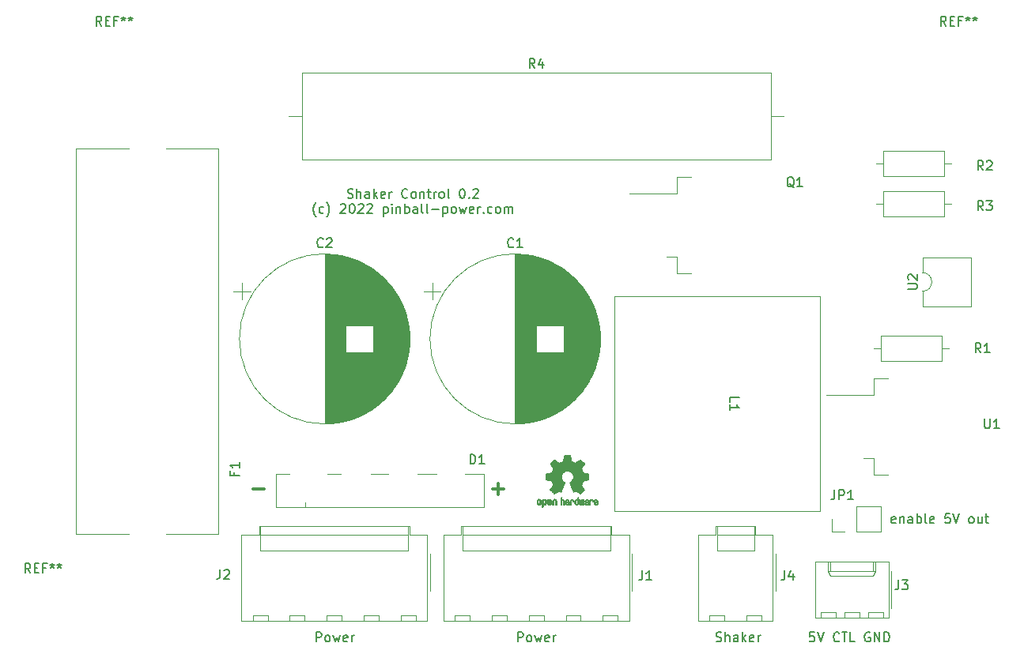
<source format=gbr>
%TF.GenerationSoftware,KiCad,Pcbnew,(6.0.1)*%
%TF.CreationDate,2022-01-30T10:49:48+01:00*%
%TF.ProjectId,board_shakercontrol,626f6172-645f-4736-9861-6b6572636f6e,rev?*%
%TF.SameCoordinates,Original*%
%TF.FileFunction,Legend,Top*%
%TF.FilePolarity,Positive*%
%FSLAX46Y46*%
G04 Gerber Fmt 4.6, Leading zero omitted, Abs format (unit mm)*
G04 Created by KiCad (PCBNEW (6.0.1)) date 2022-01-30 10:49:48*
%MOMM*%
%LPD*%
G01*
G04 APERTURE LIST*
%ADD10C,0.150000*%
%ADD11C,0.300000*%
%ADD12C,0.010000*%
%ADD13C,0.120000*%
G04 APERTURE END LIST*
D10*
X78344000Y-54209761D02*
X78486857Y-54257380D01*
X78724952Y-54257380D01*
X78820190Y-54209761D01*
X78867809Y-54162142D01*
X78915428Y-54066904D01*
X78915428Y-53971666D01*
X78867809Y-53876428D01*
X78820190Y-53828809D01*
X78724952Y-53781190D01*
X78534476Y-53733571D01*
X78439238Y-53685952D01*
X78391619Y-53638333D01*
X78344000Y-53543095D01*
X78344000Y-53447857D01*
X78391619Y-53352619D01*
X78439238Y-53305000D01*
X78534476Y-53257380D01*
X78772571Y-53257380D01*
X78915428Y-53305000D01*
X79344000Y-54257380D02*
X79344000Y-53257380D01*
X79772571Y-54257380D02*
X79772571Y-53733571D01*
X79724952Y-53638333D01*
X79629714Y-53590714D01*
X79486857Y-53590714D01*
X79391619Y-53638333D01*
X79344000Y-53685952D01*
X80677333Y-54257380D02*
X80677333Y-53733571D01*
X80629714Y-53638333D01*
X80534476Y-53590714D01*
X80344000Y-53590714D01*
X80248761Y-53638333D01*
X80677333Y-54209761D02*
X80582095Y-54257380D01*
X80344000Y-54257380D01*
X80248761Y-54209761D01*
X80201142Y-54114523D01*
X80201142Y-54019285D01*
X80248761Y-53924047D01*
X80344000Y-53876428D01*
X80582095Y-53876428D01*
X80677333Y-53828809D01*
X81153523Y-54257380D02*
X81153523Y-53257380D01*
X81248761Y-53876428D02*
X81534476Y-54257380D01*
X81534476Y-53590714D02*
X81153523Y-53971666D01*
X82344000Y-54209761D02*
X82248761Y-54257380D01*
X82058285Y-54257380D01*
X81963047Y-54209761D01*
X81915428Y-54114523D01*
X81915428Y-53733571D01*
X81963047Y-53638333D01*
X82058285Y-53590714D01*
X82248761Y-53590714D01*
X82344000Y-53638333D01*
X82391619Y-53733571D01*
X82391619Y-53828809D01*
X81915428Y-53924047D01*
X82820190Y-54257380D02*
X82820190Y-53590714D01*
X82820190Y-53781190D02*
X82867809Y-53685952D01*
X82915428Y-53638333D01*
X83010666Y-53590714D01*
X83105904Y-53590714D01*
X84772571Y-54162142D02*
X84724952Y-54209761D01*
X84582095Y-54257380D01*
X84486857Y-54257380D01*
X84344000Y-54209761D01*
X84248761Y-54114523D01*
X84201142Y-54019285D01*
X84153523Y-53828809D01*
X84153523Y-53685952D01*
X84201142Y-53495476D01*
X84248761Y-53400238D01*
X84344000Y-53305000D01*
X84486857Y-53257380D01*
X84582095Y-53257380D01*
X84724952Y-53305000D01*
X84772571Y-53352619D01*
X85344000Y-54257380D02*
X85248761Y-54209761D01*
X85201142Y-54162142D01*
X85153523Y-54066904D01*
X85153523Y-53781190D01*
X85201142Y-53685952D01*
X85248761Y-53638333D01*
X85344000Y-53590714D01*
X85486857Y-53590714D01*
X85582095Y-53638333D01*
X85629714Y-53685952D01*
X85677333Y-53781190D01*
X85677333Y-54066904D01*
X85629714Y-54162142D01*
X85582095Y-54209761D01*
X85486857Y-54257380D01*
X85344000Y-54257380D01*
X86105904Y-53590714D02*
X86105904Y-54257380D01*
X86105904Y-53685952D02*
X86153523Y-53638333D01*
X86248761Y-53590714D01*
X86391619Y-53590714D01*
X86486857Y-53638333D01*
X86534476Y-53733571D01*
X86534476Y-54257380D01*
X86867809Y-53590714D02*
X87248761Y-53590714D01*
X87010666Y-53257380D02*
X87010666Y-54114523D01*
X87058285Y-54209761D01*
X87153523Y-54257380D01*
X87248761Y-54257380D01*
X87582095Y-54257380D02*
X87582095Y-53590714D01*
X87582095Y-53781190D02*
X87629714Y-53685952D01*
X87677333Y-53638333D01*
X87772571Y-53590714D01*
X87867809Y-53590714D01*
X88344000Y-54257380D02*
X88248761Y-54209761D01*
X88201142Y-54162142D01*
X88153523Y-54066904D01*
X88153523Y-53781190D01*
X88201142Y-53685952D01*
X88248761Y-53638333D01*
X88344000Y-53590714D01*
X88486857Y-53590714D01*
X88582095Y-53638333D01*
X88629714Y-53685952D01*
X88677333Y-53781190D01*
X88677333Y-54066904D01*
X88629714Y-54162142D01*
X88582095Y-54209761D01*
X88486857Y-54257380D01*
X88344000Y-54257380D01*
X89248761Y-54257380D02*
X89153523Y-54209761D01*
X89105904Y-54114523D01*
X89105904Y-53257380D01*
X90582095Y-53257380D02*
X90677333Y-53257380D01*
X90772571Y-53305000D01*
X90820190Y-53352619D01*
X90867809Y-53447857D01*
X90915428Y-53638333D01*
X90915428Y-53876428D01*
X90867809Y-54066904D01*
X90820190Y-54162142D01*
X90772571Y-54209761D01*
X90677333Y-54257380D01*
X90582095Y-54257380D01*
X90486857Y-54209761D01*
X90439238Y-54162142D01*
X90391619Y-54066904D01*
X90344000Y-53876428D01*
X90344000Y-53638333D01*
X90391619Y-53447857D01*
X90439238Y-53352619D01*
X90486857Y-53305000D01*
X90582095Y-53257380D01*
X91344000Y-54162142D02*
X91391619Y-54209761D01*
X91344000Y-54257380D01*
X91296380Y-54209761D01*
X91344000Y-54162142D01*
X91344000Y-54257380D01*
X91772571Y-53352619D02*
X91820190Y-53305000D01*
X91915428Y-53257380D01*
X92153523Y-53257380D01*
X92248761Y-53305000D01*
X92296380Y-53352619D01*
X92344000Y-53447857D01*
X92344000Y-53543095D01*
X92296380Y-53685952D01*
X91724952Y-54257380D01*
X92344000Y-54257380D01*
X74963047Y-56248333D02*
X74915428Y-56200714D01*
X74820190Y-56057857D01*
X74772571Y-55962619D01*
X74724952Y-55819761D01*
X74677333Y-55581666D01*
X74677333Y-55391190D01*
X74724952Y-55153095D01*
X74772571Y-55010238D01*
X74820190Y-54915000D01*
X74915428Y-54772142D01*
X74963047Y-54724523D01*
X75772571Y-55819761D02*
X75677333Y-55867380D01*
X75486857Y-55867380D01*
X75391619Y-55819761D01*
X75344000Y-55772142D01*
X75296380Y-55676904D01*
X75296380Y-55391190D01*
X75344000Y-55295952D01*
X75391619Y-55248333D01*
X75486857Y-55200714D01*
X75677333Y-55200714D01*
X75772571Y-55248333D01*
X76105904Y-56248333D02*
X76153523Y-56200714D01*
X76248761Y-56057857D01*
X76296380Y-55962619D01*
X76344000Y-55819761D01*
X76391619Y-55581666D01*
X76391619Y-55391190D01*
X76344000Y-55153095D01*
X76296380Y-55010238D01*
X76248761Y-54915000D01*
X76153523Y-54772142D01*
X76105904Y-54724523D01*
X77582095Y-54962619D02*
X77629714Y-54915000D01*
X77724952Y-54867380D01*
X77963047Y-54867380D01*
X78058285Y-54915000D01*
X78105904Y-54962619D01*
X78153523Y-55057857D01*
X78153523Y-55153095D01*
X78105904Y-55295952D01*
X77534476Y-55867380D01*
X78153523Y-55867380D01*
X78772571Y-54867380D02*
X78867809Y-54867380D01*
X78963047Y-54915000D01*
X79010666Y-54962619D01*
X79058285Y-55057857D01*
X79105904Y-55248333D01*
X79105904Y-55486428D01*
X79058285Y-55676904D01*
X79010666Y-55772142D01*
X78963047Y-55819761D01*
X78867809Y-55867380D01*
X78772571Y-55867380D01*
X78677333Y-55819761D01*
X78629714Y-55772142D01*
X78582095Y-55676904D01*
X78534476Y-55486428D01*
X78534476Y-55248333D01*
X78582095Y-55057857D01*
X78629714Y-54962619D01*
X78677333Y-54915000D01*
X78772571Y-54867380D01*
X79486857Y-54962619D02*
X79534476Y-54915000D01*
X79629714Y-54867380D01*
X79867809Y-54867380D01*
X79963047Y-54915000D01*
X80010666Y-54962619D01*
X80058285Y-55057857D01*
X80058285Y-55153095D01*
X80010666Y-55295952D01*
X79439238Y-55867380D01*
X80058285Y-55867380D01*
X80439238Y-54962619D02*
X80486857Y-54915000D01*
X80582095Y-54867380D01*
X80820190Y-54867380D01*
X80915428Y-54915000D01*
X80963047Y-54962619D01*
X81010666Y-55057857D01*
X81010666Y-55153095D01*
X80963047Y-55295952D01*
X80391619Y-55867380D01*
X81010666Y-55867380D01*
X82201142Y-55200714D02*
X82201142Y-56200714D01*
X82201142Y-55248333D02*
X82296380Y-55200714D01*
X82486857Y-55200714D01*
X82582095Y-55248333D01*
X82629714Y-55295952D01*
X82677333Y-55391190D01*
X82677333Y-55676904D01*
X82629714Y-55772142D01*
X82582095Y-55819761D01*
X82486857Y-55867380D01*
X82296380Y-55867380D01*
X82201142Y-55819761D01*
X83105904Y-55867380D02*
X83105904Y-55200714D01*
X83105904Y-54867380D02*
X83058285Y-54915000D01*
X83105904Y-54962619D01*
X83153523Y-54915000D01*
X83105904Y-54867380D01*
X83105904Y-54962619D01*
X83582095Y-55200714D02*
X83582095Y-55867380D01*
X83582095Y-55295952D02*
X83629714Y-55248333D01*
X83724952Y-55200714D01*
X83867809Y-55200714D01*
X83963047Y-55248333D01*
X84010666Y-55343571D01*
X84010666Y-55867380D01*
X84486857Y-55867380D02*
X84486857Y-54867380D01*
X84486857Y-55248333D02*
X84582095Y-55200714D01*
X84772571Y-55200714D01*
X84867809Y-55248333D01*
X84915428Y-55295952D01*
X84963047Y-55391190D01*
X84963047Y-55676904D01*
X84915428Y-55772142D01*
X84867809Y-55819761D01*
X84772571Y-55867380D01*
X84582095Y-55867380D01*
X84486857Y-55819761D01*
X85820190Y-55867380D02*
X85820190Y-55343571D01*
X85772571Y-55248333D01*
X85677333Y-55200714D01*
X85486857Y-55200714D01*
X85391619Y-55248333D01*
X85820190Y-55819761D02*
X85724952Y-55867380D01*
X85486857Y-55867380D01*
X85391619Y-55819761D01*
X85344000Y-55724523D01*
X85344000Y-55629285D01*
X85391619Y-55534047D01*
X85486857Y-55486428D01*
X85724952Y-55486428D01*
X85820190Y-55438809D01*
X86439238Y-55867380D02*
X86344000Y-55819761D01*
X86296380Y-55724523D01*
X86296380Y-54867380D01*
X86963047Y-55867380D02*
X86867809Y-55819761D01*
X86820190Y-55724523D01*
X86820190Y-54867380D01*
X87344000Y-55486428D02*
X88105904Y-55486428D01*
X88582095Y-55200714D02*
X88582095Y-56200714D01*
X88582095Y-55248333D02*
X88677333Y-55200714D01*
X88867809Y-55200714D01*
X88963047Y-55248333D01*
X89010666Y-55295952D01*
X89058285Y-55391190D01*
X89058285Y-55676904D01*
X89010666Y-55772142D01*
X88963047Y-55819761D01*
X88867809Y-55867380D01*
X88677333Y-55867380D01*
X88582095Y-55819761D01*
X89629714Y-55867380D02*
X89534476Y-55819761D01*
X89486857Y-55772142D01*
X89439238Y-55676904D01*
X89439238Y-55391190D01*
X89486857Y-55295952D01*
X89534476Y-55248333D01*
X89629714Y-55200714D01*
X89772571Y-55200714D01*
X89867809Y-55248333D01*
X89915428Y-55295952D01*
X89963047Y-55391190D01*
X89963047Y-55676904D01*
X89915428Y-55772142D01*
X89867809Y-55819761D01*
X89772571Y-55867380D01*
X89629714Y-55867380D01*
X90296380Y-55200714D02*
X90486857Y-55867380D01*
X90677333Y-55391190D01*
X90867809Y-55867380D01*
X91058285Y-55200714D01*
X91820190Y-55819761D02*
X91724952Y-55867380D01*
X91534476Y-55867380D01*
X91439238Y-55819761D01*
X91391619Y-55724523D01*
X91391619Y-55343571D01*
X91439238Y-55248333D01*
X91534476Y-55200714D01*
X91724952Y-55200714D01*
X91820190Y-55248333D01*
X91867809Y-55343571D01*
X91867809Y-55438809D01*
X91391619Y-55534047D01*
X92296380Y-55867380D02*
X92296380Y-55200714D01*
X92296380Y-55391190D02*
X92344000Y-55295952D01*
X92391619Y-55248333D01*
X92486857Y-55200714D01*
X92582095Y-55200714D01*
X92915428Y-55772142D02*
X92963047Y-55819761D01*
X92915428Y-55867380D01*
X92867809Y-55819761D01*
X92915428Y-55772142D01*
X92915428Y-55867380D01*
X93820190Y-55819761D02*
X93724952Y-55867380D01*
X93534476Y-55867380D01*
X93439238Y-55819761D01*
X93391619Y-55772142D01*
X93344000Y-55676904D01*
X93344000Y-55391190D01*
X93391619Y-55295952D01*
X93439238Y-55248333D01*
X93534476Y-55200714D01*
X93724952Y-55200714D01*
X93820190Y-55248333D01*
X94391619Y-55867380D02*
X94296380Y-55819761D01*
X94248761Y-55772142D01*
X94201142Y-55676904D01*
X94201142Y-55391190D01*
X94248761Y-55295952D01*
X94296380Y-55248333D01*
X94391619Y-55200714D01*
X94534476Y-55200714D01*
X94629714Y-55248333D01*
X94677333Y-55295952D01*
X94724952Y-55391190D01*
X94724952Y-55676904D01*
X94677333Y-55772142D01*
X94629714Y-55819761D01*
X94534476Y-55867380D01*
X94391619Y-55867380D01*
X95153523Y-55867380D02*
X95153523Y-55200714D01*
X95153523Y-55295952D02*
X95201142Y-55248333D01*
X95296380Y-55200714D01*
X95439238Y-55200714D01*
X95534476Y-55248333D01*
X95582095Y-55343571D01*
X95582095Y-55867380D01*
X95582095Y-55343571D02*
X95629714Y-55248333D01*
X95724952Y-55200714D01*
X95867809Y-55200714D01*
X95963047Y-55248333D01*
X96010666Y-55343571D01*
X96010666Y-55867380D01*
D11*
X68262571Y-85451142D02*
X69405428Y-85451142D01*
D10*
X128318095Y-100798380D02*
X127841904Y-100798380D01*
X127794285Y-101274571D01*
X127841904Y-101226952D01*
X127937142Y-101179333D01*
X128175238Y-101179333D01*
X128270476Y-101226952D01*
X128318095Y-101274571D01*
X128365714Y-101369809D01*
X128365714Y-101607904D01*
X128318095Y-101703142D01*
X128270476Y-101750761D01*
X128175238Y-101798380D01*
X127937142Y-101798380D01*
X127841904Y-101750761D01*
X127794285Y-101703142D01*
X128651428Y-100798380D02*
X128984761Y-101798380D01*
X129318095Y-100798380D01*
X130984761Y-101703142D02*
X130937142Y-101750761D01*
X130794285Y-101798380D01*
X130699047Y-101798380D01*
X130556190Y-101750761D01*
X130460952Y-101655523D01*
X130413333Y-101560285D01*
X130365714Y-101369809D01*
X130365714Y-101226952D01*
X130413333Y-101036476D01*
X130460952Y-100941238D01*
X130556190Y-100846000D01*
X130699047Y-100798380D01*
X130794285Y-100798380D01*
X130937142Y-100846000D01*
X130984761Y-100893619D01*
X131270476Y-100798380D02*
X131841904Y-100798380D01*
X131556190Y-101798380D02*
X131556190Y-100798380D01*
X132651428Y-101798380D02*
X132175238Y-101798380D01*
X132175238Y-100798380D01*
X134270476Y-100846000D02*
X134175238Y-100798380D01*
X134032380Y-100798380D01*
X133889523Y-100846000D01*
X133794285Y-100941238D01*
X133746666Y-101036476D01*
X133699047Y-101226952D01*
X133699047Y-101369809D01*
X133746666Y-101560285D01*
X133794285Y-101655523D01*
X133889523Y-101750761D01*
X134032380Y-101798380D01*
X134127619Y-101798380D01*
X134270476Y-101750761D01*
X134318095Y-101703142D01*
X134318095Y-101369809D01*
X134127619Y-101369809D01*
X134746666Y-101798380D02*
X134746666Y-100798380D01*
X135318095Y-101798380D01*
X135318095Y-100798380D01*
X135794285Y-101798380D02*
X135794285Y-100798380D01*
X136032380Y-100798380D01*
X136175238Y-100846000D01*
X136270476Y-100941238D01*
X136318095Y-101036476D01*
X136365714Y-101226952D01*
X136365714Y-101369809D01*
X136318095Y-101560285D01*
X136270476Y-101655523D01*
X136175238Y-101750761D01*
X136032380Y-101798380D01*
X135794285Y-101798380D01*
D11*
X93916571Y-85451142D02*
X95059428Y-85451142D01*
X94488000Y-86022571D02*
X94488000Y-84879714D01*
D10*
%TO.C,R1*%
X146137333Y-70810380D02*
X145804000Y-70334190D01*
X145565904Y-70810380D02*
X145565904Y-69810380D01*
X145946857Y-69810380D01*
X146042095Y-69858000D01*
X146089714Y-69905619D01*
X146137333Y-70000857D01*
X146137333Y-70143714D01*
X146089714Y-70238952D01*
X146042095Y-70286571D01*
X145946857Y-70334190D01*
X145565904Y-70334190D01*
X147089714Y-70810380D02*
X146518285Y-70810380D01*
X146804000Y-70810380D02*
X146804000Y-69810380D01*
X146708761Y-69953238D01*
X146613523Y-70048476D01*
X146518285Y-70096095D01*
%TO.C,D1*%
X91463904Y-82748380D02*
X91463904Y-81748380D01*
X91702000Y-81748380D01*
X91844857Y-81796000D01*
X91940095Y-81891238D01*
X91987714Y-81986476D01*
X92035333Y-82176952D01*
X92035333Y-82319809D01*
X91987714Y-82510285D01*
X91940095Y-82605523D01*
X91844857Y-82700761D01*
X91702000Y-82748380D01*
X91463904Y-82748380D01*
X92987714Y-82748380D02*
X92416285Y-82748380D01*
X92702000Y-82748380D02*
X92702000Y-81748380D01*
X92606761Y-81891238D01*
X92511523Y-81986476D01*
X92416285Y-82034095D01*
%TO.C,F1*%
X66222571Y-83645333D02*
X66222571Y-83978666D01*
X66746380Y-83978666D02*
X65746380Y-83978666D01*
X65746380Y-83502476D01*
X66746380Y-82597714D02*
X66746380Y-83169142D01*
X66746380Y-82883428D02*
X65746380Y-82883428D01*
X65889238Y-82978666D01*
X65984476Y-83073904D01*
X66032095Y-83169142D01*
%TO.C,R3*%
X146391333Y-55570380D02*
X146058000Y-55094190D01*
X145819904Y-55570380D02*
X145819904Y-54570380D01*
X146200857Y-54570380D01*
X146296095Y-54618000D01*
X146343714Y-54665619D01*
X146391333Y-54760857D01*
X146391333Y-54903714D01*
X146343714Y-54998952D01*
X146296095Y-55046571D01*
X146200857Y-55094190D01*
X145819904Y-55094190D01*
X146724666Y-54570380D02*
X147343714Y-54570380D01*
X147010380Y-54951333D01*
X147153238Y-54951333D01*
X147248476Y-54998952D01*
X147296095Y-55046571D01*
X147343714Y-55141809D01*
X147343714Y-55379904D01*
X147296095Y-55475142D01*
X147248476Y-55522761D01*
X147153238Y-55570380D01*
X146867523Y-55570380D01*
X146772285Y-55522761D01*
X146724666Y-55475142D01*
%TO.C,C1*%
X96117553Y-59449142D02*
X96069934Y-59496761D01*
X95927077Y-59544380D01*
X95831839Y-59544380D01*
X95688981Y-59496761D01*
X95593743Y-59401523D01*
X95546124Y-59306285D01*
X95498505Y-59115809D01*
X95498505Y-58972952D01*
X95546124Y-58782476D01*
X95593743Y-58687238D01*
X95688981Y-58592000D01*
X95831839Y-58544380D01*
X95927077Y-58544380D01*
X96069934Y-58592000D01*
X96117553Y-58639619D01*
X97069934Y-59544380D02*
X96498505Y-59544380D01*
X96784220Y-59544380D02*
X96784220Y-58544380D01*
X96688981Y-58687238D01*
X96593743Y-58782476D01*
X96498505Y-58830095D01*
%TO.C,REF\u002A\u002A*%
X142430666Y-35792380D02*
X142097333Y-35316190D01*
X141859238Y-35792380D02*
X141859238Y-34792380D01*
X142240190Y-34792380D01*
X142335428Y-34840000D01*
X142383047Y-34887619D01*
X142430666Y-34982857D01*
X142430666Y-35125714D01*
X142383047Y-35220952D01*
X142335428Y-35268571D01*
X142240190Y-35316190D01*
X141859238Y-35316190D01*
X142859238Y-35268571D02*
X143192571Y-35268571D01*
X143335428Y-35792380D02*
X142859238Y-35792380D01*
X142859238Y-34792380D01*
X143335428Y-34792380D01*
X144097333Y-35268571D02*
X143764000Y-35268571D01*
X143764000Y-35792380D02*
X143764000Y-34792380D01*
X144240190Y-34792380D01*
X144764000Y-34792380D02*
X144764000Y-35030476D01*
X144525904Y-34935238D02*
X144764000Y-35030476D01*
X145002095Y-34935238D01*
X144621142Y-35220952D02*
X144764000Y-35030476D01*
X144906857Y-35220952D01*
X145525904Y-34792380D02*
X145525904Y-35030476D01*
X145287809Y-34935238D02*
X145525904Y-35030476D01*
X145764000Y-34935238D01*
X145383047Y-35220952D02*
X145525904Y-35030476D01*
X145668761Y-35220952D01*
%TO.C,Q1*%
X126142761Y-53125619D02*
X126047523Y-53078000D01*
X125952285Y-52982761D01*
X125809428Y-52839904D01*
X125714190Y-52792285D01*
X125618952Y-52792285D01*
X125666571Y-53030380D02*
X125571333Y-52982761D01*
X125476095Y-52887523D01*
X125428476Y-52697047D01*
X125428476Y-52363714D01*
X125476095Y-52173238D01*
X125571333Y-52078000D01*
X125666571Y-52030380D01*
X125857047Y-52030380D01*
X125952285Y-52078000D01*
X126047523Y-52173238D01*
X126095142Y-52363714D01*
X126095142Y-52697047D01*
X126047523Y-52887523D01*
X125952285Y-52982761D01*
X125857047Y-53030380D01*
X125666571Y-53030380D01*
X127047523Y-53030380D02*
X126476095Y-53030380D01*
X126761809Y-53030380D02*
X126761809Y-52030380D01*
X126666571Y-52173238D01*
X126571333Y-52268476D01*
X126476095Y-52316095D01*
%TO.C,R4*%
X98385333Y-40298380D02*
X98052000Y-39822190D01*
X97813904Y-40298380D02*
X97813904Y-39298380D01*
X98194857Y-39298380D01*
X98290095Y-39346000D01*
X98337714Y-39393619D01*
X98385333Y-39488857D01*
X98385333Y-39631714D01*
X98337714Y-39726952D01*
X98290095Y-39774571D01*
X98194857Y-39822190D01*
X97813904Y-39822190D01*
X99242476Y-39631714D02*
X99242476Y-40298380D01*
X99004380Y-39250761D02*
X98766285Y-39965047D01*
X99385333Y-39965047D01*
%TO.C,J3*%
X137334666Y-95210380D02*
X137334666Y-95924666D01*
X137287047Y-96067523D01*
X137191809Y-96162761D01*
X137048952Y-96210380D01*
X136953714Y-96210380D01*
X137715619Y-95210380D02*
X138334666Y-95210380D01*
X138001333Y-95591333D01*
X138144190Y-95591333D01*
X138239428Y-95638952D01*
X138287047Y-95686571D01*
X138334666Y-95781809D01*
X138334666Y-96019904D01*
X138287047Y-96115142D01*
X138239428Y-96162761D01*
X138144190Y-96210380D01*
X137858476Y-96210380D01*
X137763238Y-96162761D01*
X137715619Y-96115142D01*
%TO.C,REF\u002A\u002A*%
X44386666Y-94432380D02*
X44053333Y-93956190D01*
X43815238Y-94432380D02*
X43815238Y-93432380D01*
X44196190Y-93432380D01*
X44291428Y-93480000D01*
X44339047Y-93527619D01*
X44386666Y-93622857D01*
X44386666Y-93765714D01*
X44339047Y-93860952D01*
X44291428Y-93908571D01*
X44196190Y-93956190D01*
X43815238Y-93956190D01*
X44815238Y-93908571D02*
X45148571Y-93908571D01*
X45291428Y-94432380D02*
X44815238Y-94432380D01*
X44815238Y-93432380D01*
X45291428Y-93432380D01*
X46053333Y-93908571D02*
X45720000Y-93908571D01*
X45720000Y-94432380D02*
X45720000Y-93432380D01*
X46196190Y-93432380D01*
X46720000Y-93432380D02*
X46720000Y-93670476D01*
X46481904Y-93575238D02*
X46720000Y-93670476D01*
X46958095Y-93575238D01*
X46577142Y-93860952D02*
X46720000Y-93670476D01*
X46862857Y-93860952D01*
X47481904Y-93432380D02*
X47481904Y-93670476D01*
X47243809Y-93575238D02*
X47481904Y-93670476D01*
X47720000Y-93575238D01*
X47339047Y-93860952D02*
X47481904Y-93670476D01*
X47624761Y-93860952D01*
%TO.C,J1*%
X109902666Y-94194380D02*
X109902666Y-94908666D01*
X109855047Y-95051523D01*
X109759809Y-95146761D01*
X109616952Y-95194380D01*
X109521714Y-95194380D01*
X110902666Y-95194380D02*
X110331238Y-95194380D01*
X110616952Y-95194380D02*
X110616952Y-94194380D01*
X110521714Y-94337238D01*
X110426476Y-94432476D01*
X110331238Y-94480095D01*
X96575809Y-101798380D02*
X96575809Y-100798380D01*
X96956761Y-100798380D01*
X97052000Y-100846000D01*
X97099619Y-100893619D01*
X97147238Y-100988857D01*
X97147238Y-101131714D01*
X97099619Y-101226952D01*
X97052000Y-101274571D01*
X96956761Y-101322190D01*
X96575809Y-101322190D01*
X97718666Y-101798380D02*
X97623428Y-101750761D01*
X97575809Y-101703142D01*
X97528190Y-101607904D01*
X97528190Y-101322190D01*
X97575809Y-101226952D01*
X97623428Y-101179333D01*
X97718666Y-101131714D01*
X97861523Y-101131714D01*
X97956761Y-101179333D01*
X98004380Y-101226952D01*
X98052000Y-101322190D01*
X98052000Y-101607904D01*
X98004380Y-101703142D01*
X97956761Y-101750761D01*
X97861523Y-101798380D01*
X97718666Y-101798380D01*
X98385333Y-101131714D02*
X98575809Y-101798380D01*
X98766285Y-101322190D01*
X98956761Y-101798380D01*
X99147238Y-101131714D01*
X99909142Y-101750761D02*
X99813904Y-101798380D01*
X99623428Y-101798380D01*
X99528190Y-101750761D01*
X99480571Y-101655523D01*
X99480571Y-101274571D01*
X99528190Y-101179333D01*
X99623428Y-101131714D01*
X99813904Y-101131714D01*
X99909142Y-101179333D01*
X99956761Y-101274571D01*
X99956761Y-101369809D01*
X99480571Y-101465047D01*
X100385333Y-101798380D02*
X100385333Y-101131714D01*
X100385333Y-101322190D02*
X100432952Y-101226952D01*
X100480571Y-101179333D01*
X100575809Y-101131714D01*
X100671047Y-101131714D01*
%TO.C,U2*%
X138346380Y-64007904D02*
X139155904Y-64007904D01*
X139251142Y-63960285D01*
X139298761Y-63912666D01*
X139346380Y-63817428D01*
X139346380Y-63626952D01*
X139298761Y-63531714D01*
X139251142Y-63484095D01*
X139155904Y-63436476D01*
X138346380Y-63436476D01*
X138441619Y-63007904D02*
X138394000Y-62960285D01*
X138346380Y-62865047D01*
X138346380Y-62626952D01*
X138394000Y-62531714D01*
X138441619Y-62484095D01*
X138536857Y-62436476D01*
X138632095Y-62436476D01*
X138774952Y-62484095D01*
X139346380Y-63055523D01*
X139346380Y-62436476D01*
%TO.C,R2*%
X146391333Y-51252380D02*
X146058000Y-50776190D01*
X145819904Y-51252380D02*
X145819904Y-50252380D01*
X146200857Y-50252380D01*
X146296095Y-50300000D01*
X146343714Y-50347619D01*
X146391333Y-50442857D01*
X146391333Y-50585714D01*
X146343714Y-50680952D01*
X146296095Y-50728571D01*
X146200857Y-50776190D01*
X145819904Y-50776190D01*
X146772285Y-50347619D02*
X146819904Y-50300000D01*
X146915142Y-50252380D01*
X147153238Y-50252380D01*
X147248476Y-50300000D01*
X147296095Y-50347619D01*
X147343714Y-50442857D01*
X147343714Y-50538095D01*
X147296095Y-50680952D01*
X146724666Y-51252380D01*
X147343714Y-51252380D01*
%TO.C,JP1*%
X130484666Y-85558380D02*
X130484666Y-86272666D01*
X130437047Y-86415523D01*
X130341809Y-86510761D01*
X130198952Y-86558380D01*
X130103714Y-86558380D01*
X130960857Y-86558380D02*
X130960857Y-85558380D01*
X131341809Y-85558380D01*
X131437047Y-85606000D01*
X131484666Y-85653619D01*
X131532285Y-85748857D01*
X131532285Y-85891714D01*
X131484666Y-85986952D01*
X131437047Y-86034571D01*
X131341809Y-86082190D01*
X130960857Y-86082190D01*
X132484666Y-86558380D02*
X131913238Y-86558380D01*
X132198952Y-86558380D02*
X132198952Y-85558380D01*
X132103714Y-85701238D01*
X132008476Y-85796476D01*
X131913238Y-85844095D01*
X137017714Y-89050761D02*
X136922476Y-89098380D01*
X136732000Y-89098380D01*
X136636761Y-89050761D01*
X136589142Y-88955523D01*
X136589142Y-88574571D01*
X136636761Y-88479333D01*
X136732000Y-88431714D01*
X136922476Y-88431714D01*
X137017714Y-88479333D01*
X137065333Y-88574571D01*
X137065333Y-88669809D01*
X136589142Y-88765047D01*
X137493904Y-88431714D02*
X137493904Y-89098380D01*
X137493904Y-88526952D02*
X137541523Y-88479333D01*
X137636761Y-88431714D01*
X137779619Y-88431714D01*
X137874857Y-88479333D01*
X137922476Y-88574571D01*
X137922476Y-89098380D01*
X138827238Y-89098380D02*
X138827238Y-88574571D01*
X138779619Y-88479333D01*
X138684380Y-88431714D01*
X138493904Y-88431714D01*
X138398666Y-88479333D01*
X138827238Y-89050761D02*
X138732000Y-89098380D01*
X138493904Y-89098380D01*
X138398666Y-89050761D01*
X138351047Y-88955523D01*
X138351047Y-88860285D01*
X138398666Y-88765047D01*
X138493904Y-88717428D01*
X138732000Y-88717428D01*
X138827238Y-88669809D01*
X139303428Y-89098380D02*
X139303428Y-88098380D01*
X139303428Y-88479333D02*
X139398666Y-88431714D01*
X139589142Y-88431714D01*
X139684380Y-88479333D01*
X139732000Y-88526952D01*
X139779619Y-88622190D01*
X139779619Y-88907904D01*
X139732000Y-89003142D01*
X139684380Y-89050761D01*
X139589142Y-89098380D01*
X139398666Y-89098380D01*
X139303428Y-89050761D01*
X140351047Y-89098380D02*
X140255809Y-89050761D01*
X140208190Y-88955523D01*
X140208190Y-88098380D01*
X141112952Y-89050761D02*
X141017714Y-89098380D01*
X140827238Y-89098380D01*
X140732000Y-89050761D01*
X140684380Y-88955523D01*
X140684380Y-88574571D01*
X140732000Y-88479333D01*
X140827238Y-88431714D01*
X141017714Y-88431714D01*
X141112952Y-88479333D01*
X141160571Y-88574571D01*
X141160571Y-88669809D01*
X140684380Y-88765047D01*
X142827238Y-88098380D02*
X142351047Y-88098380D01*
X142303428Y-88574571D01*
X142351047Y-88526952D01*
X142446285Y-88479333D01*
X142684380Y-88479333D01*
X142779619Y-88526952D01*
X142827238Y-88574571D01*
X142874857Y-88669809D01*
X142874857Y-88907904D01*
X142827238Y-89003142D01*
X142779619Y-89050761D01*
X142684380Y-89098380D01*
X142446285Y-89098380D01*
X142351047Y-89050761D01*
X142303428Y-89003142D01*
X143160571Y-88098380D02*
X143493904Y-89098380D01*
X143827238Y-88098380D01*
X145065333Y-89098380D02*
X144970095Y-89050761D01*
X144922476Y-89003142D01*
X144874857Y-88907904D01*
X144874857Y-88622190D01*
X144922476Y-88526952D01*
X144970095Y-88479333D01*
X145065333Y-88431714D01*
X145208190Y-88431714D01*
X145303428Y-88479333D01*
X145351047Y-88526952D01*
X145398666Y-88622190D01*
X145398666Y-88907904D01*
X145351047Y-89003142D01*
X145303428Y-89050761D01*
X145208190Y-89098380D01*
X145065333Y-89098380D01*
X146255809Y-88431714D02*
X146255809Y-89098380D01*
X145827238Y-88431714D02*
X145827238Y-88955523D01*
X145874857Y-89050761D01*
X145970095Y-89098380D01*
X146112952Y-89098380D01*
X146208190Y-89050761D01*
X146255809Y-89003142D01*
X146589142Y-88431714D02*
X146970095Y-88431714D01*
X146732000Y-88098380D02*
X146732000Y-88955523D01*
X146779619Y-89050761D01*
X146874857Y-89098380D01*
X146970095Y-89098380D01*
%TO.C,J2*%
X64690666Y-94089380D02*
X64690666Y-94803666D01*
X64643047Y-94946523D01*
X64547809Y-95041761D01*
X64404952Y-95089380D01*
X64309714Y-95089380D01*
X65119238Y-94184619D02*
X65166857Y-94137000D01*
X65262095Y-94089380D01*
X65500190Y-94089380D01*
X65595428Y-94137000D01*
X65643047Y-94184619D01*
X65690666Y-94279857D01*
X65690666Y-94375095D01*
X65643047Y-94517952D01*
X65071619Y-95089380D01*
X65690666Y-95089380D01*
X74985809Y-101798380D02*
X74985809Y-100798380D01*
X75366761Y-100798380D01*
X75462000Y-100846000D01*
X75509619Y-100893619D01*
X75557238Y-100988857D01*
X75557238Y-101131714D01*
X75509619Y-101226952D01*
X75462000Y-101274571D01*
X75366761Y-101322190D01*
X74985809Y-101322190D01*
X76128666Y-101798380D02*
X76033428Y-101750761D01*
X75985809Y-101703142D01*
X75938190Y-101607904D01*
X75938190Y-101322190D01*
X75985809Y-101226952D01*
X76033428Y-101179333D01*
X76128666Y-101131714D01*
X76271523Y-101131714D01*
X76366761Y-101179333D01*
X76414380Y-101226952D01*
X76462000Y-101322190D01*
X76462000Y-101607904D01*
X76414380Y-101703142D01*
X76366761Y-101750761D01*
X76271523Y-101798380D01*
X76128666Y-101798380D01*
X76795333Y-101131714D02*
X76985809Y-101798380D01*
X77176285Y-101322190D01*
X77366761Y-101798380D01*
X77557238Y-101131714D01*
X78319142Y-101750761D02*
X78223904Y-101798380D01*
X78033428Y-101798380D01*
X77938190Y-101750761D01*
X77890571Y-101655523D01*
X77890571Y-101274571D01*
X77938190Y-101179333D01*
X78033428Y-101131714D01*
X78223904Y-101131714D01*
X78319142Y-101179333D01*
X78366761Y-101274571D01*
X78366761Y-101369809D01*
X77890571Y-101465047D01*
X78795333Y-101798380D02*
X78795333Y-101131714D01*
X78795333Y-101322190D02*
X78842952Y-101226952D01*
X78890571Y-101179333D01*
X78985809Y-101131714D01*
X79081047Y-101131714D01*
%TO.C,J4*%
X125142666Y-94194380D02*
X125142666Y-94908666D01*
X125095047Y-95051523D01*
X124999809Y-95146761D01*
X124856952Y-95194380D01*
X124761714Y-95194380D01*
X126047428Y-94527714D02*
X126047428Y-95194380D01*
X125809333Y-94146761D02*
X125571238Y-94861047D01*
X126190285Y-94861047D01*
X117808666Y-101750761D02*
X117951523Y-101798380D01*
X118189619Y-101798380D01*
X118284857Y-101750761D01*
X118332476Y-101703142D01*
X118380095Y-101607904D01*
X118380095Y-101512666D01*
X118332476Y-101417428D01*
X118284857Y-101369809D01*
X118189619Y-101322190D01*
X117999142Y-101274571D01*
X117903904Y-101226952D01*
X117856285Y-101179333D01*
X117808666Y-101084095D01*
X117808666Y-100988857D01*
X117856285Y-100893619D01*
X117903904Y-100846000D01*
X117999142Y-100798380D01*
X118237238Y-100798380D01*
X118380095Y-100846000D01*
X118808666Y-101798380D02*
X118808666Y-100798380D01*
X119237238Y-101798380D02*
X119237238Y-101274571D01*
X119189619Y-101179333D01*
X119094380Y-101131714D01*
X118951523Y-101131714D01*
X118856285Y-101179333D01*
X118808666Y-101226952D01*
X120142000Y-101798380D02*
X120142000Y-101274571D01*
X120094380Y-101179333D01*
X119999142Y-101131714D01*
X119808666Y-101131714D01*
X119713428Y-101179333D01*
X120142000Y-101750761D02*
X120046761Y-101798380D01*
X119808666Y-101798380D01*
X119713428Y-101750761D01*
X119665809Y-101655523D01*
X119665809Y-101560285D01*
X119713428Y-101465047D01*
X119808666Y-101417428D01*
X120046761Y-101417428D01*
X120142000Y-101369809D01*
X120618190Y-101798380D02*
X120618190Y-100798380D01*
X120713428Y-101417428D02*
X120999142Y-101798380D01*
X120999142Y-101131714D02*
X120618190Y-101512666D01*
X121808666Y-101750761D02*
X121713428Y-101798380D01*
X121522952Y-101798380D01*
X121427714Y-101750761D01*
X121380095Y-101655523D01*
X121380095Y-101274571D01*
X121427714Y-101179333D01*
X121522952Y-101131714D01*
X121713428Y-101131714D01*
X121808666Y-101179333D01*
X121856285Y-101274571D01*
X121856285Y-101369809D01*
X121380095Y-101465047D01*
X122284857Y-101798380D02*
X122284857Y-101131714D01*
X122284857Y-101322190D02*
X122332476Y-101226952D01*
X122380095Y-101179333D01*
X122475333Y-101131714D01*
X122570571Y-101131714D01*
%TO.C,L1*%
X119281619Y-76127338D02*
X119281619Y-75651147D01*
X120281619Y-75651147D01*
X119281619Y-76984481D02*
X119281619Y-76413052D01*
X119281619Y-76698766D02*
X120281619Y-76698766D01*
X120138761Y-76603528D01*
X120043523Y-76508290D01*
X119995904Y-76413052D01*
%TO.C,C2*%
X75719333Y-59449142D02*
X75671714Y-59496761D01*
X75528857Y-59544380D01*
X75433619Y-59544380D01*
X75290761Y-59496761D01*
X75195523Y-59401523D01*
X75147904Y-59306285D01*
X75100285Y-59115809D01*
X75100285Y-58972952D01*
X75147904Y-58782476D01*
X75195523Y-58687238D01*
X75290761Y-58592000D01*
X75433619Y-58544380D01*
X75528857Y-58544380D01*
X75671714Y-58592000D01*
X75719333Y-58639619D01*
X76100285Y-58639619D02*
X76147904Y-58592000D01*
X76243142Y-58544380D01*
X76481238Y-58544380D01*
X76576476Y-58592000D01*
X76624095Y-58639619D01*
X76671714Y-58734857D01*
X76671714Y-58830095D01*
X76624095Y-58972952D01*
X76052666Y-59544380D01*
X76671714Y-59544380D01*
%TO.C,U1*%
X146558095Y-77938380D02*
X146558095Y-78747904D01*
X146605714Y-78843142D01*
X146653333Y-78890761D01*
X146748571Y-78938380D01*
X146939047Y-78938380D01*
X147034285Y-78890761D01*
X147081904Y-78843142D01*
X147129523Y-78747904D01*
X147129523Y-77938380D01*
X148129523Y-78938380D02*
X147558095Y-78938380D01*
X147843809Y-78938380D02*
X147843809Y-77938380D01*
X147748571Y-78081238D01*
X147653333Y-78176476D01*
X147558095Y-78224095D01*
%TO.C,REF\u002A\u002A*%
X52006666Y-35792380D02*
X51673333Y-35316190D01*
X51435238Y-35792380D02*
X51435238Y-34792380D01*
X51816190Y-34792380D01*
X51911428Y-34840000D01*
X51959047Y-34887619D01*
X52006666Y-34982857D01*
X52006666Y-35125714D01*
X51959047Y-35220952D01*
X51911428Y-35268571D01*
X51816190Y-35316190D01*
X51435238Y-35316190D01*
X52435238Y-35268571D02*
X52768571Y-35268571D01*
X52911428Y-35792380D02*
X52435238Y-35792380D01*
X52435238Y-34792380D01*
X52911428Y-34792380D01*
X53673333Y-35268571D02*
X53340000Y-35268571D01*
X53340000Y-35792380D02*
X53340000Y-34792380D01*
X53816190Y-34792380D01*
X54340000Y-34792380D02*
X54340000Y-35030476D01*
X54101904Y-34935238D02*
X54340000Y-35030476D01*
X54578095Y-34935238D01*
X54197142Y-35220952D02*
X54340000Y-35030476D01*
X54482857Y-35220952D01*
X55101904Y-34792380D02*
X55101904Y-35030476D01*
X54863809Y-34935238D02*
X55101904Y-35030476D01*
X55340000Y-34935238D01*
X54959047Y-35220952D02*
X55101904Y-35030476D01*
X55244761Y-35220952D01*
D12*
X103633833Y-86540663D02*
X103636048Y-86578850D01*
X103636048Y-86578850D02*
X103637784Y-86636886D01*
X103637784Y-86636886D02*
X103638899Y-86710180D01*
X103638899Y-86710180D02*
X103639257Y-86787055D01*
X103639257Y-86787055D02*
X103639257Y-87047196D01*
X103639257Y-87047196D02*
X103593326Y-87093127D01*
X103593326Y-87093127D02*
X103561675Y-87121429D01*
X103561675Y-87121429D02*
X103533890Y-87132893D01*
X103533890Y-87132893D02*
X103495915Y-87132168D01*
X103495915Y-87132168D02*
X103480840Y-87130321D01*
X103480840Y-87130321D02*
X103433726Y-87124948D01*
X103433726Y-87124948D02*
X103394756Y-87121869D01*
X103394756Y-87121869D02*
X103385257Y-87121585D01*
X103385257Y-87121585D02*
X103353233Y-87123445D01*
X103353233Y-87123445D02*
X103307432Y-87128114D01*
X103307432Y-87128114D02*
X103289674Y-87130321D01*
X103289674Y-87130321D02*
X103246057Y-87133735D01*
X103246057Y-87133735D02*
X103216745Y-87126320D01*
X103216745Y-87126320D02*
X103187680Y-87103427D01*
X103187680Y-87103427D02*
X103177188Y-87093127D01*
X103177188Y-87093127D02*
X103131257Y-87047196D01*
X103131257Y-87047196D02*
X103131257Y-86560602D01*
X103131257Y-86560602D02*
X103168226Y-86543758D01*
X103168226Y-86543758D02*
X103200059Y-86531282D01*
X103200059Y-86531282D02*
X103218683Y-86526914D01*
X103218683Y-86526914D02*
X103223458Y-86540718D01*
X103223458Y-86540718D02*
X103227921Y-86579286D01*
X103227921Y-86579286D02*
X103231775Y-86638356D01*
X103231775Y-86638356D02*
X103234722Y-86713663D01*
X103234722Y-86713663D02*
X103236143Y-86777286D01*
X103236143Y-86777286D02*
X103240114Y-87027657D01*
X103240114Y-87027657D02*
X103274759Y-87032556D01*
X103274759Y-87032556D02*
X103306268Y-87029131D01*
X103306268Y-87029131D02*
X103321708Y-87018041D01*
X103321708Y-87018041D02*
X103326023Y-86997308D01*
X103326023Y-86997308D02*
X103329708Y-86953145D01*
X103329708Y-86953145D02*
X103332469Y-86891146D01*
X103332469Y-86891146D02*
X103334012Y-86816909D01*
X103334012Y-86816909D02*
X103334235Y-86778706D01*
X103334235Y-86778706D02*
X103334457Y-86558783D01*
X103334457Y-86558783D02*
X103380166Y-86542849D01*
X103380166Y-86542849D02*
X103412518Y-86532015D01*
X103412518Y-86532015D02*
X103430115Y-86526962D01*
X103430115Y-86526962D02*
X103430623Y-86526914D01*
X103430623Y-86526914D02*
X103432388Y-86540648D01*
X103432388Y-86540648D02*
X103434329Y-86578730D01*
X103434329Y-86578730D02*
X103436282Y-86636482D01*
X103436282Y-86636482D02*
X103438084Y-86709227D01*
X103438084Y-86709227D02*
X103439343Y-86777286D01*
X103439343Y-86777286D02*
X103443314Y-87027657D01*
X103443314Y-87027657D02*
X103530400Y-87027657D01*
X103530400Y-87027657D02*
X103534396Y-86799240D01*
X103534396Y-86799240D02*
X103538392Y-86570822D01*
X103538392Y-86570822D02*
X103580847Y-86548868D01*
X103580847Y-86548868D02*
X103612192Y-86533793D01*
X103612192Y-86533793D02*
X103630744Y-86526951D01*
X103630744Y-86526951D02*
X103631279Y-86526914D01*
X103631279Y-86526914D02*
X103633833Y-86540663D01*
X103633833Y-86540663D02*
X103633833Y-86540663D01*
G36*
X103633833Y-86540663D02*
G01*
X103636048Y-86578850D01*
X103637784Y-86636886D01*
X103638899Y-86710180D01*
X103639257Y-86787055D01*
X103639257Y-87047196D01*
X103593326Y-87093127D01*
X103561675Y-87121429D01*
X103533890Y-87132893D01*
X103495915Y-87132168D01*
X103480840Y-87130321D01*
X103433726Y-87124948D01*
X103394756Y-87121869D01*
X103385257Y-87121585D01*
X103353233Y-87123445D01*
X103307432Y-87128114D01*
X103289674Y-87130321D01*
X103246057Y-87133735D01*
X103216745Y-87126320D01*
X103187680Y-87103427D01*
X103177188Y-87093127D01*
X103131257Y-87047196D01*
X103131257Y-86560602D01*
X103168226Y-86543758D01*
X103200059Y-86531282D01*
X103218683Y-86526914D01*
X103223458Y-86540718D01*
X103227921Y-86579286D01*
X103231775Y-86638356D01*
X103234722Y-86713663D01*
X103236143Y-86777286D01*
X103240114Y-87027657D01*
X103274759Y-87032556D01*
X103306268Y-87029131D01*
X103321708Y-87018041D01*
X103326023Y-86997308D01*
X103329708Y-86953145D01*
X103332469Y-86891146D01*
X103334012Y-86816909D01*
X103334235Y-86778706D01*
X103334457Y-86558783D01*
X103380166Y-86542849D01*
X103412518Y-86532015D01*
X103430115Y-86526962D01*
X103430623Y-86526914D01*
X103432388Y-86540648D01*
X103434329Y-86578730D01*
X103436282Y-86636482D01*
X103438084Y-86709227D01*
X103439343Y-86777286D01*
X103443314Y-87027657D01*
X103530400Y-87027657D01*
X103534396Y-86799240D01*
X103538392Y-86570822D01*
X103580847Y-86548868D01*
X103612192Y-86533793D01*
X103630744Y-86526951D01*
X103631279Y-86526914D01*
X103633833Y-86540663D01*
G37*
X103633833Y-86540663D02*
X103636048Y-86578850D01*
X103637784Y-86636886D01*
X103638899Y-86710180D01*
X103639257Y-86787055D01*
X103639257Y-87047196D01*
X103593326Y-87093127D01*
X103561675Y-87121429D01*
X103533890Y-87132893D01*
X103495915Y-87132168D01*
X103480840Y-87130321D01*
X103433726Y-87124948D01*
X103394756Y-87121869D01*
X103385257Y-87121585D01*
X103353233Y-87123445D01*
X103307432Y-87128114D01*
X103289674Y-87130321D01*
X103246057Y-87133735D01*
X103216745Y-87126320D01*
X103187680Y-87103427D01*
X103177188Y-87093127D01*
X103131257Y-87047196D01*
X103131257Y-86560602D01*
X103168226Y-86543758D01*
X103200059Y-86531282D01*
X103218683Y-86526914D01*
X103223458Y-86540718D01*
X103227921Y-86579286D01*
X103231775Y-86638356D01*
X103234722Y-86713663D01*
X103236143Y-86777286D01*
X103240114Y-87027657D01*
X103274759Y-87032556D01*
X103306268Y-87029131D01*
X103321708Y-87018041D01*
X103326023Y-86997308D01*
X103329708Y-86953145D01*
X103332469Y-86891146D01*
X103334012Y-86816909D01*
X103334235Y-86778706D01*
X103334457Y-86558783D01*
X103380166Y-86542849D01*
X103412518Y-86532015D01*
X103430115Y-86526962D01*
X103430623Y-86526914D01*
X103432388Y-86540648D01*
X103434329Y-86578730D01*
X103436282Y-86636482D01*
X103438084Y-86709227D01*
X103439343Y-86777286D01*
X103443314Y-87027657D01*
X103530400Y-87027657D01*
X103534396Y-86799240D01*
X103538392Y-86570822D01*
X103580847Y-86548868D01*
X103612192Y-86533793D01*
X103630744Y-86526951D01*
X103631279Y-86526914D01*
X103633833Y-86540663D01*
X98895115Y-86503962D02*
X98963145Y-86539733D01*
X98963145Y-86539733D02*
X99013351Y-86597301D01*
X99013351Y-86597301D02*
X99031185Y-86634312D01*
X99031185Y-86634312D02*
X99045063Y-86689882D01*
X99045063Y-86689882D02*
X99052167Y-86760096D01*
X99052167Y-86760096D02*
X99052840Y-86836727D01*
X99052840Y-86836727D02*
X99047427Y-86911552D01*
X99047427Y-86911552D02*
X99036270Y-86976342D01*
X99036270Y-86976342D02*
X99019714Y-87022873D01*
X99019714Y-87022873D02*
X99014626Y-87030887D01*
X99014626Y-87030887D02*
X98954355Y-87090707D01*
X98954355Y-87090707D02*
X98882769Y-87126535D01*
X98882769Y-87126535D02*
X98805092Y-87137020D01*
X98805092Y-87137020D02*
X98726548Y-87120810D01*
X98726548Y-87120810D02*
X98704689Y-87111092D01*
X98704689Y-87111092D02*
X98662122Y-87081143D01*
X98662122Y-87081143D02*
X98624763Y-87041433D01*
X98624763Y-87041433D02*
X98621232Y-87036397D01*
X98621232Y-87036397D02*
X98606881Y-87012124D01*
X98606881Y-87012124D02*
X98597394Y-86986178D01*
X98597394Y-86986178D02*
X98591790Y-86952022D01*
X98591790Y-86952022D02*
X98589086Y-86903119D01*
X98589086Y-86903119D02*
X98588299Y-86832935D01*
X98588299Y-86832935D02*
X98588286Y-86817200D01*
X98588286Y-86817200D02*
X98588322Y-86812192D01*
X98588322Y-86812192D02*
X98733429Y-86812192D01*
X98733429Y-86812192D02*
X98734273Y-86878430D01*
X98734273Y-86878430D02*
X98737596Y-86922386D01*
X98737596Y-86922386D02*
X98744583Y-86950779D01*
X98744583Y-86950779D02*
X98756416Y-86970325D01*
X98756416Y-86970325D02*
X98762457Y-86976857D01*
X98762457Y-86976857D02*
X98797186Y-87001680D01*
X98797186Y-87001680D02*
X98830903Y-87000548D01*
X98830903Y-87000548D02*
X98864995Y-86979016D01*
X98864995Y-86979016D02*
X98885329Y-86956029D01*
X98885329Y-86956029D02*
X98897371Y-86922478D01*
X98897371Y-86922478D02*
X98904134Y-86869569D01*
X98904134Y-86869569D02*
X98904598Y-86863399D01*
X98904598Y-86863399D02*
X98905752Y-86767513D01*
X98905752Y-86767513D02*
X98893688Y-86696299D01*
X98893688Y-86696299D02*
X98868570Y-86650194D01*
X98868570Y-86650194D02*
X98830560Y-86629635D01*
X98830560Y-86629635D02*
X98816992Y-86628514D01*
X98816992Y-86628514D02*
X98781364Y-86634152D01*
X98781364Y-86634152D02*
X98756994Y-86653686D01*
X98756994Y-86653686D02*
X98742093Y-86691042D01*
X98742093Y-86691042D02*
X98734875Y-86750150D01*
X98734875Y-86750150D02*
X98733429Y-86812192D01*
X98733429Y-86812192D02*
X98588322Y-86812192D01*
X98588322Y-86812192D02*
X98588826Y-86742413D01*
X98588826Y-86742413D02*
X98591096Y-86690159D01*
X98591096Y-86690159D02*
X98596068Y-86653949D01*
X98596068Y-86653949D02*
X98604713Y-86627299D01*
X98604713Y-86627299D02*
X98618005Y-86603722D01*
X98618005Y-86603722D02*
X98620943Y-86599338D01*
X98620943Y-86599338D02*
X98670313Y-86540249D01*
X98670313Y-86540249D02*
X98724109Y-86505947D01*
X98724109Y-86505947D02*
X98789602Y-86492331D01*
X98789602Y-86492331D02*
X98811842Y-86491665D01*
X98811842Y-86491665D02*
X98895115Y-86503962D01*
X98895115Y-86503962D02*
X98895115Y-86503962D01*
G36*
X98591096Y-86690159D02*
G01*
X98596068Y-86653949D01*
X98604713Y-86627299D01*
X98618005Y-86603722D01*
X98620943Y-86599338D01*
X98670313Y-86540249D01*
X98724109Y-86505947D01*
X98789602Y-86492331D01*
X98811842Y-86491665D01*
X98895115Y-86503962D01*
X98963145Y-86539733D01*
X99013351Y-86597301D01*
X99031185Y-86634312D01*
X99045063Y-86689882D01*
X99052167Y-86760096D01*
X99052840Y-86836727D01*
X99047427Y-86911552D01*
X99036270Y-86976342D01*
X99019714Y-87022873D01*
X99014626Y-87030887D01*
X98954355Y-87090707D01*
X98882769Y-87126535D01*
X98805092Y-87137020D01*
X98726548Y-87120810D01*
X98704689Y-87111092D01*
X98662122Y-87081143D01*
X98624763Y-87041433D01*
X98621232Y-87036397D01*
X98606881Y-87012124D01*
X98597394Y-86986178D01*
X98591790Y-86952022D01*
X98589086Y-86903119D01*
X98588299Y-86832935D01*
X98588286Y-86817200D01*
X98588322Y-86812192D01*
X98733429Y-86812192D01*
X98734273Y-86878430D01*
X98737596Y-86922386D01*
X98744583Y-86950779D01*
X98756416Y-86970325D01*
X98762457Y-86976857D01*
X98797186Y-87001680D01*
X98830903Y-87000548D01*
X98864995Y-86979016D01*
X98885329Y-86956029D01*
X98897371Y-86922478D01*
X98904134Y-86869569D01*
X98904598Y-86863399D01*
X98905752Y-86767513D01*
X98893688Y-86696299D01*
X98868570Y-86650194D01*
X98830560Y-86629635D01*
X98816992Y-86628514D01*
X98781364Y-86634152D01*
X98756994Y-86653686D01*
X98742093Y-86691042D01*
X98734875Y-86750150D01*
X98733429Y-86812192D01*
X98588322Y-86812192D01*
X98588826Y-86742413D01*
X98591096Y-86690159D01*
G37*
X98591096Y-86690159D02*
X98596068Y-86653949D01*
X98604713Y-86627299D01*
X98618005Y-86603722D01*
X98620943Y-86599338D01*
X98670313Y-86540249D01*
X98724109Y-86505947D01*
X98789602Y-86492331D01*
X98811842Y-86491665D01*
X98895115Y-86503962D01*
X98963145Y-86539733D01*
X99013351Y-86597301D01*
X99031185Y-86634312D01*
X99045063Y-86689882D01*
X99052167Y-86760096D01*
X99052840Y-86836727D01*
X99047427Y-86911552D01*
X99036270Y-86976342D01*
X99019714Y-87022873D01*
X99014626Y-87030887D01*
X98954355Y-87090707D01*
X98882769Y-87126535D01*
X98805092Y-87137020D01*
X98726548Y-87120810D01*
X98704689Y-87111092D01*
X98662122Y-87081143D01*
X98624763Y-87041433D01*
X98621232Y-87036397D01*
X98606881Y-87012124D01*
X98597394Y-86986178D01*
X98591790Y-86952022D01*
X98589086Y-86903119D01*
X98588299Y-86832935D01*
X98588286Y-86817200D01*
X98588322Y-86812192D01*
X98733429Y-86812192D01*
X98734273Y-86878430D01*
X98737596Y-86922386D01*
X98744583Y-86950779D01*
X98756416Y-86970325D01*
X98762457Y-86976857D01*
X98797186Y-87001680D01*
X98830903Y-87000548D01*
X98864995Y-86979016D01*
X98885329Y-86956029D01*
X98897371Y-86922478D01*
X98904134Y-86869569D01*
X98904598Y-86863399D01*
X98905752Y-86767513D01*
X98893688Y-86696299D01*
X98868570Y-86650194D01*
X98830560Y-86629635D01*
X98816992Y-86628514D01*
X98781364Y-86634152D01*
X98756994Y-86653686D01*
X98742093Y-86691042D01*
X98734875Y-86750150D01*
X98733429Y-86812192D01*
X98588322Y-86812192D01*
X98588826Y-86742413D01*
X98591096Y-86690159D01*
X105007595Y-86548966D02*
X105065021Y-86586497D01*
X105065021Y-86586497D02*
X105092719Y-86620096D01*
X105092719Y-86620096D02*
X105114662Y-86681064D01*
X105114662Y-86681064D02*
X105116405Y-86729308D01*
X105116405Y-86729308D02*
X105112457Y-86793816D01*
X105112457Y-86793816D02*
X104963686Y-86858934D01*
X104963686Y-86858934D02*
X104891349Y-86892202D01*
X104891349Y-86892202D02*
X104844084Y-86918964D01*
X104844084Y-86918964D02*
X104819507Y-86942144D01*
X104819507Y-86942144D02*
X104815237Y-86964667D01*
X104815237Y-86964667D02*
X104828889Y-86989455D01*
X104828889Y-86989455D02*
X104843943Y-87005886D01*
X104843943Y-87005886D02*
X104887746Y-87032235D01*
X104887746Y-87032235D02*
X104935389Y-87034081D01*
X104935389Y-87034081D02*
X104979145Y-87013546D01*
X104979145Y-87013546D02*
X105011289Y-86972752D01*
X105011289Y-86972752D02*
X105017038Y-86958347D01*
X105017038Y-86958347D02*
X105044576Y-86913356D01*
X105044576Y-86913356D02*
X105076258Y-86894182D01*
X105076258Y-86894182D02*
X105119714Y-86877779D01*
X105119714Y-86877779D02*
X105119714Y-86939966D01*
X105119714Y-86939966D02*
X105115872Y-86982283D01*
X105115872Y-86982283D02*
X105100823Y-87017969D01*
X105100823Y-87017969D02*
X105069280Y-87058943D01*
X105069280Y-87058943D02*
X105064592Y-87064267D01*
X105064592Y-87064267D02*
X105029506Y-87100720D01*
X105029506Y-87100720D02*
X104999347Y-87120283D01*
X104999347Y-87120283D02*
X104961615Y-87129283D01*
X104961615Y-87129283D02*
X104930335Y-87132230D01*
X104930335Y-87132230D02*
X104874385Y-87132965D01*
X104874385Y-87132965D02*
X104834555Y-87123660D01*
X104834555Y-87123660D02*
X104809708Y-87109846D01*
X104809708Y-87109846D02*
X104770656Y-87079467D01*
X104770656Y-87079467D02*
X104743625Y-87046613D01*
X104743625Y-87046613D02*
X104726517Y-87005294D01*
X104726517Y-87005294D02*
X104717238Y-86949521D01*
X104717238Y-86949521D02*
X104713693Y-86873305D01*
X104713693Y-86873305D02*
X104713410Y-86834622D01*
X104713410Y-86834622D02*
X104714372Y-86788247D01*
X104714372Y-86788247D02*
X104802007Y-86788247D01*
X104802007Y-86788247D02*
X104803023Y-86813126D01*
X104803023Y-86813126D02*
X104805556Y-86817200D01*
X104805556Y-86817200D02*
X104822274Y-86811665D01*
X104822274Y-86811665D02*
X104858249Y-86797017D01*
X104858249Y-86797017D02*
X104906331Y-86776190D01*
X104906331Y-86776190D02*
X104916386Y-86771714D01*
X104916386Y-86771714D02*
X104977152Y-86740814D01*
X104977152Y-86740814D02*
X105010632Y-86713657D01*
X105010632Y-86713657D02*
X105017990Y-86688220D01*
X105017990Y-86688220D02*
X105000391Y-86662481D01*
X105000391Y-86662481D02*
X104985856Y-86651109D01*
X104985856Y-86651109D02*
X104933410Y-86628364D01*
X104933410Y-86628364D02*
X104884322Y-86632122D01*
X104884322Y-86632122D02*
X104843227Y-86659884D01*
X104843227Y-86659884D02*
X104814758Y-86709152D01*
X104814758Y-86709152D02*
X104805631Y-86748257D01*
X104805631Y-86748257D02*
X104802007Y-86788247D01*
X104802007Y-86788247D02*
X104714372Y-86788247D01*
X104714372Y-86788247D02*
X104715285Y-86744249D01*
X104715285Y-86744249D02*
X104722196Y-86677384D01*
X104722196Y-86677384D02*
X104735884Y-86628695D01*
X104735884Y-86628695D02*
X104758096Y-86592849D01*
X104758096Y-86592849D02*
X104790574Y-86564513D01*
X104790574Y-86564513D02*
X104804733Y-86555355D01*
X104804733Y-86555355D02*
X104869053Y-86531507D01*
X104869053Y-86531507D02*
X104939473Y-86530006D01*
X104939473Y-86530006D02*
X105007595Y-86548966D01*
X105007595Y-86548966D02*
X105007595Y-86548966D01*
G36*
X104722196Y-86677384D02*
G01*
X104735884Y-86628695D01*
X104758096Y-86592849D01*
X104790574Y-86564513D01*
X104804733Y-86555355D01*
X104869053Y-86531507D01*
X104939473Y-86530006D01*
X105007595Y-86548966D01*
X105065021Y-86586497D01*
X105092719Y-86620096D01*
X105114662Y-86681064D01*
X105116405Y-86729308D01*
X105112457Y-86793816D01*
X104963686Y-86858934D01*
X104891349Y-86892202D01*
X104844084Y-86918964D01*
X104819507Y-86942144D01*
X104815237Y-86964667D01*
X104828889Y-86989455D01*
X104843943Y-87005886D01*
X104887746Y-87032235D01*
X104935389Y-87034081D01*
X104979145Y-87013546D01*
X105011289Y-86972752D01*
X105017038Y-86958347D01*
X105044576Y-86913356D01*
X105076258Y-86894182D01*
X105119714Y-86877779D01*
X105119714Y-86939966D01*
X105115872Y-86982283D01*
X105100823Y-87017969D01*
X105069280Y-87058943D01*
X105064592Y-87064267D01*
X105029506Y-87100720D01*
X104999347Y-87120283D01*
X104961615Y-87129283D01*
X104930335Y-87132230D01*
X104874385Y-87132965D01*
X104834555Y-87123660D01*
X104809708Y-87109846D01*
X104770656Y-87079467D01*
X104743625Y-87046613D01*
X104726517Y-87005294D01*
X104717238Y-86949521D01*
X104713693Y-86873305D01*
X104713410Y-86834622D01*
X104714372Y-86788247D01*
X104802007Y-86788247D01*
X104803023Y-86813126D01*
X104805556Y-86817200D01*
X104822274Y-86811665D01*
X104858249Y-86797017D01*
X104906331Y-86776190D01*
X104916386Y-86771714D01*
X104977152Y-86740814D01*
X105010632Y-86713657D01*
X105017990Y-86688220D01*
X105000391Y-86662481D01*
X104985856Y-86651109D01*
X104933410Y-86628364D01*
X104884322Y-86632122D01*
X104843227Y-86659884D01*
X104814758Y-86709152D01*
X104805631Y-86748257D01*
X104802007Y-86788247D01*
X104714372Y-86788247D01*
X104715285Y-86744249D01*
X104722196Y-86677384D01*
G37*
X104722196Y-86677384D02*
X104735884Y-86628695D01*
X104758096Y-86592849D01*
X104790574Y-86564513D01*
X104804733Y-86555355D01*
X104869053Y-86531507D01*
X104939473Y-86530006D01*
X105007595Y-86548966D01*
X105065021Y-86586497D01*
X105092719Y-86620096D01*
X105114662Y-86681064D01*
X105116405Y-86729308D01*
X105112457Y-86793816D01*
X104963686Y-86858934D01*
X104891349Y-86892202D01*
X104844084Y-86918964D01*
X104819507Y-86942144D01*
X104815237Y-86964667D01*
X104828889Y-86989455D01*
X104843943Y-87005886D01*
X104887746Y-87032235D01*
X104935389Y-87034081D01*
X104979145Y-87013546D01*
X105011289Y-86972752D01*
X105017038Y-86958347D01*
X105044576Y-86913356D01*
X105076258Y-86894182D01*
X105119714Y-86877779D01*
X105119714Y-86939966D01*
X105115872Y-86982283D01*
X105100823Y-87017969D01*
X105069280Y-87058943D01*
X105064592Y-87064267D01*
X105029506Y-87100720D01*
X104999347Y-87120283D01*
X104961615Y-87129283D01*
X104930335Y-87132230D01*
X104874385Y-87132965D01*
X104834555Y-87123660D01*
X104809708Y-87109846D01*
X104770656Y-87079467D01*
X104743625Y-87046613D01*
X104726517Y-87005294D01*
X104717238Y-86949521D01*
X104713693Y-86873305D01*
X104713410Y-86834622D01*
X104714372Y-86788247D01*
X104802007Y-86788247D01*
X104803023Y-86813126D01*
X104805556Y-86817200D01*
X104822274Y-86811665D01*
X104858249Y-86797017D01*
X104906331Y-86776190D01*
X104916386Y-86771714D01*
X104977152Y-86740814D01*
X105010632Y-86713657D01*
X105017990Y-86688220D01*
X105000391Y-86662481D01*
X104985856Y-86651109D01*
X104933410Y-86628364D01*
X104884322Y-86632122D01*
X104843227Y-86659884D01*
X104814758Y-86709152D01*
X104805631Y-86748257D01*
X104802007Y-86788247D01*
X104714372Y-86788247D01*
X104715285Y-86744249D01*
X104722196Y-86677384D01*
X100570093Y-86509780D02*
X100616672Y-86536723D01*
X100616672Y-86536723D02*
X100649057Y-86563466D01*
X100649057Y-86563466D02*
X100672742Y-86591484D01*
X100672742Y-86591484D02*
X100689059Y-86625748D01*
X100689059Y-86625748D02*
X100699339Y-86671227D01*
X100699339Y-86671227D02*
X100704914Y-86732892D01*
X100704914Y-86732892D02*
X100707116Y-86815711D01*
X100707116Y-86815711D02*
X100707371Y-86875246D01*
X100707371Y-86875246D02*
X100707371Y-87094391D01*
X100707371Y-87094391D02*
X100645686Y-87122044D01*
X100645686Y-87122044D02*
X100584000Y-87149697D01*
X100584000Y-87149697D02*
X100576743Y-86909670D01*
X100576743Y-86909670D02*
X100573744Y-86820028D01*
X100573744Y-86820028D02*
X100570598Y-86754962D01*
X100570598Y-86754962D02*
X100566701Y-86710026D01*
X100566701Y-86710026D02*
X100561447Y-86680770D01*
X100561447Y-86680770D02*
X100554231Y-86662748D01*
X100554231Y-86662748D02*
X100544450Y-86651511D01*
X100544450Y-86651511D02*
X100541312Y-86649079D01*
X100541312Y-86649079D02*
X100493761Y-86630083D01*
X100493761Y-86630083D02*
X100445697Y-86637600D01*
X100445697Y-86637600D02*
X100417086Y-86657543D01*
X100417086Y-86657543D02*
X100405447Y-86671675D01*
X100405447Y-86671675D02*
X100397391Y-86690220D01*
X100397391Y-86690220D02*
X100392271Y-86718334D01*
X100392271Y-86718334D02*
X100389441Y-86761173D01*
X100389441Y-86761173D02*
X100388256Y-86823895D01*
X100388256Y-86823895D02*
X100388057Y-86889261D01*
X100388057Y-86889261D02*
X100388018Y-86971268D01*
X100388018Y-86971268D02*
X100386614Y-87029316D01*
X100386614Y-87029316D02*
X100381914Y-87068465D01*
X100381914Y-87068465D02*
X100371987Y-87093780D01*
X100371987Y-87093780D02*
X100354903Y-87110323D01*
X100354903Y-87110323D02*
X100328732Y-87123156D01*
X100328732Y-87123156D02*
X100293775Y-87136491D01*
X100293775Y-87136491D02*
X100255596Y-87151007D01*
X100255596Y-87151007D02*
X100260141Y-86893389D01*
X100260141Y-86893389D02*
X100261971Y-86800519D01*
X100261971Y-86800519D02*
X100264112Y-86731889D01*
X100264112Y-86731889D02*
X100267181Y-86682711D01*
X100267181Y-86682711D02*
X100271794Y-86648198D01*
X100271794Y-86648198D02*
X100278568Y-86623562D01*
X100278568Y-86623562D02*
X100288119Y-86604016D01*
X100288119Y-86604016D02*
X100299634Y-86586770D01*
X100299634Y-86586770D02*
X100355190Y-86531680D01*
X100355190Y-86531680D02*
X100422980Y-86499822D01*
X100422980Y-86499822D02*
X100496713Y-86492191D01*
X100496713Y-86492191D02*
X100570093Y-86509780D01*
X100570093Y-86509780D02*
X100570093Y-86509780D01*
G36*
X100570093Y-86509780D02*
G01*
X100616672Y-86536723D01*
X100649057Y-86563466D01*
X100672742Y-86591484D01*
X100689059Y-86625748D01*
X100699339Y-86671227D01*
X100704914Y-86732892D01*
X100707116Y-86815711D01*
X100707371Y-86875246D01*
X100707371Y-87094391D01*
X100645686Y-87122044D01*
X100584000Y-87149697D01*
X100576743Y-86909670D01*
X100573744Y-86820028D01*
X100570598Y-86754962D01*
X100566701Y-86710026D01*
X100561447Y-86680770D01*
X100554231Y-86662748D01*
X100544450Y-86651511D01*
X100541312Y-86649079D01*
X100493761Y-86630083D01*
X100445697Y-86637600D01*
X100417086Y-86657543D01*
X100405447Y-86671675D01*
X100397391Y-86690220D01*
X100392271Y-86718334D01*
X100389441Y-86761173D01*
X100388256Y-86823895D01*
X100388057Y-86889261D01*
X100388018Y-86971268D01*
X100386614Y-87029316D01*
X100381914Y-87068465D01*
X100371987Y-87093780D01*
X100354903Y-87110323D01*
X100328732Y-87123156D01*
X100293775Y-87136491D01*
X100255596Y-87151007D01*
X100260141Y-86893389D01*
X100261971Y-86800519D01*
X100264112Y-86731889D01*
X100267181Y-86682711D01*
X100271794Y-86648198D01*
X100278568Y-86623562D01*
X100288119Y-86604016D01*
X100299634Y-86586770D01*
X100355190Y-86531680D01*
X100422980Y-86499822D01*
X100496713Y-86492191D01*
X100570093Y-86509780D01*
G37*
X100570093Y-86509780D02*
X100616672Y-86536723D01*
X100649057Y-86563466D01*
X100672742Y-86591484D01*
X100689059Y-86625748D01*
X100699339Y-86671227D01*
X100704914Y-86732892D01*
X100707116Y-86815711D01*
X100707371Y-86875246D01*
X100707371Y-87094391D01*
X100645686Y-87122044D01*
X100584000Y-87149697D01*
X100576743Y-86909670D01*
X100573744Y-86820028D01*
X100570598Y-86754962D01*
X100566701Y-86710026D01*
X100561447Y-86680770D01*
X100554231Y-86662748D01*
X100544450Y-86651511D01*
X100541312Y-86649079D01*
X100493761Y-86630083D01*
X100445697Y-86637600D01*
X100417086Y-86657543D01*
X100405447Y-86671675D01*
X100397391Y-86690220D01*
X100392271Y-86718334D01*
X100389441Y-86761173D01*
X100388256Y-86823895D01*
X100388057Y-86889261D01*
X100388018Y-86971268D01*
X100386614Y-87029316D01*
X100381914Y-87068465D01*
X100371987Y-87093780D01*
X100354903Y-87110323D01*
X100328732Y-87123156D01*
X100293775Y-87136491D01*
X100255596Y-87151007D01*
X100260141Y-86893389D01*
X100261971Y-86800519D01*
X100264112Y-86731889D01*
X100267181Y-86682711D01*
X100271794Y-86648198D01*
X100278568Y-86623562D01*
X100288119Y-86604016D01*
X100299634Y-86586770D01*
X100355190Y-86531680D01*
X100422980Y-86499822D01*
X100496713Y-86492191D01*
X100570093Y-86509780D01*
X104506600Y-86540752D02*
X104523948Y-86548334D01*
X104523948Y-86548334D02*
X104565356Y-86581128D01*
X104565356Y-86581128D02*
X104600765Y-86628547D01*
X104600765Y-86628547D02*
X104622664Y-86679151D01*
X104622664Y-86679151D02*
X104626229Y-86704098D01*
X104626229Y-86704098D02*
X104614279Y-86738927D01*
X104614279Y-86738927D02*
X104588067Y-86757357D01*
X104588067Y-86757357D02*
X104559964Y-86768516D01*
X104559964Y-86768516D02*
X104547095Y-86770572D01*
X104547095Y-86770572D02*
X104540829Y-86755649D01*
X104540829Y-86755649D02*
X104528456Y-86723175D01*
X104528456Y-86723175D02*
X104523028Y-86708502D01*
X104523028Y-86708502D02*
X104492590Y-86657744D01*
X104492590Y-86657744D02*
X104448520Y-86632427D01*
X104448520Y-86632427D02*
X104392010Y-86633206D01*
X104392010Y-86633206D02*
X104387825Y-86634203D01*
X104387825Y-86634203D02*
X104357655Y-86648507D01*
X104357655Y-86648507D02*
X104335476Y-86676393D01*
X104335476Y-86676393D02*
X104320327Y-86721287D01*
X104320327Y-86721287D02*
X104311250Y-86786615D01*
X104311250Y-86786615D02*
X104307286Y-86875804D01*
X104307286Y-86875804D02*
X104306914Y-86923261D01*
X104306914Y-86923261D02*
X104306730Y-86998071D01*
X104306730Y-86998071D02*
X104305522Y-87049069D01*
X104305522Y-87049069D02*
X104302309Y-87081471D01*
X104302309Y-87081471D02*
X104296109Y-87100495D01*
X104296109Y-87100495D02*
X104285940Y-87111356D01*
X104285940Y-87111356D02*
X104270819Y-87119272D01*
X104270819Y-87119272D02*
X104269946Y-87119670D01*
X104269946Y-87119670D02*
X104240828Y-87131981D01*
X104240828Y-87131981D02*
X104226403Y-87136514D01*
X104226403Y-87136514D02*
X104224186Y-87122809D01*
X104224186Y-87122809D02*
X104222289Y-87084925D01*
X104222289Y-87084925D02*
X104220847Y-87027715D01*
X104220847Y-87027715D02*
X104219998Y-86956027D01*
X104219998Y-86956027D02*
X104219829Y-86903565D01*
X104219829Y-86903565D02*
X104220692Y-86802047D01*
X104220692Y-86802047D02*
X104224070Y-86725032D01*
X104224070Y-86725032D02*
X104231142Y-86668023D01*
X104231142Y-86668023D02*
X104243088Y-86626526D01*
X104243088Y-86626526D02*
X104261090Y-86596043D01*
X104261090Y-86596043D02*
X104286327Y-86572080D01*
X104286327Y-86572080D02*
X104311247Y-86555355D01*
X104311247Y-86555355D02*
X104371171Y-86533097D01*
X104371171Y-86533097D02*
X104440911Y-86528076D01*
X104440911Y-86528076D02*
X104506600Y-86540752D01*
X104506600Y-86540752D02*
X104506600Y-86540752D01*
G36*
X104506600Y-86540752D02*
G01*
X104523948Y-86548334D01*
X104565356Y-86581128D01*
X104600765Y-86628547D01*
X104622664Y-86679151D01*
X104626229Y-86704098D01*
X104614279Y-86738927D01*
X104588067Y-86757357D01*
X104559964Y-86768516D01*
X104547095Y-86770572D01*
X104540829Y-86755649D01*
X104528456Y-86723175D01*
X104523028Y-86708502D01*
X104492590Y-86657744D01*
X104448520Y-86632427D01*
X104392010Y-86633206D01*
X104387825Y-86634203D01*
X104357655Y-86648507D01*
X104335476Y-86676393D01*
X104320327Y-86721287D01*
X104311250Y-86786615D01*
X104307286Y-86875804D01*
X104306914Y-86923261D01*
X104306730Y-86998071D01*
X104305522Y-87049069D01*
X104302309Y-87081471D01*
X104296109Y-87100495D01*
X104285940Y-87111356D01*
X104270819Y-87119272D01*
X104269946Y-87119670D01*
X104240828Y-87131981D01*
X104226403Y-87136514D01*
X104224186Y-87122809D01*
X104222289Y-87084925D01*
X104220847Y-87027715D01*
X104219998Y-86956027D01*
X104219829Y-86903565D01*
X104220692Y-86802047D01*
X104224070Y-86725032D01*
X104231142Y-86668023D01*
X104243088Y-86626526D01*
X104261090Y-86596043D01*
X104286327Y-86572080D01*
X104311247Y-86555355D01*
X104371171Y-86533097D01*
X104440911Y-86528076D01*
X104506600Y-86540752D01*
G37*
X104506600Y-86540752D02*
X104523948Y-86548334D01*
X104565356Y-86581128D01*
X104600765Y-86628547D01*
X104622664Y-86679151D01*
X104626229Y-86704098D01*
X104614279Y-86738927D01*
X104588067Y-86757357D01*
X104559964Y-86768516D01*
X104547095Y-86770572D01*
X104540829Y-86755649D01*
X104528456Y-86723175D01*
X104523028Y-86708502D01*
X104492590Y-86657744D01*
X104448520Y-86632427D01*
X104392010Y-86633206D01*
X104387825Y-86634203D01*
X104357655Y-86648507D01*
X104335476Y-86676393D01*
X104320327Y-86721287D01*
X104311250Y-86786615D01*
X104307286Y-86875804D01*
X104306914Y-86923261D01*
X104306730Y-86998071D01*
X104305522Y-87049069D01*
X104302309Y-87081471D01*
X104296109Y-87100495D01*
X104285940Y-87111356D01*
X104270819Y-87119272D01*
X104269946Y-87119670D01*
X104240828Y-87131981D01*
X104226403Y-87136514D01*
X104224186Y-87122809D01*
X104222289Y-87084925D01*
X104220847Y-87027715D01*
X104219998Y-86956027D01*
X104219829Y-86903565D01*
X104220692Y-86802047D01*
X104224070Y-86725032D01*
X104231142Y-86668023D01*
X104243088Y-86626526D01*
X104261090Y-86596043D01*
X104286327Y-86572080D01*
X104311247Y-86555355D01*
X104371171Y-86533097D01*
X104440911Y-86528076D01*
X104506600Y-86540752D01*
X103044117Y-86647358D02*
X103043933Y-86755837D01*
X103043933Y-86755837D02*
X103043219Y-86839287D01*
X103043219Y-86839287D02*
X103041675Y-86901704D01*
X103041675Y-86901704D02*
X103039001Y-86947085D01*
X103039001Y-86947085D02*
X103034894Y-86979429D01*
X103034894Y-86979429D02*
X103029055Y-87002733D01*
X103029055Y-87002733D02*
X103021182Y-87020995D01*
X103021182Y-87020995D02*
X103015221Y-87031418D01*
X103015221Y-87031418D02*
X102965855Y-87087945D01*
X102965855Y-87087945D02*
X102903264Y-87123377D01*
X102903264Y-87123377D02*
X102834013Y-87136090D01*
X102834013Y-87136090D02*
X102764668Y-87124463D01*
X102764668Y-87124463D02*
X102723375Y-87103568D01*
X102723375Y-87103568D02*
X102680025Y-87067422D01*
X102680025Y-87067422D02*
X102650481Y-87023276D01*
X102650481Y-87023276D02*
X102632655Y-86965462D01*
X102632655Y-86965462D02*
X102624463Y-86888313D01*
X102624463Y-86888313D02*
X102623302Y-86831714D01*
X102623302Y-86831714D02*
X102623458Y-86827647D01*
X102623458Y-86827647D02*
X102724857Y-86827647D01*
X102724857Y-86827647D02*
X102725476Y-86892550D01*
X102725476Y-86892550D02*
X102728314Y-86935514D01*
X102728314Y-86935514D02*
X102734840Y-86963622D01*
X102734840Y-86963622D02*
X102746523Y-86983953D01*
X102746523Y-86983953D02*
X102760483Y-86999288D01*
X102760483Y-86999288D02*
X102807365Y-87028890D01*
X102807365Y-87028890D02*
X102857701Y-87031419D01*
X102857701Y-87031419D02*
X102905276Y-87006705D01*
X102905276Y-87006705D02*
X102908979Y-87003356D01*
X102908979Y-87003356D02*
X102924783Y-86985935D01*
X102924783Y-86985935D02*
X102934693Y-86965209D01*
X102934693Y-86965209D02*
X102940058Y-86934362D01*
X102940058Y-86934362D02*
X102942228Y-86886577D01*
X102942228Y-86886577D02*
X102942571Y-86833748D01*
X102942571Y-86833748D02*
X102941827Y-86767381D01*
X102941827Y-86767381D02*
X102938748Y-86723106D01*
X102938748Y-86723106D02*
X102932061Y-86694009D01*
X102932061Y-86694009D02*
X102920496Y-86673173D01*
X102920496Y-86673173D02*
X102911013Y-86662107D01*
X102911013Y-86662107D02*
X102866960Y-86634198D01*
X102866960Y-86634198D02*
X102816224Y-86630843D01*
X102816224Y-86630843D02*
X102767796Y-86652159D01*
X102767796Y-86652159D02*
X102758450Y-86660073D01*
X102758450Y-86660073D02*
X102742540Y-86677647D01*
X102742540Y-86677647D02*
X102732610Y-86698587D01*
X102732610Y-86698587D02*
X102727278Y-86729782D01*
X102727278Y-86729782D02*
X102725163Y-86778122D01*
X102725163Y-86778122D02*
X102724857Y-86827647D01*
X102724857Y-86827647D02*
X102623458Y-86827647D01*
X102623458Y-86827647D02*
X102626810Y-86740568D01*
X102626810Y-86740568D02*
X102638726Y-86672086D01*
X102638726Y-86672086D02*
X102661135Y-86620600D01*
X102661135Y-86620600D02*
X102696124Y-86580443D01*
X102696124Y-86580443D02*
X102723375Y-86559861D01*
X102723375Y-86559861D02*
X102772907Y-86537625D01*
X102772907Y-86537625D02*
X102830316Y-86527304D01*
X102830316Y-86527304D02*
X102883682Y-86530067D01*
X102883682Y-86530067D02*
X102913543Y-86541212D01*
X102913543Y-86541212D02*
X102925261Y-86544383D01*
X102925261Y-86544383D02*
X102933037Y-86532557D01*
X102933037Y-86532557D02*
X102938465Y-86500866D01*
X102938465Y-86500866D02*
X102942571Y-86452593D01*
X102942571Y-86452593D02*
X102947067Y-86398829D01*
X102947067Y-86398829D02*
X102953313Y-86366482D01*
X102953313Y-86366482D02*
X102964676Y-86347985D01*
X102964676Y-86347985D02*
X102984528Y-86335770D01*
X102984528Y-86335770D02*
X102997000Y-86330362D01*
X102997000Y-86330362D02*
X103044171Y-86310601D01*
X103044171Y-86310601D02*
X103044117Y-86647358D01*
X103044117Y-86647358D02*
X103044117Y-86647358D01*
G36*
X102638726Y-86672086D02*
G01*
X102661135Y-86620600D01*
X102696124Y-86580443D01*
X102723375Y-86559861D01*
X102772907Y-86537625D01*
X102830316Y-86527304D01*
X102883682Y-86530067D01*
X102913543Y-86541212D01*
X102925261Y-86544383D01*
X102933037Y-86532557D01*
X102938465Y-86500866D01*
X102942571Y-86452593D01*
X102947067Y-86398829D01*
X102953313Y-86366482D01*
X102964676Y-86347985D01*
X102984528Y-86335770D01*
X102997000Y-86330362D01*
X103044171Y-86310601D01*
X103044117Y-86647358D01*
X103043933Y-86755837D01*
X103043219Y-86839287D01*
X103041675Y-86901704D01*
X103039001Y-86947085D01*
X103034894Y-86979429D01*
X103029055Y-87002733D01*
X103021182Y-87020995D01*
X103015221Y-87031418D01*
X102965855Y-87087945D01*
X102903264Y-87123377D01*
X102834013Y-87136090D01*
X102764668Y-87124463D01*
X102723375Y-87103568D01*
X102680025Y-87067422D01*
X102650481Y-87023276D01*
X102632655Y-86965462D01*
X102624463Y-86888313D01*
X102623302Y-86831714D01*
X102623458Y-86827647D01*
X102724857Y-86827647D01*
X102725476Y-86892550D01*
X102728314Y-86935514D01*
X102734840Y-86963622D01*
X102746523Y-86983953D01*
X102760483Y-86999288D01*
X102807365Y-87028890D01*
X102857701Y-87031419D01*
X102905276Y-87006705D01*
X102908979Y-87003356D01*
X102924783Y-86985935D01*
X102934693Y-86965209D01*
X102940058Y-86934362D01*
X102942228Y-86886577D01*
X102942571Y-86833748D01*
X102941827Y-86767381D01*
X102938748Y-86723106D01*
X102932061Y-86694009D01*
X102920496Y-86673173D01*
X102911013Y-86662107D01*
X102866960Y-86634198D01*
X102816224Y-86630843D01*
X102767796Y-86652159D01*
X102758450Y-86660073D01*
X102742540Y-86677647D01*
X102732610Y-86698587D01*
X102727278Y-86729782D01*
X102725163Y-86778122D01*
X102724857Y-86827647D01*
X102623458Y-86827647D01*
X102626810Y-86740568D01*
X102638726Y-86672086D01*
G37*
X102638726Y-86672086D02*
X102661135Y-86620600D01*
X102696124Y-86580443D01*
X102723375Y-86559861D01*
X102772907Y-86537625D01*
X102830316Y-86527304D01*
X102883682Y-86530067D01*
X102913543Y-86541212D01*
X102925261Y-86544383D01*
X102933037Y-86532557D01*
X102938465Y-86500866D01*
X102942571Y-86452593D01*
X102947067Y-86398829D01*
X102953313Y-86366482D01*
X102964676Y-86347985D01*
X102984528Y-86335770D01*
X102997000Y-86330362D01*
X103044171Y-86310601D01*
X103044117Y-86647358D01*
X103043933Y-86755837D01*
X103043219Y-86839287D01*
X103041675Y-86901704D01*
X103039001Y-86947085D01*
X103034894Y-86979429D01*
X103029055Y-87002733D01*
X103021182Y-87020995D01*
X103015221Y-87031418D01*
X102965855Y-87087945D01*
X102903264Y-87123377D01*
X102834013Y-87136090D01*
X102764668Y-87124463D01*
X102723375Y-87103568D01*
X102680025Y-87067422D01*
X102650481Y-87023276D01*
X102632655Y-86965462D01*
X102624463Y-86888313D01*
X102623302Y-86831714D01*
X102623458Y-86827647D01*
X102724857Y-86827647D01*
X102725476Y-86892550D01*
X102728314Y-86935514D01*
X102734840Y-86963622D01*
X102746523Y-86983953D01*
X102760483Y-86999288D01*
X102807365Y-87028890D01*
X102857701Y-87031419D01*
X102905276Y-87006705D01*
X102908979Y-87003356D01*
X102924783Y-86985935D01*
X102934693Y-86965209D01*
X102940058Y-86934362D01*
X102942228Y-86886577D01*
X102942571Y-86833748D01*
X102941827Y-86767381D01*
X102938748Y-86723106D01*
X102932061Y-86694009D01*
X102920496Y-86673173D01*
X102911013Y-86662107D01*
X102866960Y-86634198D01*
X102816224Y-86630843D01*
X102767796Y-86652159D01*
X102758450Y-86660073D01*
X102742540Y-86677647D01*
X102732610Y-86698587D01*
X102727278Y-86729782D01*
X102725163Y-86778122D01*
X102724857Y-86827647D01*
X102623458Y-86827647D01*
X102626810Y-86740568D01*
X102638726Y-86672086D01*
X101229886Y-86433289D02*
X101234139Y-86492613D01*
X101234139Y-86492613D02*
X101239025Y-86527572D01*
X101239025Y-86527572D02*
X101245795Y-86542820D01*
X101245795Y-86542820D02*
X101255702Y-86543015D01*
X101255702Y-86543015D02*
X101258914Y-86541195D01*
X101258914Y-86541195D02*
X101301644Y-86528015D01*
X101301644Y-86528015D02*
X101357227Y-86528785D01*
X101357227Y-86528785D02*
X101413737Y-86542333D01*
X101413737Y-86542333D02*
X101449082Y-86559861D01*
X101449082Y-86559861D02*
X101485321Y-86587861D01*
X101485321Y-86587861D02*
X101511813Y-86619549D01*
X101511813Y-86619549D02*
X101529999Y-86659813D01*
X101529999Y-86659813D02*
X101541322Y-86713543D01*
X101541322Y-86713543D02*
X101547222Y-86785626D01*
X101547222Y-86785626D02*
X101549143Y-86880951D01*
X101549143Y-86880951D02*
X101549177Y-86899237D01*
X101549177Y-86899237D02*
X101549200Y-87104646D01*
X101549200Y-87104646D02*
X101503491Y-87120580D01*
X101503491Y-87120580D02*
X101471027Y-87131420D01*
X101471027Y-87131420D02*
X101453215Y-87136468D01*
X101453215Y-87136468D02*
X101452691Y-87136514D01*
X101452691Y-87136514D02*
X101450937Y-87122828D01*
X101450937Y-87122828D02*
X101449444Y-87085076D01*
X101449444Y-87085076D02*
X101448326Y-87028224D01*
X101448326Y-87028224D02*
X101447697Y-86957234D01*
X101447697Y-86957234D02*
X101447600Y-86914073D01*
X101447600Y-86914073D02*
X101447398Y-86828973D01*
X101447398Y-86828973D02*
X101446358Y-86767981D01*
X101446358Y-86767981D02*
X101443831Y-86726177D01*
X101443831Y-86726177D02*
X101439164Y-86698642D01*
X101439164Y-86698642D02*
X101431707Y-86680456D01*
X101431707Y-86680456D02*
X101420811Y-86666698D01*
X101420811Y-86666698D02*
X101414007Y-86660073D01*
X101414007Y-86660073D02*
X101367272Y-86633375D01*
X101367272Y-86633375D02*
X101316272Y-86631375D01*
X101316272Y-86631375D02*
X101270001Y-86653955D01*
X101270001Y-86653955D02*
X101261444Y-86662107D01*
X101261444Y-86662107D02*
X101248893Y-86677436D01*
X101248893Y-86677436D02*
X101240188Y-86695618D01*
X101240188Y-86695618D02*
X101234631Y-86721909D01*
X101234631Y-86721909D02*
X101231526Y-86761562D01*
X101231526Y-86761562D02*
X101230176Y-86819832D01*
X101230176Y-86819832D02*
X101229886Y-86900173D01*
X101229886Y-86900173D02*
X101229886Y-87104646D01*
X101229886Y-87104646D02*
X101184177Y-87120580D01*
X101184177Y-87120580D02*
X101151713Y-87131420D01*
X101151713Y-87131420D02*
X101133901Y-87136468D01*
X101133901Y-87136468D02*
X101133377Y-87136514D01*
X101133377Y-87136514D02*
X101132037Y-87122623D01*
X101132037Y-87122623D02*
X101130828Y-87083439D01*
X101130828Y-87083439D02*
X101129801Y-87022700D01*
X101129801Y-87022700D02*
X101129002Y-86944141D01*
X101129002Y-86944141D02*
X101128481Y-86851498D01*
X101128481Y-86851498D02*
X101128286Y-86748509D01*
X101128286Y-86748509D02*
X101128286Y-86351342D01*
X101128286Y-86351342D02*
X101175457Y-86331444D01*
X101175457Y-86331444D02*
X101222629Y-86311547D01*
X101222629Y-86311547D02*
X101229886Y-86433289D01*
X101229886Y-86433289D02*
X101229886Y-86433289D01*
G36*
X101229886Y-86433289D02*
G01*
X101234139Y-86492613D01*
X101239025Y-86527572D01*
X101245795Y-86542820D01*
X101255702Y-86543015D01*
X101258914Y-86541195D01*
X101301644Y-86528015D01*
X101357227Y-86528785D01*
X101413737Y-86542333D01*
X101449082Y-86559861D01*
X101485321Y-86587861D01*
X101511813Y-86619549D01*
X101529999Y-86659813D01*
X101541322Y-86713543D01*
X101547222Y-86785626D01*
X101549143Y-86880951D01*
X101549177Y-86899237D01*
X101549200Y-87104646D01*
X101503491Y-87120580D01*
X101471027Y-87131420D01*
X101453215Y-87136468D01*
X101452691Y-87136514D01*
X101450937Y-87122828D01*
X101449444Y-87085076D01*
X101448326Y-87028224D01*
X101447697Y-86957234D01*
X101447600Y-86914073D01*
X101447398Y-86828973D01*
X101446358Y-86767981D01*
X101443831Y-86726177D01*
X101439164Y-86698642D01*
X101431707Y-86680456D01*
X101420811Y-86666698D01*
X101414007Y-86660073D01*
X101367272Y-86633375D01*
X101316272Y-86631375D01*
X101270001Y-86653955D01*
X101261444Y-86662107D01*
X101248893Y-86677436D01*
X101240188Y-86695618D01*
X101234631Y-86721909D01*
X101231526Y-86761562D01*
X101230176Y-86819832D01*
X101229886Y-86900173D01*
X101229886Y-87104646D01*
X101184177Y-87120580D01*
X101151713Y-87131420D01*
X101133901Y-87136468D01*
X101133377Y-87136514D01*
X101132037Y-87122623D01*
X101130828Y-87083439D01*
X101129801Y-87022700D01*
X101129002Y-86944141D01*
X101128481Y-86851498D01*
X101128286Y-86748509D01*
X101128286Y-86351342D01*
X101175457Y-86331444D01*
X101222629Y-86311547D01*
X101229886Y-86433289D01*
G37*
X101229886Y-86433289D02*
X101234139Y-86492613D01*
X101239025Y-86527572D01*
X101245795Y-86542820D01*
X101255702Y-86543015D01*
X101258914Y-86541195D01*
X101301644Y-86528015D01*
X101357227Y-86528785D01*
X101413737Y-86542333D01*
X101449082Y-86559861D01*
X101485321Y-86587861D01*
X101511813Y-86619549D01*
X101529999Y-86659813D01*
X101541322Y-86713543D01*
X101547222Y-86785626D01*
X101549143Y-86880951D01*
X101549177Y-86899237D01*
X101549200Y-87104646D01*
X101503491Y-87120580D01*
X101471027Y-87131420D01*
X101453215Y-87136468D01*
X101452691Y-87136514D01*
X101450937Y-87122828D01*
X101449444Y-87085076D01*
X101448326Y-87028224D01*
X101447697Y-86957234D01*
X101447600Y-86914073D01*
X101447398Y-86828973D01*
X101446358Y-86767981D01*
X101443831Y-86726177D01*
X101439164Y-86698642D01*
X101431707Y-86680456D01*
X101420811Y-86666698D01*
X101414007Y-86660073D01*
X101367272Y-86633375D01*
X101316272Y-86631375D01*
X101270001Y-86653955D01*
X101261444Y-86662107D01*
X101248893Y-86677436D01*
X101240188Y-86695618D01*
X101234631Y-86721909D01*
X101231526Y-86761562D01*
X101230176Y-86819832D01*
X101229886Y-86900173D01*
X101229886Y-87104646D01*
X101184177Y-87120580D01*
X101151713Y-87131420D01*
X101133901Y-87136468D01*
X101133377Y-87136514D01*
X101132037Y-87122623D01*
X101130828Y-87083439D01*
X101129801Y-87022700D01*
X101129002Y-86944141D01*
X101128481Y-86851498D01*
X101128286Y-86748509D01*
X101128286Y-86351342D01*
X101175457Y-86331444D01*
X101222629Y-86311547D01*
X101229886Y-86433289D01*
X101893744Y-86532968D02*
X101950616Y-86554087D01*
X101950616Y-86554087D02*
X101951267Y-86554493D01*
X101951267Y-86554493D02*
X101986440Y-86580380D01*
X101986440Y-86580380D02*
X102012407Y-86610633D01*
X102012407Y-86610633D02*
X102030670Y-86650058D01*
X102030670Y-86650058D02*
X102042732Y-86703462D01*
X102042732Y-86703462D02*
X102050096Y-86775651D01*
X102050096Y-86775651D02*
X102054264Y-86871432D01*
X102054264Y-86871432D02*
X102054629Y-86885078D01*
X102054629Y-86885078D02*
X102059876Y-87090842D01*
X102059876Y-87090842D02*
X102015716Y-87113678D01*
X102015716Y-87113678D02*
X101983763Y-87129110D01*
X101983763Y-87129110D02*
X101964470Y-87136423D01*
X101964470Y-87136423D02*
X101963578Y-87136514D01*
X101963578Y-87136514D02*
X101960239Y-87123022D01*
X101960239Y-87123022D02*
X101957587Y-87086626D01*
X101957587Y-87086626D02*
X101955956Y-87033452D01*
X101955956Y-87033452D02*
X101955600Y-86990393D01*
X101955600Y-86990393D02*
X101955592Y-86920641D01*
X101955592Y-86920641D02*
X101952403Y-86876837D01*
X101952403Y-86876837D02*
X101941288Y-86855944D01*
X101941288Y-86855944D02*
X101917501Y-86854925D01*
X101917501Y-86854925D02*
X101876296Y-86870741D01*
X101876296Y-86870741D02*
X101814086Y-86899815D01*
X101814086Y-86899815D02*
X101768341Y-86923963D01*
X101768341Y-86923963D02*
X101744813Y-86944913D01*
X101744813Y-86944913D02*
X101737896Y-86967747D01*
X101737896Y-86967747D02*
X101737886Y-86968877D01*
X101737886Y-86968877D02*
X101749299Y-87008212D01*
X101749299Y-87008212D02*
X101783092Y-87029462D01*
X101783092Y-87029462D02*
X101834809Y-87032539D01*
X101834809Y-87032539D02*
X101872061Y-87032006D01*
X101872061Y-87032006D02*
X101891703Y-87042735D01*
X101891703Y-87042735D02*
X101903952Y-87068505D01*
X101903952Y-87068505D02*
X101911002Y-87101337D01*
X101911002Y-87101337D02*
X101900842Y-87119966D01*
X101900842Y-87119966D02*
X101897017Y-87122632D01*
X101897017Y-87122632D02*
X101861001Y-87133340D01*
X101861001Y-87133340D02*
X101810566Y-87134856D01*
X101810566Y-87134856D02*
X101758626Y-87127759D01*
X101758626Y-87127759D02*
X101721822Y-87114788D01*
X101721822Y-87114788D02*
X101670938Y-87071585D01*
X101670938Y-87071585D02*
X101642014Y-87011446D01*
X101642014Y-87011446D02*
X101636286Y-86964462D01*
X101636286Y-86964462D02*
X101640657Y-86922082D01*
X101640657Y-86922082D02*
X101656475Y-86887488D01*
X101656475Y-86887488D02*
X101687797Y-86856763D01*
X101687797Y-86856763D02*
X101738678Y-86825990D01*
X101738678Y-86825990D02*
X101813176Y-86791252D01*
X101813176Y-86791252D02*
X101817714Y-86789288D01*
X101817714Y-86789288D02*
X101884821Y-86758287D01*
X101884821Y-86758287D02*
X101926232Y-86732862D01*
X101926232Y-86732862D02*
X101943981Y-86710014D01*
X101943981Y-86710014D02*
X101940107Y-86686745D01*
X101940107Y-86686745D02*
X101916643Y-86660056D01*
X101916643Y-86660056D02*
X101909627Y-86653914D01*
X101909627Y-86653914D02*
X101862630Y-86630100D01*
X101862630Y-86630100D02*
X101813933Y-86631103D01*
X101813933Y-86631103D02*
X101771522Y-86654451D01*
X101771522Y-86654451D02*
X101743384Y-86697675D01*
X101743384Y-86697675D02*
X101740769Y-86706160D01*
X101740769Y-86706160D02*
X101715308Y-86747308D01*
X101715308Y-86747308D02*
X101683001Y-86767128D01*
X101683001Y-86767128D02*
X101636286Y-86786770D01*
X101636286Y-86786770D02*
X101636286Y-86735950D01*
X101636286Y-86735950D02*
X101650496Y-86662082D01*
X101650496Y-86662082D02*
X101692675Y-86594327D01*
X101692675Y-86594327D02*
X101714624Y-86571661D01*
X101714624Y-86571661D02*
X101764517Y-86542569D01*
X101764517Y-86542569D02*
X101827967Y-86529400D01*
X101827967Y-86529400D02*
X101893744Y-86532968D01*
X101893744Y-86532968D02*
X101893744Y-86532968D01*
G36*
X101893744Y-86532968D02*
G01*
X101950616Y-86554087D01*
X101951267Y-86554493D01*
X101986440Y-86580380D01*
X102012407Y-86610633D01*
X102030670Y-86650058D01*
X102042732Y-86703462D01*
X102050096Y-86775651D01*
X102054264Y-86871432D01*
X102054629Y-86885078D01*
X102059876Y-87090842D01*
X102015716Y-87113678D01*
X101983763Y-87129110D01*
X101964470Y-87136423D01*
X101963578Y-87136514D01*
X101960239Y-87123022D01*
X101957587Y-87086626D01*
X101955956Y-87033452D01*
X101955600Y-86990393D01*
X101955592Y-86920641D01*
X101952403Y-86876837D01*
X101941288Y-86855944D01*
X101917501Y-86854925D01*
X101876296Y-86870741D01*
X101814086Y-86899815D01*
X101768341Y-86923963D01*
X101744813Y-86944913D01*
X101737896Y-86967747D01*
X101737886Y-86968877D01*
X101749299Y-87008212D01*
X101783092Y-87029462D01*
X101834809Y-87032539D01*
X101872061Y-87032006D01*
X101891703Y-87042735D01*
X101903952Y-87068505D01*
X101911002Y-87101337D01*
X101900842Y-87119966D01*
X101897017Y-87122632D01*
X101861001Y-87133340D01*
X101810566Y-87134856D01*
X101758626Y-87127759D01*
X101721822Y-87114788D01*
X101670938Y-87071585D01*
X101642014Y-87011446D01*
X101636286Y-86964462D01*
X101640657Y-86922082D01*
X101656475Y-86887488D01*
X101687797Y-86856763D01*
X101738678Y-86825990D01*
X101813176Y-86791252D01*
X101817714Y-86789288D01*
X101884821Y-86758287D01*
X101926232Y-86732862D01*
X101943981Y-86710014D01*
X101940107Y-86686745D01*
X101916643Y-86660056D01*
X101909627Y-86653914D01*
X101862630Y-86630100D01*
X101813933Y-86631103D01*
X101771522Y-86654451D01*
X101743384Y-86697675D01*
X101740769Y-86706160D01*
X101715308Y-86747308D01*
X101683001Y-86767128D01*
X101636286Y-86786770D01*
X101636286Y-86735950D01*
X101650496Y-86662082D01*
X101692675Y-86594327D01*
X101714624Y-86571661D01*
X101764517Y-86542569D01*
X101827967Y-86529400D01*
X101893744Y-86532968D01*
G37*
X101893744Y-86532968D02*
X101950616Y-86554087D01*
X101951267Y-86554493D01*
X101986440Y-86580380D01*
X102012407Y-86610633D01*
X102030670Y-86650058D01*
X102042732Y-86703462D01*
X102050096Y-86775651D01*
X102054264Y-86871432D01*
X102054629Y-86885078D01*
X102059876Y-87090842D01*
X102015716Y-87113678D01*
X101983763Y-87129110D01*
X101964470Y-87136423D01*
X101963578Y-87136514D01*
X101960239Y-87123022D01*
X101957587Y-87086626D01*
X101955956Y-87033452D01*
X101955600Y-86990393D01*
X101955592Y-86920641D01*
X101952403Y-86876837D01*
X101941288Y-86855944D01*
X101917501Y-86854925D01*
X101876296Y-86870741D01*
X101814086Y-86899815D01*
X101768341Y-86923963D01*
X101744813Y-86944913D01*
X101737896Y-86967747D01*
X101737886Y-86968877D01*
X101749299Y-87008212D01*
X101783092Y-87029462D01*
X101834809Y-87032539D01*
X101872061Y-87032006D01*
X101891703Y-87042735D01*
X101903952Y-87068505D01*
X101911002Y-87101337D01*
X101900842Y-87119966D01*
X101897017Y-87122632D01*
X101861001Y-87133340D01*
X101810566Y-87134856D01*
X101758626Y-87127759D01*
X101721822Y-87114788D01*
X101670938Y-87071585D01*
X101642014Y-87011446D01*
X101636286Y-86964462D01*
X101640657Y-86922082D01*
X101656475Y-86887488D01*
X101687797Y-86856763D01*
X101738678Y-86825990D01*
X101813176Y-86791252D01*
X101817714Y-86789288D01*
X101884821Y-86758287D01*
X101926232Y-86732862D01*
X101943981Y-86710014D01*
X101940107Y-86686745D01*
X101916643Y-86660056D01*
X101909627Y-86653914D01*
X101862630Y-86630100D01*
X101813933Y-86631103D01*
X101771522Y-86654451D01*
X101743384Y-86697675D01*
X101740769Y-86706160D01*
X101715308Y-86747308D01*
X101683001Y-86767128D01*
X101636286Y-86786770D01*
X101636286Y-86735950D01*
X101650496Y-86662082D01*
X101692675Y-86594327D01*
X101714624Y-86571661D01*
X101764517Y-86542569D01*
X101827967Y-86529400D01*
X101893744Y-86532968D01*
X101957910Y-81824348D02*
X102036454Y-81824778D01*
X102036454Y-81824778D02*
X102093298Y-81825942D01*
X102093298Y-81825942D02*
X102132105Y-81828207D01*
X102132105Y-81828207D02*
X102156538Y-81831940D01*
X102156538Y-81831940D02*
X102170262Y-81837506D01*
X102170262Y-81837506D02*
X102176940Y-81845273D01*
X102176940Y-81845273D02*
X102180236Y-81855605D01*
X102180236Y-81855605D02*
X102180556Y-81856943D01*
X102180556Y-81856943D02*
X102185562Y-81881079D01*
X102185562Y-81881079D02*
X102194829Y-81928701D01*
X102194829Y-81928701D02*
X102207392Y-81994741D01*
X102207392Y-81994741D02*
X102222287Y-82074128D01*
X102222287Y-82074128D02*
X102238551Y-82161796D01*
X102238551Y-82161796D02*
X102239119Y-82164875D01*
X102239119Y-82164875D02*
X102255410Y-82250789D01*
X102255410Y-82250789D02*
X102270652Y-82326696D01*
X102270652Y-82326696D02*
X102283861Y-82388045D01*
X102283861Y-82388045D02*
X102294054Y-82430282D01*
X102294054Y-82430282D02*
X102300248Y-82448855D01*
X102300248Y-82448855D02*
X102300543Y-82449184D01*
X102300543Y-82449184D02*
X102318788Y-82458253D01*
X102318788Y-82458253D02*
X102356405Y-82473367D01*
X102356405Y-82473367D02*
X102405271Y-82491262D01*
X102405271Y-82491262D02*
X102405543Y-82491358D01*
X102405543Y-82491358D02*
X102467093Y-82514493D01*
X102467093Y-82514493D02*
X102539657Y-82543965D01*
X102539657Y-82543965D02*
X102608057Y-82573597D01*
X102608057Y-82573597D02*
X102611294Y-82575062D01*
X102611294Y-82575062D02*
X102722702Y-82625626D01*
X102722702Y-82625626D02*
X102969399Y-82457160D01*
X102969399Y-82457160D02*
X103045077Y-82405803D01*
X103045077Y-82405803D02*
X103113631Y-82359889D01*
X103113631Y-82359889D02*
X103171088Y-82322030D01*
X103171088Y-82322030D02*
X103213476Y-82294837D01*
X103213476Y-82294837D02*
X103236825Y-82280921D01*
X103236825Y-82280921D02*
X103239042Y-82279889D01*
X103239042Y-82279889D02*
X103256010Y-82284484D01*
X103256010Y-82284484D02*
X103287701Y-82306655D01*
X103287701Y-82306655D02*
X103335352Y-82347447D01*
X103335352Y-82347447D02*
X103400198Y-82407905D01*
X103400198Y-82407905D02*
X103466397Y-82472227D01*
X103466397Y-82472227D02*
X103530214Y-82535612D01*
X103530214Y-82535612D02*
X103587329Y-82593451D01*
X103587329Y-82593451D02*
X103634305Y-82642175D01*
X103634305Y-82642175D02*
X103667703Y-82678210D01*
X103667703Y-82678210D02*
X103684085Y-82697984D01*
X103684085Y-82697984D02*
X103684694Y-82699002D01*
X103684694Y-82699002D02*
X103686505Y-82712572D01*
X103686505Y-82712572D02*
X103679683Y-82734733D01*
X103679683Y-82734733D02*
X103662540Y-82768478D01*
X103662540Y-82768478D02*
X103633393Y-82816800D01*
X103633393Y-82816800D02*
X103590555Y-82882692D01*
X103590555Y-82882692D02*
X103533448Y-82967517D01*
X103533448Y-82967517D02*
X103482766Y-83042177D01*
X103482766Y-83042177D02*
X103437461Y-83109140D01*
X103437461Y-83109140D02*
X103400150Y-83164516D01*
X103400150Y-83164516D02*
X103373452Y-83204420D01*
X103373452Y-83204420D02*
X103359985Y-83224962D01*
X103359985Y-83224962D02*
X103359137Y-83226356D01*
X103359137Y-83226356D02*
X103360781Y-83246038D01*
X103360781Y-83246038D02*
X103373245Y-83284293D01*
X103373245Y-83284293D02*
X103394048Y-83333889D01*
X103394048Y-83333889D02*
X103401462Y-83349728D01*
X103401462Y-83349728D02*
X103433814Y-83420290D01*
X103433814Y-83420290D02*
X103468328Y-83500353D01*
X103468328Y-83500353D02*
X103496365Y-83569629D01*
X103496365Y-83569629D02*
X103516568Y-83621045D01*
X103516568Y-83621045D02*
X103532615Y-83660119D01*
X103532615Y-83660119D02*
X103541888Y-83680541D01*
X103541888Y-83680541D02*
X103543041Y-83682114D01*
X103543041Y-83682114D02*
X103560096Y-83684721D01*
X103560096Y-83684721D02*
X103600298Y-83691863D01*
X103600298Y-83691863D02*
X103658302Y-83702523D01*
X103658302Y-83702523D02*
X103728763Y-83715685D01*
X103728763Y-83715685D02*
X103806335Y-83730333D01*
X103806335Y-83730333D02*
X103885672Y-83745449D01*
X103885672Y-83745449D02*
X103961431Y-83760018D01*
X103961431Y-83760018D02*
X104028264Y-83773022D01*
X104028264Y-83773022D02*
X104080828Y-83783445D01*
X104080828Y-83783445D02*
X104113776Y-83790270D01*
X104113776Y-83790270D02*
X104121857Y-83792199D01*
X104121857Y-83792199D02*
X104130205Y-83796962D01*
X104130205Y-83796962D02*
X104136506Y-83807718D01*
X104136506Y-83807718D02*
X104141045Y-83828098D01*
X104141045Y-83828098D02*
X104144104Y-83861734D01*
X104144104Y-83861734D02*
X104145967Y-83912255D01*
X104145967Y-83912255D02*
X104146918Y-83983292D01*
X104146918Y-83983292D02*
X104147240Y-84078476D01*
X104147240Y-84078476D02*
X104147257Y-84117492D01*
X104147257Y-84117492D02*
X104147257Y-84434799D01*
X104147257Y-84434799D02*
X104071057Y-84449839D01*
X104071057Y-84449839D02*
X104028663Y-84457995D01*
X104028663Y-84457995D02*
X103965400Y-84469899D01*
X103965400Y-84469899D02*
X103888962Y-84484116D01*
X103888962Y-84484116D02*
X103807043Y-84499210D01*
X103807043Y-84499210D02*
X103784400Y-84503355D01*
X103784400Y-84503355D02*
X103708806Y-84518053D01*
X103708806Y-84518053D02*
X103642953Y-84532505D01*
X103642953Y-84532505D02*
X103592366Y-84545375D01*
X103592366Y-84545375D02*
X103562574Y-84555322D01*
X103562574Y-84555322D02*
X103557612Y-84558287D01*
X103557612Y-84558287D02*
X103545426Y-84579283D01*
X103545426Y-84579283D02*
X103527953Y-84619967D01*
X103527953Y-84619967D02*
X103508577Y-84672322D01*
X103508577Y-84672322D02*
X103504734Y-84683600D01*
X103504734Y-84683600D02*
X103479339Y-84753523D01*
X103479339Y-84753523D02*
X103447817Y-84832418D01*
X103447817Y-84832418D02*
X103416969Y-84903266D01*
X103416969Y-84903266D02*
X103416817Y-84903595D01*
X103416817Y-84903595D02*
X103365447Y-85014733D01*
X103365447Y-85014733D02*
X103534399Y-85263253D01*
X103534399Y-85263253D02*
X103703352Y-85511772D01*
X103703352Y-85511772D02*
X103486429Y-85729058D01*
X103486429Y-85729058D02*
X103420819Y-85793726D01*
X103420819Y-85793726D02*
X103360979Y-85850733D01*
X103360979Y-85850733D02*
X103310267Y-85897033D01*
X103310267Y-85897033D02*
X103272046Y-85929584D01*
X103272046Y-85929584D02*
X103249675Y-85945343D01*
X103249675Y-85945343D02*
X103246466Y-85946343D01*
X103246466Y-85946343D02*
X103227626Y-85938469D01*
X103227626Y-85938469D02*
X103189180Y-85916578D01*
X103189180Y-85916578D02*
X103135330Y-85883267D01*
X103135330Y-85883267D02*
X103070276Y-85841131D01*
X103070276Y-85841131D02*
X102999940Y-85793943D01*
X102999940Y-85793943D02*
X102928555Y-85745810D01*
X102928555Y-85745810D02*
X102864908Y-85703928D01*
X102864908Y-85703928D02*
X102813041Y-85670871D01*
X102813041Y-85670871D02*
X102776995Y-85649218D01*
X102776995Y-85649218D02*
X102760867Y-85641543D01*
X102760867Y-85641543D02*
X102741189Y-85648037D01*
X102741189Y-85648037D02*
X102703875Y-85665150D01*
X102703875Y-85665150D02*
X102656621Y-85689326D01*
X102656621Y-85689326D02*
X102651612Y-85692013D01*
X102651612Y-85692013D02*
X102587977Y-85723927D01*
X102587977Y-85723927D02*
X102544341Y-85739579D01*
X102544341Y-85739579D02*
X102517202Y-85739745D01*
X102517202Y-85739745D02*
X102503057Y-85725204D01*
X102503057Y-85725204D02*
X102502975Y-85725000D01*
X102502975Y-85725000D02*
X102495905Y-85707779D01*
X102495905Y-85707779D02*
X102479042Y-85666899D01*
X102479042Y-85666899D02*
X102453695Y-85605525D01*
X102453695Y-85605525D02*
X102421171Y-85526819D01*
X102421171Y-85526819D02*
X102382778Y-85433947D01*
X102382778Y-85433947D02*
X102339822Y-85330072D01*
X102339822Y-85330072D02*
X102298222Y-85229502D01*
X102298222Y-85229502D02*
X102252504Y-85118516D01*
X102252504Y-85118516D02*
X102210526Y-85015703D01*
X102210526Y-85015703D02*
X102173548Y-84924215D01*
X102173548Y-84924215D02*
X102142827Y-84847201D01*
X102142827Y-84847201D02*
X102119622Y-84787815D01*
X102119622Y-84787815D02*
X102105190Y-84749209D01*
X102105190Y-84749209D02*
X102100743Y-84734800D01*
X102100743Y-84734800D02*
X102111896Y-84718272D01*
X102111896Y-84718272D02*
X102141069Y-84691930D01*
X102141069Y-84691930D02*
X102179971Y-84662887D01*
X102179971Y-84662887D02*
X102290757Y-84571039D01*
X102290757Y-84571039D02*
X102377351Y-84465759D01*
X102377351Y-84465759D02*
X102438716Y-84349266D01*
X102438716Y-84349266D02*
X102473815Y-84223776D01*
X102473815Y-84223776D02*
X102481608Y-84091507D01*
X102481608Y-84091507D02*
X102475943Y-84030457D01*
X102475943Y-84030457D02*
X102445078Y-83903795D01*
X102445078Y-83903795D02*
X102391920Y-83791941D01*
X102391920Y-83791941D02*
X102319767Y-83696001D01*
X102319767Y-83696001D02*
X102231917Y-83617076D01*
X102231917Y-83617076D02*
X102131665Y-83556270D01*
X102131665Y-83556270D02*
X102022310Y-83514687D01*
X102022310Y-83514687D02*
X101907147Y-83493428D01*
X101907147Y-83493428D02*
X101789475Y-83493599D01*
X101789475Y-83493599D02*
X101672590Y-83516301D01*
X101672590Y-83516301D02*
X101559789Y-83562638D01*
X101559789Y-83562638D02*
X101454369Y-83633713D01*
X101454369Y-83633713D02*
X101410368Y-83673911D01*
X101410368Y-83673911D02*
X101325979Y-83777129D01*
X101325979Y-83777129D02*
X101267222Y-83889925D01*
X101267222Y-83889925D02*
X101233704Y-84009010D01*
X101233704Y-84009010D02*
X101225035Y-84131095D01*
X101225035Y-84131095D02*
X101240823Y-84252893D01*
X101240823Y-84252893D02*
X101280678Y-84371116D01*
X101280678Y-84371116D02*
X101344207Y-84482475D01*
X101344207Y-84482475D02*
X101431021Y-84583684D01*
X101431021Y-84583684D02*
X101528029Y-84662887D01*
X101528029Y-84662887D02*
X101568437Y-84693162D01*
X101568437Y-84693162D02*
X101596982Y-84719219D01*
X101596982Y-84719219D02*
X101607257Y-84734825D01*
X101607257Y-84734825D02*
X101601877Y-84751843D01*
X101601877Y-84751843D02*
X101586575Y-84792500D01*
X101586575Y-84792500D02*
X101562612Y-84853642D01*
X101562612Y-84853642D02*
X101531244Y-84932119D01*
X101531244Y-84932119D02*
X101493732Y-85024780D01*
X101493732Y-85024780D02*
X101451333Y-85128472D01*
X101451333Y-85128472D02*
X101409663Y-85229526D01*
X101409663Y-85229526D02*
X101363690Y-85340607D01*
X101363690Y-85340607D02*
X101321107Y-85443541D01*
X101321107Y-85443541D02*
X101283221Y-85535165D01*
X101283221Y-85535165D02*
X101251340Y-85612316D01*
X101251340Y-85612316D02*
X101226771Y-85671831D01*
X101226771Y-85671831D02*
X101210820Y-85710544D01*
X101210820Y-85710544D02*
X101204910Y-85725000D01*
X101204910Y-85725000D02*
X101190948Y-85739685D01*
X101190948Y-85739685D02*
X101163940Y-85739642D01*
X101163940Y-85739642D02*
X101120413Y-85724099D01*
X101120413Y-85724099D02*
X101056890Y-85692284D01*
X101056890Y-85692284D02*
X101056388Y-85692013D01*
X101056388Y-85692013D02*
X101008560Y-85667323D01*
X101008560Y-85667323D02*
X100969897Y-85649338D01*
X100969897Y-85649338D02*
X100948095Y-85641614D01*
X100948095Y-85641614D02*
X100947133Y-85641543D01*
X100947133Y-85641543D02*
X100930721Y-85649378D01*
X100930721Y-85649378D02*
X100894487Y-85671165D01*
X100894487Y-85671165D02*
X100842474Y-85704328D01*
X100842474Y-85704328D02*
X100778725Y-85746291D01*
X100778725Y-85746291D02*
X100708060Y-85793943D01*
X100708060Y-85793943D02*
X100636116Y-85842191D01*
X100636116Y-85842191D02*
X100571274Y-85884151D01*
X100571274Y-85884151D02*
X100517735Y-85917227D01*
X100517735Y-85917227D02*
X100479697Y-85938821D01*
X100479697Y-85938821D02*
X100461533Y-85946343D01*
X100461533Y-85946343D02*
X100444808Y-85936457D01*
X100444808Y-85936457D02*
X100411180Y-85908826D01*
X100411180Y-85908826D02*
X100364010Y-85866495D01*
X100364010Y-85866495D02*
X100306658Y-85812505D01*
X100306658Y-85812505D02*
X100242484Y-85749899D01*
X100242484Y-85749899D02*
X100221497Y-85728983D01*
X100221497Y-85728983D02*
X100004499Y-85511623D01*
X100004499Y-85511623D02*
X100169668Y-85269220D01*
X100169668Y-85269220D02*
X100219864Y-85194781D01*
X100219864Y-85194781D02*
X100263919Y-85127972D01*
X100263919Y-85127972D02*
X100299362Y-85072665D01*
X100299362Y-85072665D02*
X100323719Y-85032729D01*
X100323719Y-85032729D02*
X100334522Y-85012036D01*
X100334522Y-85012036D02*
X100334838Y-85010563D01*
X100334838Y-85010563D02*
X100329143Y-84991058D01*
X100329143Y-84991058D02*
X100313826Y-84951822D01*
X100313826Y-84951822D02*
X100291537Y-84899430D01*
X100291537Y-84899430D02*
X100275893Y-84864355D01*
X100275893Y-84864355D02*
X100246641Y-84797201D01*
X100246641Y-84797201D02*
X100219094Y-84729358D01*
X100219094Y-84729358D02*
X100197737Y-84672034D01*
X100197737Y-84672034D02*
X100191935Y-84654572D01*
X100191935Y-84654572D02*
X100175452Y-84607938D01*
X100175452Y-84607938D02*
X100159340Y-84571905D01*
X100159340Y-84571905D02*
X100150490Y-84558287D01*
X100150490Y-84558287D02*
X100130960Y-84549952D01*
X100130960Y-84549952D02*
X100088334Y-84538137D01*
X100088334Y-84538137D02*
X100028145Y-84524181D01*
X100028145Y-84524181D02*
X99955922Y-84509422D01*
X99955922Y-84509422D02*
X99923600Y-84503355D01*
X99923600Y-84503355D02*
X99841522Y-84488273D01*
X99841522Y-84488273D02*
X99762795Y-84473669D01*
X99762795Y-84473669D02*
X99695109Y-84460980D01*
X99695109Y-84460980D02*
X99646160Y-84451642D01*
X99646160Y-84451642D02*
X99636943Y-84449839D01*
X99636943Y-84449839D02*
X99560743Y-84434799D01*
X99560743Y-84434799D02*
X99560743Y-84117492D01*
X99560743Y-84117492D02*
X99560914Y-84013154D01*
X99560914Y-84013154D02*
X99561616Y-83934213D01*
X99561616Y-83934213D02*
X99563134Y-83877038D01*
X99563134Y-83877038D02*
X99565749Y-83837999D01*
X99565749Y-83837999D02*
X99569746Y-83813465D01*
X99569746Y-83813465D02*
X99575409Y-83799805D01*
X99575409Y-83799805D02*
X99583020Y-83793389D01*
X99583020Y-83793389D02*
X99586143Y-83792199D01*
X99586143Y-83792199D02*
X99604978Y-83787980D01*
X99604978Y-83787980D02*
X99646588Y-83779562D01*
X99646588Y-83779562D02*
X99705630Y-83767961D01*
X99705630Y-83767961D02*
X99776757Y-83754195D01*
X99776757Y-83754195D02*
X99854625Y-83739280D01*
X99854625Y-83739280D02*
X99933887Y-83724232D01*
X99933887Y-83724232D02*
X100009198Y-83710069D01*
X100009198Y-83710069D02*
X100075213Y-83697806D01*
X100075213Y-83697806D02*
X100126587Y-83688461D01*
X100126587Y-83688461D02*
X100157975Y-83683050D01*
X100157975Y-83683050D02*
X100164959Y-83682114D01*
X100164959Y-83682114D02*
X100171285Y-83669596D01*
X100171285Y-83669596D02*
X100185290Y-83636246D01*
X100185290Y-83636246D02*
X100204355Y-83588377D01*
X100204355Y-83588377D02*
X100211634Y-83569629D01*
X100211634Y-83569629D02*
X100240996Y-83497195D01*
X100240996Y-83497195D02*
X100275571Y-83417170D01*
X100275571Y-83417170D02*
X100306537Y-83349728D01*
X100306537Y-83349728D02*
X100329323Y-83298159D01*
X100329323Y-83298159D02*
X100344482Y-83255785D01*
X100344482Y-83255785D02*
X100349542Y-83229834D01*
X100349542Y-83229834D02*
X100348736Y-83226356D01*
X100348736Y-83226356D02*
X100338041Y-83209936D01*
X100338041Y-83209936D02*
X100313620Y-83173417D01*
X100313620Y-83173417D02*
X100278095Y-83120687D01*
X100278095Y-83120687D02*
X100234087Y-83055635D01*
X100234087Y-83055635D02*
X100184217Y-82982151D01*
X100184217Y-82982151D02*
X100174356Y-82967645D01*
X100174356Y-82967645D02*
X100116492Y-82881704D01*
X100116492Y-82881704D02*
X100073956Y-82816261D01*
X100073956Y-82816261D02*
X100045054Y-82768304D01*
X100045054Y-82768304D02*
X100028090Y-82734820D01*
X100028090Y-82734820D02*
X100021367Y-82712795D01*
X100021367Y-82712795D02*
X100023190Y-82699217D01*
X100023190Y-82699217D02*
X100023236Y-82699131D01*
X100023236Y-82699131D02*
X100037586Y-82681297D01*
X100037586Y-82681297D02*
X100069323Y-82646817D01*
X100069323Y-82646817D02*
X100115010Y-82599268D01*
X100115010Y-82599268D02*
X100171204Y-82542222D01*
X100171204Y-82542222D02*
X100234468Y-82479255D01*
X100234468Y-82479255D02*
X100241602Y-82472227D01*
X100241602Y-82472227D02*
X100321330Y-82395020D01*
X100321330Y-82395020D02*
X100382857Y-82338330D01*
X100382857Y-82338330D02*
X100427421Y-82301110D01*
X100427421Y-82301110D02*
X100456257Y-82282315D01*
X100456257Y-82282315D02*
X100468958Y-82279889D01*
X100468958Y-82279889D02*
X100487494Y-82290471D01*
X100487494Y-82290471D02*
X100525961Y-82314916D01*
X100525961Y-82314916D02*
X100580386Y-82350612D01*
X100580386Y-82350612D02*
X100646798Y-82394947D01*
X100646798Y-82394947D02*
X100721225Y-82445311D01*
X100721225Y-82445311D02*
X100738601Y-82457160D01*
X100738601Y-82457160D02*
X100985297Y-82625626D01*
X100985297Y-82625626D02*
X101096706Y-82575062D01*
X101096706Y-82575062D02*
X101164457Y-82545595D01*
X101164457Y-82545595D02*
X101237183Y-82515959D01*
X101237183Y-82515959D02*
X101299703Y-82492330D01*
X101299703Y-82492330D02*
X101302457Y-82491358D01*
X101302457Y-82491358D02*
X101351360Y-82473457D01*
X101351360Y-82473457D02*
X101389057Y-82458320D01*
X101389057Y-82458320D02*
X101407425Y-82449210D01*
X101407425Y-82449210D02*
X101407456Y-82449184D01*
X101407456Y-82449184D02*
X101413285Y-82432717D01*
X101413285Y-82432717D02*
X101423192Y-82392219D01*
X101423192Y-82392219D02*
X101436195Y-82332242D01*
X101436195Y-82332242D02*
X101451309Y-82257340D01*
X101451309Y-82257340D02*
X101467552Y-82172064D01*
X101467552Y-82172064D02*
X101468881Y-82164875D01*
X101468881Y-82164875D02*
X101485175Y-82077014D01*
X101485175Y-82077014D02*
X101500133Y-81997260D01*
X101500133Y-81997260D02*
X101512791Y-81930681D01*
X101512791Y-81930681D02*
X101522186Y-81882347D01*
X101522186Y-81882347D02*
X101527354Y-81857325D01*
X101527354Y-81857325D02*
X101527444Y-81856943D01*
X101527444Y-81856943D02*
X101530589Y-81846299D01*
X101530589Y-81846299D02*
X101536704Y-81838262D01*
X101536704Y-81838262D02*
X101549453Y-81832467D01*
X101549453Y-81832467D02*
X101572500Y-81828547D01*
X101572500Y-81828547D02*
X101609509Y-81826135D01*
X101609509Y-81826135D02*
X101664144Y-81824865D01*
X101664144Y-81824865D02*
X101740067Y-81824371D01*
X101740067Y-81824371D02*
X101840944Y-81824286D01*
X101840944Y-81824286D02*
X101854000Y-81824286D01*
X101854000Y-81824286D02*
X101957910Y-81824348D01*
X101957910Y-81824348D02*
X101957910Y-81824348D01*
G36*
X101957910Y-81824348D02*
G01*
X102036454Y-81824778D01*
X102093298Y-81825942D01*
X102132105Y-81828207D01*
X102156538Y-81831940D01*
X102170262Y-81837506D01*
X102176940Y-81845273D01*
X102180236Y-81855605D01*
X102180556Y-81856943D01*
X102185562Y-81881079D01*
X102194829Y-81928701D01*
X102207392Y-81994741D01*
X102222287Y-82074128D01*
X102238551Y-82161796D01*
X102239119Y-82164875D01*
X102255410Y-82250789D01*
X102270652Y-82326696D01*
X102283861Y-82388045D01*
X102294054Y-82430282D01*
X102300248Y-82448855D01*
X102300543Y-82449184D01*
X102318788Y-82458253D01*
X102356405Y-82473367D01*
X102405271Y-82491262D01*
X102405543Y-82491358D01*
X102467093Y-82514493D01*
X102539657Y-82543965D01*
X102608057Y-82573597D01*
X102611294Y-82575062D01*
X102722702Y-82625626D01*
X102969399Y-82457160D01*
X103045077Y-82405803D01*
X103113631Y-82359889D01*
X103171088Y-82322030D01*
X103213476Y-82294837D01*
X103236825Y-82280921D01*
X103239042Y-82279889D01*
X103256010Y-82284484D01*
X103287701Y-82306655D01*
X103335352Y-82347447D01*
X103400198Y-82407905D01*
X103466397Y-82472227D01*
X103530214Y-82535612D01*
X103587329Y-82593451D01*
X103634305Y-82642175D01*
X103667703Y-82678210D01*
X103684085Y-82697984D01*
X103684694Y-82699002D01*
X103686505Y-82712572D01*
X103679683Y-82734733D01*
X103662540Y-82768478D01*
X103633393Y-82816800D01*
X103590555Y-82882692D01*
X103533448Y-82967517D01*
X103482766Y-83042177D01*
X103437461Y-83109140D01*
X103400150Y-83164516D01*
X103373452Y-83204420D01*
X103359985Y-83224962D01*
X103359137Y-83226356D01*
X103360781Y-83246038D01*
X103373245Y-83284293D01*
X103394048Y-83333889D01*
X103401462Y-83349728D01*
X103433814Y-83420290D01*
X103468328Y-83500353D01*
X103496365Y-83569629D01*
X103516568Y-83621045D01*
X103532615Y-83660119D01*
X103541888Y-83680541D01*
X103543041Y-83682114D01*
X103560096Y-83684721D01*
X103600298Y-83691863D01*
X103658302Y-83702523D01*
X103728763Y-83715685D01*
X103806335Y-83730333D01*
X103885672Y-83745449D01*
X103961431Y-83760018D01*
X104028264Y-83773022D01*
X104080828Y-83783445D01*
X104113776Y-83790270D01*
X104121857Y-83792199D01*
X104130205Y-83796962D01*
X104136506Y-83807718D01*
X104141045Y-83828098D01*
X104144104Y-83861734D01*
X104145967Y-83912255D01*
X104146918Y-83983292D01*
X104147240Y-84078476D01*
X104147257Y-84117492D01*
X104147257Y-84434799D01*
X104071057Y-84449839D01*
X104028663Y-84457995D01*
X103965400Y-84469899D01*
X103888962Y-84484116D01*
X103807043Y-84499210D01*
X103784400Y-84503355D01*
X103708806Y-84518053D01*
X103642953Y-84532505D01*
X103592366Y-84545375D01*
X103562574Y-84555322D01*
X103557612Y-84558287D01*
X103545426Y-84579283D01*
X103527953Y-84619967D01*
X103508577Y-84672322D01*
X103504734Y-84683600D01*
X103479339Y-84753523D01*
X103447817Y-84832418D01*
X103416969Y-84903266D01*
X103416817Y-84903595D01*
X103365447Y-85014733D01*
X103534399Y-85263253D01*
X103703352Y-85511772D01*
X103486429Y-85729058D01*
X103420819Y-85793726D01*
X103360979Y-85850733D01*
X103310267Y-85897033D01*
X103272046Y-85929584D01*
X103249675Y-85945343D01*
X103246466Y-85946343D01*
X103227626Y-85938469D01*
X103189180Y-85916578D01*
X103135330Y-85883267D01*
X103070276Y-85841131D01*
X102999940Y-85793943D01*
X102928555Y-85745810D01*
X102864908Y-85703928D01*
X102813041Y-85670871D01*
X102776995Y-85649218D01*
X102760867Y-85641543D01*
X102741189Y-85648037D01*
X102703875Y-85665150D01*
X102656621Y-85689326D01*
X102651612Y-85692013D01*
X102587977Y-85723927D01*
X102544341Y-85739579D01*
X102517202Y-85739745D01*
X102503057Y-85725204D01*
X102502975Y-85725000D01*
X102495905Y-85707779D01*
X102479042Y-85666899D01*
X102453695Y-85605525D01*
X102421171Y-85526819D01*
X102382778Y-85433947D01*
X102339822Y-85330072D01*
X102298222Y-85229502D01*
X102252504Y-85118516D01*
X102210526Y-85015703D01*
X102173548Y-84924215D01*
X102142827Y-84847201D01*
X102119622Y-84787815D01*
X102105190Y-84749209D01*
X102100743Y-84734800D01*
X102111896Y-84718272D01*
X102141069Y-84691930D01*
X102179971Y-84662887D01*
X102290757Y-84571039D01*
X102377351Y-84465759D01*
X102438716Y-84349266D01*
X102473815Y-84223776D01*
X102481608Y-84091507D01*
X102475943Y-84030457D01*
X102445078Y-83903795D01*
X102391920Y-83791941D01*
X102319767Y-83696001D01*
X102231917Y-83617076D01*
X102131665Y-83556270D01*
X102022310Y-83514687D01*
X101907147Y-83493428D01*
X101789475Y-83493599D01*
X101672590Y-83516301D01*
X101559789Y-83562638D01*
X101454369Y-83633713D01*
X101410368Y-83673911D01*
X101325979Y-83777129D01*
X101267222Y-83889925D01*
X101233704Y-84009010D01*
X101225035Y-84131095D01*
X101240823Y-84252893D01*
X101280678Y-84371116D01*
X101344207Y-84482475D01*
X101431021Y-84583684D01*
X101528029Y-84662887D01*
X101568437Y-84693162D01*
X101596982Y-84719219D01*
X101607257Y-84734825D01*
X101601877Y-84751843D01*
X101586575Y-84792500D01*
X101562612Y-84853642D01*
X101531244Y-84932119D01*
X101493732Y-85024780D01*
X101451333Y-85128472D01*
X101409663Y-85229526D01*
X101363690Y-85340607D01*
X101321107Y-85443541D01*
X101283221Y-85535165D01*
X101251340Y-85612316D01*
X101226771Y-85671831D01*
X101210820Y-85710544D01*
X101204910Y-85725000D01*
X101190948Y-85739685D01*
X101163940Y-85739642D01*
X101120413Y-85724099D01*
X101056890Y-85692284D01*
X101056388Y-85692013D01*
X101008560Y-85667323D01*
X100969897Y-85649338D01*
X100948095Y-85641614D01*
X100947133Y-85641543D01*
X100930721Y-85649378D01*
X100894487Y-85671165D01*
X100842474Y-85704328D01*
X100778725Y-85746291D01*
X100708060Y-85793943D01*
X100636116Y-85842191D01*
X100571274Y-85884151D01*
X100517735Y-85917227D01*
X100479697Y-85938821D01*
X100461533Y-85946343D01*
X100444808Y-85936457D01*
X100411180Y-85908826D01*
X100364010Y-85866495D01*
X100306658Y-85812505D01*
X100242484Y-85749899D01*
X100221497Y-85728983D01*
X100004499Y-85511623D01*
X100169668Y-85269220D01*
X100219864Y-85194781D01*
X100263919Y-85127972D01*
X100299362Y-85072665D01*
X100323719Y-85032729D01*
X100334522Y-85012036D01*
X100334838Y-85010563D01*
X100329143Y-84991058D01*
X100313826Y-84951822D01*
X100291537Y-84899430D01*
X100275893Y-84864355D01*
X100246641Y-84797201D01*
X100219094Y-84729358D01*
X100197737Y-84672034D01*
X100191935Y-84654572D01*
X100175452Y-84607938D01*
X100159340Y-84571905D01*
X100150490Y-84558287D01*
X100130960Y-84549952D01*
X100088334Y-84538137D01*
X100028145Y-84524181D01*
X99955922Y-84509422D01*
X99923600Y-84503355D01*
X99841522Y-84488273D01*
X99762795Y-84473669D01*
X99695109Y-84460980D01*
X99646160Y-84451642D01*
X99636943Y-84449839D01*
X99560743Y-84434799D01*
X99560743Y-84117492D01*
X99560914Y-84013154D01*
X99561616Y-83934213D01*
X99563134Y-83877038D01*
X99565749Y-83837999D01*
X99569746Y-83813465D01*
X99575409Y-83799805D01*
X99583020Y-83793389D01*
X99586143Y-83792199D01*
X99604978Y-83787980D01*
X99646588Y-83779562D01*
X99705630Y-83767961D01*
X99776757Y-83754195D01*
X99854625Y-83739280D01*
X99933887Y-83724232D01*
X100009198Y-83710069D01*
X100075213Y-83697806D01*
X100126587Y-83688461D01*
X100157975Y-83683050D01*
X100164959Y-83682114D01*
X100171285Y-83669596D01*
X100185290Y-83636246D01*
X100204355Y-83588377D01*
X100211634Y-83569629D01*
X100240996Y-83497195D01*
X100275571Y-83417170D01*
X100306537Y-83349728D01*
X100329323Y-83298159D01*
X100344482Y-83255785D01*
X100349542Y-83229834D01*
X100348736Y-83226356D01*
X100338041Y-83209936D01*
X100313620Y-83173417D01*
X100278095Y-83120687D01*
X100234087Y-83055635D01*
X100184217Y-82982151D01*
X100174356Y-82967645D01*
X100116492Y-82881704D01*
X100073956Y-82816261D01*
X100045054Y-82768304D01*
X100028090Y-82734820D01*
X100021367Y-82712795D01*
X100023190Y-82699217D01*
X100023236Y-82699131D01*
X100037586Y-82681297D01*
X100069323Y-82646817D01*
X100115010Y-82599268D01*
X100171204Y-82542222D01*
X100234468Y-82479255D01*
X100241602Y-82472227D01*
X100321330Y-82395020D01*
X100382857Y-82338330D01*
X100427421Y-82301110D01*
X100456257Y-82282315D01*
X100468958Y-82279889D01*
X100487494Y-82290471D01*
X100525961Y-82314916D01*
X100580386Y-82350612D01*
X100646798Y-82394947D01*
X100721225Y-82445311D01*
X100738601Y-82457160D01*
X100985297Y-82625626D01*
X101096706Y-82575062D01*
X101164457Y-82545595D01*
X101237183Y-82515959D01*
X101299703Y-82492330D01*
X101302457Y-82491358D01*
X101351360Y-82473457D01*
X101389057Y-82458320D01*
X101407425Y-82449210D01*
X101407456Y-82449184D01*
X101413285Y-82432717D01*
X101423192Y-82392219D01*
X101436195Y-82332242D01*
X101451309Y-82257340D01*
X101467552Y-82172064D01*
X101468881Y-82164875D01*
X101485175Y-82077014D01*
X101500133Y-81997260D01*
X101512791Y-81930681D01*
X101522186Y-81882347D01*
X101527354Y-81857325D01*
X101527444Y-81856943D01*
X101530589Y-81846299D01*
X101536704Y-81838262D01*
X101549453Y-81832467D01*
X101572500Y-81828547D01*
X101609509Y-81826135D01*
X101664144Y-81824865D01*
X101740067Y-81824371D01*
X101840944Y-81824286D01*
X101854000Y-81824286D01*
X101957910Y-81824348D01*
G37*
X101957910Y-81824348D02*
X102036454Y-81824778D01*
X102093298Y-81825942D01*
X102132105Y-81828207D01*
X102156538Y-81831940D01*
X102170262Y-81837506D01*
X102176940Y-81845273D01*
X102180236Y-81855605D01*
X102180556Y-81856943D01*
X102185562Y-81881079D01*
X102194829Y-81928701D01*
X102207392Y-81994741D01*
X102222287Y-82074128D01*
X102238551Y-82161796D01*
X102239119Y-82164875D01*
X102255410Y-82250789D01*
X102270652Y-82326696D01*
X102283861Y-82388045D01*
X102294054Y-82430282D01*
X102300248Y-82448855D01*
X102300543Y-82449184D01*
X102318788Y-82458253D01*
X102356405Y-82473367D01*
X102405271Y-82491262D01*
X102405543Y-82491358D01*
X102467093Y-82514493D01*
X102539657Y-82543965D01*
X102608057Y-82573597D01*
X102611294Y-82575062D01*
X102722702Y-82625626D01*
X102969399Y-82457160D01*
X103045077Y-82405803D01*
X103113631Y-82359889D01*
X103171088Y-82322030D01*
X103213476Y-82294837D01*
X103236825Y-82280921D01*
X103239042Y-82279889D01*
X103256010Y-82284484D01*
X103287701Y-82306655D01*
X103335352Y-82347447D01*
X103400198Y-82407905D01*
X103466397Y-82472227D01*
X103530214Y-82535612D01*
X103587329Y-82593451D01*
X103634305Y-82642175D01*
X103667703Y-82678210D01*
X103684085Y-82697984D01*
X103684694Y-82699002D01*
X103686505Y-82712572D01*
X103679683Y-82734733D01*
X103662540Y-82768478D01*
X103633393Y-82816800D01*
X103590555Y-82882692D01*
X103533448Y-82967517D01*
X103482766Y-83042177D01*
X103437461Y-83109140D01*
X103400150Y-83164516D01*
X103373452Y-83204420D01*
X103359985Y-83224962D01*
X103359137Y-83226356D01*
X103360781Y-83246038D01*
X103373245Y-83284293D01*
X103394048Y-83333889D01*
X103401462Y-83349728D01*
X103433814Y-83420290D01*
X103468328Y-83500353D01*
X103496365Y-83569629D01*
X103516568Y-83621045D01*
X103532615Y-83660119D01*
X103541888Y-83680541D01*
X103543041Y-83682114D01*
X103560096Y-83684721D01*
X103600298Y-83691863D01*
X103658302Y-83702523D01*
X103728763Y-83715685D01*
X103806335Y-83730333D01*
X103885672Y-83745449D01*
X103961431Y-83760018D01*
X104028264Y-83773022D01*
X104080828Y-83783445D01*
X104113776Y-83790270D01*
X104121857Y-83792199D01*
X104130205Y-83796962D01*
X104136506Y-83807718D01*
X104141045Y-83828098D01*
X104144104Y-83861734D01*
X104145967Y-83912255D01*
X104146918Y-83983292D01*
X104147240Y-84078476D01*
X104147257Y-84117492D01*
X104147257Y-84434799D01*
X104071057Y-84449839D01*
X104028663Y-84457995D01*
X103965400Y-84469899D01*
X103888962Y-84484116D01*
X103807043Y-84499210D01*
X103784400Y-84503355D01*
X103708806Y-84518053D01*
X103642953Y-84532505D01*
X103592366Y-84545375D01*
X103562574Y-84555322D01*
X103557612Y-84558287D01*
X103545426Y-84579283D01*
X103527953Y-84619967D01*
X103508577Y-84672322D01*
X103504734Y-84683600D01*
X103479339Y-84753523D01*
X103447817Y-84832418D01*
X103416969Y-84903266D01*
X103416817Y-84903595D01*
X103365447Y-85014733D01*
X103534399Y-85263253D01*
X103703352Y-85511772D01*
X103486429Y-85729058D01*
X103420819Y-85793726D01*
X103360979Y-85850733D01*
X103310267Y-85897033D01*
X103272046Y-85929584D01*
X103249675Y-85945343D01*
X103246466Y-85946343D01*
X103227626Y-85938469D01*
X103189180Y-85916578D01*
X103135330Y-85883267D01*
X103070276Y-85841131D01*
X102999940Y-85793943D01*
X102928555Y-85745810D01*
X102864908Y-85703928D01*
X102813041Y-85670871D01*
X102776995Y-85649218D01*
X102760867Y-85641543D01*
X102741189Y-85648037D01*
X102703875Y-85665150D01*
X102656621Y-85689326D01*
X102651612Y-85692013D01*
X102587977Y-85723927D01*
X102544341Y-85739579D01*
X102517202Y-85739745D01*
X102503057Y-85725204D01*
X102502975Y-85725000D01*
X102495905Y-85707779D01*
X102479042Y-85666899D01*
X102453695Y-85605525D01*
X102421171Y-85526819D01*
X102382778Y-85433947D01*
X102339822Y-85330072D01*
X102298222Y-85229502D01*
X102252504Y-85118516D01*
X102210526Y-85015703D01*
X102173548Y-84924215D01*
X102142827Y-84847201D01*
X102119622Y-84787815D01*
X102105190Y-84749209D01*
X102100743Y-84734800D01*
X102111896Y-84718272D01*
X102141069Y-84691930D01*
X102179971Y-84662887D01*
X102290757Y-84571039D01*
X102377351Y-84465759D01*
X102438716Y-84349266D01*
X102473815Y-84223776D01*
X102481608Y-84091507D01*
X102475943Y-84030457D01*
X102445078Y-83903795D01*
X102391920Y-83791941D01*
X102319767Y-83696001D01*
X102231917Y-83617076D01*
X102131665Y-83556270D01*
X102022310Y-83514687D01*
X101907147Y-83493428D01*
X101789475Y-83493599D01*
X101672590Y-83516301D01*
X101559789Y-83562638D01*
X101454369Y-83633713D01*
X101410368Y-83673911D01*
X101325979Y-83777129D01*
X101267222Y-83889925D01*
X101233704Y-84009010D01*
X101225035Y-84131095D01*
X101240823Y-84252893D01*
X101280678Y-84371116D01*
X101344207Y-84482475D01*
X101431021Y-84583684D01*
X101528029Y-84662887D01*
X101568437Y-84693162D01*
X101596982Y-84719219D01*
X101607257Y-84734825D01*
X101601877Y-84751843D01*
X101586575Y-84792500D01*
X101562612Y-84853642D01*
X101531244Y-84932119D01*
X101493732Y-85024780D01*
X101451333Y-85128472D01*
X101409663Y-85229526D01*
X101363690Y-85340607D01*
X101321107Y-85443541D01*
X101283221Y-85535165D01*
X101251340Y-85612316D01*
X101226771Y-85671831D01*
X101210820Y-85710544D01*
X101204910Y-85725000D01*
X101190948Y-85739685D01*
X101163940Y-85739642D01*
X101120413Y-85724099D01*
X101056890Y-85692284D01*
X101056388Y-85692013D01*
X101008560Y-85667323D01*
X100969897Y-85649338D01*
X100948095Y-85641614D01*
X100947133Y-85641543D01*
X100930721Y-85649378D01*
X100894487Y-85671165D01*
X100842474Y-85704328D01*
X100778725Y-85746291D01*
X100708060Y-85793943D01*
X100636116Y-85842191D01*
X100571274Y-85884151D01*
X100517735Y-85917227D01*
X100479697Y-85938821D01*
X100461533Y-85946343D01*
X100444808Y-85936457D01*
X100411180Y-85908826D01*
X100364010Y-85866495D01*
X100306658Y-85812505D01*
X100242484Y-85749899D01*
X100221497Y-85728983D01*
X100004499Y-85511623D01*
X100169668Y-85269220D01*
X100219864Y-85194781D01*
X100263919Y-85127972D01*
X100299362Y-85072665D01*
X100323719Y-85032729D01*
X100334522Y-85012036D01*
X100334838Y-85010563D01*
X100329143Y-84991058D01*
X100313826Y-84951822D01*
X100291537Y-84899430D01*
X100275893Y-84864355D01*
X100246641Y-84797201D01*
X100219094Y-84729358D01*
X100197737Y-84672034D01*
X100191935Y-84654572D01*
X100175452Y-84607938D01*
X100159340Y-84571905D01*
X100150490Y-84558287D01*
X100130960Y-84549952D01*
X100088334Y-84538137D01*
X100028145Y-84524181D01*
X99955922Y-84509422D01*
X99923600Y-84503355D01*
X99841522Y-84488273D01*
X99762795Y-84473669D01*
X99695109Y-84460980D01*
X99646160Y-84451642D01*
X99636943Y-84449839D01*
X99560743Y-84434799D01*
X99560743Y-84117492D01*
X99560914Y-84013154D01*
X99561616Y-83934213D01*
X99563134Y-83877038D01*
X99565749Y-83837999D01*
X99569746Y-83813465D01*
X99575409Y-83799805D01*
X99583020Y-83793389D01*
X99586143Y-83792199D01*
X99604978Y-83787980D01*
X99646588Y-83779562D01*
X99705630Y-83767961D01*
X99776757Y-83754195D01*
X99854625Y-83739280D01*
X99933887Y-83724232D01*
X100009198Y-83710069D01*
X100075213Y-83697806D01*
X100126587Y-83688461D01*
X100157975Y-83683050D01*
X100164959Y-83682114D01*
X100171285Y-83669596D01*
X100185290Y-83636246D01*
X100204355Y-83588377D01*
X100211634Y-83569629D01*
X100240996Y-83497195D01*
X100275571Y-83417170D01*
X100306537Y-83349728D01*
X100329323Y-83298159D01*
X100344482Y-83255785D01*
X100349542Y-83229834D01*
X100348736Y-83226356D01*
X100338041Y-83209936D01*
X100313620Y-83173417D01*
X100278095Y-83120687D01*
X100234087Y-83055635D01*
X100184217Y-82982151D01*
X100174356Y-82967645D01*
X100116492Y-82881704D01*
X100073956Y-82816261D01*
X100045054Y-82768304D01*
X100028090Y-82734820D01*
X100021367Y-82712795D01*
X100023190Y-82699217D01*
X100023236Y-82699131D01*
X100037586Y-82681297D01*
X100069323Y-82646817D01*
X100115010Y-82599268D01*
X100171204Y-82542222D01*
X100234468Y-82479255D01*
X100241602Y-82472227D01*
X100321330Y-82395020D01*
X100382857Y-82338330D01*
X100427421Y-82301110D01*
X100456257Y-82282315D01*
X100468958Y-82279889D01*
X100487494Y-82290471D01*
X100525961Y-82314916D01*
X100580386Y-82350612D01*
X100646798Y-82394947D01*
X100721225Y-82445311D01*
X100738601Y-82457160D01*
X100985297Y-82625626D01*
X101096706Y-82575062D01*
X101164457Y-82545595D01*
X101237183Y-82515959D01*
X101299703Y-82492330D01*
X101302457Y-82491358D01*
X101351360Y-82473457D01*
X101389057Y-82458320D01*
X101407425Y-82449210D01*
X101407456Y-82449184D01*
X101413285Y-82432717D01*
X101423192Y-82392219D01*
X101436195Y-82332242D01*
X101451309Y-82257340D01*
X101467552Y-82172064D01*
X101468881Y-82164875D01*
X101485175Y-82077014D01*
X101500133Y-81997260D01*
X101512791Y-81930681D01*
X101522186Y-81882347D01*
X101527354Y-81857325D01*
X101527444Y-81856943D01*
X101530589Y-81846299D01*
X101536704Y-81838262D01*
X101549453Y-81832467D01*
X101572500Y-81828547D01*
X101609509Y-81826135D01*
X101664144Y-81824865D01*
X101740067Y-81824371D01*
X101840944Y-81824286D01*
X101854000Y-81824286D01*
X101957910Y-81824348D01*
X103998876Y-86538335D02*
X104040667Y-86557344D01*
X104040667Y-86557344D02*
X104073469Y-86580378D01*
X104073469Y-86580378D02*
X104097503Y-86606133D01*
X104097503Y-86606133D02*
X104114097Y-86639358D01*
X104114097Y-86639358D02*
X104124577Y-86684800D01*
X104124577Y-86684800D02*
X104130271Y-86747207D01*
X104130271Y-86747207D02*
X104132507Y-86831327D01*
X104132507Y-86831327D02*
X104132743Y-86886721D01*
X104132743Y-86886721D02*
X104132743Y-87102826D01*
X104132743Y-87102826D02*
X104095774Y-87119670D01*
X104095774Y-87119670D02*
X104066656Y-87131981D01*
X104066656Y-87131981D02*
X104052231Y-87136514D01*
X104052231Y-87136514D02*
X104049472Y-87123025D01*
X104049472Y-87123025D02*
X104047282Y-87086653D01*
X104047282Y-87086653D02*
X104045942Y-87033542D01*
X104045942Y-87033542D02*
X104045657Y-86991372D01*
X104045657Y-86991372D02*
X104044434Y-86930447D01*
X104044434Y-86930447D02*
X104041136Y-86882115D01*
X104041136Y-86882115D02*
X104036321Y-86852518D01*
X104036321Y-86852518D02*
X104032496Y-86846229D01*
X104032496Y-86846229D02*
X104006783Y-86852652D01*
X104006783Y-86852652D02*
X103966418Y-86869125D01*
X103966418Y-86869125D02*
X103919679Y-86891458D01*
X103919679Y-86891458D02*
X103874845Y-86915457D01*
X103874845Y-86915457D02*
X103840193Y-86936930D01*
X103840193Y-86936930D02*
X103824002Y-86951685D01*
X103824002Y-86951685D02*
X103823938Y-86951845D01*
X103823938Y-86951845D02*
X103825330Y-86979152D01*
X103825330Y-86979152D02*
X103837818Y-87005219D01*
X103837818Y-87005219D02*
X103859743Y-87026392D01*
X103859743Y-87026392D02*
X103891743Y-87033474D01*
X103891743Y-87033474D02*
X103919092Y-87032649D01*
X103919092Y-87032649D02*
X103957826Y-87032042D01*
X103957826Y-87032042D02*
X103978158Y-87041116D01*
X103978158Y-87041116D02*
X103990369Y-87065092D01*
X103990369Y-87065092D02*
X103991909Y-87069613D01*
X103991909Y-87069613D02*
X103997203Y-87103806D01*
X103997203Y-87103806D02*
X103983047Y-87124568D01*
X103983047Y-87124568D02*
X103946148Y-87134462D01*
X103946148Y-87134462D02*
X103906289Y-87136292D01*
X103906289Y-87136292D02*
X103834562Y-87122727D01*
X103834562Y-87122727D02*
X103797432Y-87103355D01*
X103797432Y-87103355D02*
X103751576Y-87057845D01*
X103751576Y-87057845D02*
X103727256Y-87001983D01*
X103727256Y-87001983D02*
X103725073Y-86942957D01*
X103725073Y-86942957D02*
X103745629Y-86887953D01*
X103745629Y-86887953D02*
X103776549Y-86853486D01*
X103776549Y-86853486D02*
X103807420Y-86834189D01*
X103807420Y-86834189D02*
X103855942Y-86809759D01*
X103855942Y-86809759D02*
X103912485Y-86784985D01*
X103912485Y-86784985D02*
X103921910Y-86781199D01*
X103921910Y-86781199D02*
X103984019Y-86753791D01*
X103984019Y-86753791D02*
X104019822Y-86729634D01*
X104019822Y-86729634D02*
X104031337Y-86705619D01*
X104031337Y-86705619D02*
X104020580Y-86678635D01*
X104020580Y-86678635D02*
X104002114Y-86657543D01*
X104002114Y-86657543D02*
X103958469Y-86631572D01*
X103958469Y-86631572D02*
X103910446Y-86629624D01*
X103910446Y-86629624D02*
X103866406Y-86649637D01*
X103866406Y-86649637D02*
X103834709Y-86689551D01*
X103834709Y-86689551D02*
X103830549Y-86699848D01*
X103830549Y-86699848D02*
X103806327Y-86737724D01*
X103806327Y-86737724D02*
X103770965Y-86765842D01*
X103770965Y-86765842D02*
X103726343Y-86788917D01*
X103726343Y-86788917D02*
X103726343Y-86723485D01*
X103726343Y-86723485D02*
X103728969Y-86683506D01*
X103728969Y-86683506D02*
X103740230Y-86651997D01*
X103740230Y-86651997D02*
X103765199Y-86618378D01*
X103765199Y-86618378D02*
X103789169Y-86592484D01*
X103789169Y-86592484D02*
X103826441Y-86555817D01*
X103826441Y-86555817D02*
X103855401Y-86536121D01*
X103855401Y-86536121D02*
X103886505Y-86528220D01*
X103886505Y-86528220D02*
X103921713Y-86526914D01*
X103921713Y-86526914D02*
X103998876Y-86538335D01*
X103998876Y-86538335D02*
X103998876Y-86538335D01*
G36*
X103998876Y-86538335D02*
G01*
X104040667Y-86557344D01*
X104073469Y-86580378D01*
X104097503Y-86606133D01*
X104114097Y-86639358D01*
X104124577Y-86684800D01*
X104130271Y-86747207D01*
X104132507Y-86831327D01*
X104132743Y-86886721D01*
X104132743Y-87102826D01*
X104095774Y-87119670D01*
X104066656Y-87131981D01*
X104052231Y-87136514D01*
X104049472Y-87123025D01*
X104047282Y-87086653D01*
X104045942Y-87033542D01*
X104045657Y-86991372D01*
X104044434Y-86930447D01*
X104041136Y-86882115D01*
X104036321Y-86852518D01*
X104032496Y-86846229D01*
X104006783Y-86852652D01*
X103966418Y-86869125D01*
X103919679Y-86891458D01*
X103874845Y-86915457D01*
X103840193Y-86936930D01*
X103824002Y-86951685D01*
X103823938Y-86951845D01*
X103825330Y-86979152D01*
X103837818Y-87005219D01*
X103859743Y-87026392D01*
X103891743Y-87033474D01*
X103919092Y-87032649D01*
X103957826Y-87032042D01*
X103978158Y-87041116D01*
X103990369Y-87065092D01*
X103991909Y-87069613D01*
X103997203Y-87103806D01*
X103983047Y-87124568D01*
X103946148Y-87134462D01*
X103906289Y-87136292D01*
X103834562Y-87122727D01*
X103797432Y-87103355D01*
X103751576Y-87057845D01*
X103727256Y-87001983D01*
X103725073Y-86942957D01*
X103745629Y-86887953D01*
X103776549Y-86853486D01*
X103807420Y-86834189D01*
X103855942Y-86809759D01*
X103912485Y-86784985D01*
X103921910Y-86781199D01*
X103984019Y-86753791D01*
X104019822Y-86729634D01*
X104031337Y-86705619D01*
X104020580Y-86678635D01*
X104002114Y-86657543D01*
X103958469Y-86631572D01*
X103910446Y-86629624D01*
X103866406Y-86649637D01*
X103834709Y-86689551D01*
X103830549Y-86699848D01*
X103806327Y-86737724D01*
X103770965Y-86765842D01*
X103726343Y-86788917D01*
X103726343Y-86723485D01*
X103728969Y-86683506D01*
X103740230Y-86651997D01*
X103765199Y-86618378D01*
X103789169Y-86592484D01*
X103826441Y-86555817D01*
X103855401Y-86536121D01*
X103886505Y-86528220D01*
X103921713Y-86526914D01*
X103998876Y-86538335D01*
G37*
X103998876Y-86538335D02*
X104040667Y-86557344D01*
X104073469Y-86580378D01*
X104097503Y-86606133D01*
X104114097Y-86639358D01*
X104124577Y-86684800D01*
X104130271Y-86747207D01*
X104132507Y-86831327D01*
X104132743Y-86886721D01*
X104132743Y-87102826D01*
X104095774Y-87119670D01*
X104066656Y-87131981D01*
X104052231Y-87136514D01*
X104049472Y-87123025D01*
X104047282Y-87086653D01*
X104045942Y-87033542D01*
X104045657Y-86991372D01*
X104044434Y-86930447D01*
X104041136Y-86882115D01*
X104036321Y-86852518D01*
X104032496Y-86846229D01*
X104006783Y-86852652D01*
X103966418Y-86869125D01*
X103919679Y-86891458D01*
X103874845Y-86915457D01*
X103840193Y-86936930D01*
X103824002Y-86951685D01*
X103823938Y-86951845D01*
X103825330Y-86979152D01*
X103837818Y-87005219D01*
X103859743Y-87026392D01*
X103891743Y-87033474D01*
X103919092Y-87032649D01*
X103957826Y-87032042D01*
X103978158Y-87041116D01*
X103990369Y-87065092D01*
X103991909Y-87069613D01*
X103997203Y-87103806D01*
X103983047Y-87124568D01*
X103946148Y-87134462D01*
X103906289Y-87136292D01*
X103834562Y-87122727D01*
X103797432Y-87103355D01*
X103751576Y-87057845D01*
X103727256Y-87001983D01*
X103725073Y-86942957D01*
X103745629Y-86887953D01*
X103776549Y-86853486D01*
X103807420Y-86834189D01*
X103855942Y-86809759D01*
X103912485Y-86784985D01*
X103921910Y-86781199D01*
X103984019Y-86753791D01*
X104019822Y-86729634D01*
X104031337Y-86705619D01*
X104020580Y-86678635D01*
X104002114Y-86657543D01*
X103958469Y-86631572D01*
X103910446Y-86629624D01*
X103866406Y-86649637D01*
X103834709Y-86689551D01*
X103830549Y-86699848D01*
X103806327Y-86737724D01*
X103770965Y-86765842D01*
X103726343Y-86788917D01*
X103726343Y-86723485D01*
X103728969Y-86683506D01*
X103740230Y-86651997D01*
X103765199Y-86618378D01*
X103789169Y-86592484D01*
X103826441Y-86555817D01*
X103855401Y-86536121D01*
X103886505Y-86528220D01*
X103921713Y-86526914D01*
X103998876Y-86538335D01*
X100022303Y-86513239D02*
X100079527Y-86551735D01*
X100079527Y-86551735D02*
X100123749Y-86607335D01*
X100123749Y-86607335D02*
X100150167Y-86678086D01*
X100150167Y-86678086D02*
X100155510Y-86730162D01*
X100155510Y-86730162D02*
X100154903Y-86751893D01*
X100154903Y-86751893D02*
X100149822Y-86768531D01*
X100149822Y-86768531D02*
X100135855Y-86783437D01*
X100135855Y-86783437D02*
X100108589Y-86799973D01*
X100108589Y-86799973D02*
X100063612Y-86821498D01*
X100063612Y-86821498D02*
X99996511Y-86851374D01*
X99996511Y-86851374D02*
X99996171Y-86851524D01*
X99996171Y-86851524D02*
X99934407Y-86879813D01*
X99934407Y-86879813D02*
X99883759Y-86904933D01*
X99883759Y-86904933D02*
X99849404Y-86924179D01*
X99849404Y-86924179D02*
X99836518Y-86934848D01*
X99836518Y-86934848D02*
X99836514Y-86934934D01*
X99836514Y-86934934D02*
X99847872Y-86958166D01*
X99847872Y-86958166D02*
X99874431Y-86983774D01*
X99874431Y-86983774D02*
X99904923Y-87002221D01*
X99904923Y-87002221D02*
X99920370Y-87005886D01*
X99920370Y-87005886D02*
X99962515Y-86993212D01*
X99962515Y-86993212D02*
X99998808Y-86961471D01*
X99998808Y-86961471D02*
X100016517Y-86926572D01*
X100016517Y-86926572D02*
X100033552Y-86900845D01*
X100033552Y-86900845D02*
X100066922Y-86871546D01*
X100066922Y-86871546D02*
X100106149Y-86846235D01*
X100106149Y-86846235D02*
X100140756Y-86832471D01*
X100140756Y-86832471D02*
X100147993Y-86831714D01*
X100147993Y-86831714D02*
X100156139Y-86844160D01*
X100156139Y-86844160D02*
X100156630Y-86875972D01*
X100156630Y-86875972D02*
X100150643Y-86918866D01*
X100150643Y-86918866D02*
X100139357Y-86964558D01*
X100139357Y-86964558D02*
X100123950Y-87004761D01*
X100123950Y-87004761D02*
X100123171Y-87006322D01*
X100123171Y-87006322D02*
X100076804Y-87071062D01*
X100076804Y-87071062D02*
X100016711Y-87115097D01*
X100016711Y-87115097D02*
X99948465Y-87136711D01*
X99948465Y-87136711D02*
X99877638Y-87134185D01*
X99877638Y-87134185D02*
X99809804Y-87105804D01*
X99809804Y-87105804D02*
X99806788Y-87103808D01*
X99806788Y-87103808D02*
X99753427Y-87055448D01*
X99753427Y-87055448D02*
X99718340Y-86992352D01*
X99718340Y-86992352D02*
X99698922Y-86909387D01*
X99698922Y-86909387D02*
X99696316Y-86886078D01*
X99696316Y-86886078D02*
X99691701Y-86776055D01*
X99691701Y-86776055D02*
X99697233Y-86724748D01*
X99697233Y-86724748D02*
X99836514Y-86724748D01*
X99836514Y-86724748D02*
X99838324Y-86756753D01*
X99838324Y-86756753D02*
X99848222Y-86766093D01*
X99848222Y-86766093D02*
X99872898Y-86759105D01*
X99872898Y-86759105D02*
X99911795Y-86742587D01*
X99911795Y-86742587D02*
X99955275Y-86721881D01*
X99955275Y-86721881D02*
X99956356Y-86721333D01*
X99956356Y-86721333D02*
X99993209Y-86701949D01*
X99993209Y-86701949D02*
X100008000Y-86689013D01*
X100008000Y-86689013D02*
X100004353Y-86675451D01*
X100004353Y-86675451D02*
X99988995Y-86657632D01*
X99988995Y-86657632D02*
X99949923Y-86631845D01*
X99949923Y-86631845D02*
X99907846Y-86629950D01*
X99907846Y-86629950D02*
X99870103Y-86648717D01*
X99870103Y-86648717D02*
X99844034Y-86684915D01*
X99844034Y-86684915D02*
X99836514Y-86724748D01*
X99836514Y-86724748D02*
X99697233Y-86724748D01*
X99697233Y-86724748D02*
X99701194Y-86688027D01*
X99701194Y-86688027D02*
X99725550Y-86618212D01*
X99725550Y-86618212D02*
X99759456Y-86569302D01*
X99759456Y-86569302D02*
X99820653Y-86519878D01*
X99820653Y-86519878D02*
X99888063Y-86495359D01*
X99888063Y-86495359D02*
X99956880Y-86493797D01*
X99956880Y-86493797D02*
X100022303Y-86513239D01*
X100022303Y-86513239D02*
X100022303Y-86513239D01*
G36*
X99725550Y-86618212D02*
G01*
X99759456Y-86569302D01*
X99820653Y-86519878D01*
X99888063Y-86495359D01*
X99956880Y-86493797D01*
X100022303Y-86513239D01*
X100079527Y-86551735D01*
X100123749Y-86607335D01*
X100150167Y-86678086D01*
X100155510Y-86730162D01*
X100154903Y-86751893D01*
X100149822Y-86768531D01*
X100135855Y-86783437D01*
X100108589Y-86799973D01*
X100063612Y-86821498D01*
X99996511Y-86851374D01*
X99996171Y-86851524D01*
X99934407Y-86879813D01*
X99883759Y-86904933D01*
X99849404Y-86924179D01*
X99836518Y-86934848D01*
X99836514Y-86934934D01*
X99847872Y-86958166D01*
X99874431Y-86983774D01*
X99904923Y-87002221D01*
X99920370Y-87005886D01*
X99962515Y-86993212D01*
X99998808Y-86961471D01*
X100016517Y-86926572D01*
X100033552Y-86900845D01*
X100066922Y-86871546D01*
X100106149Y-86846235D01*
X100140756Y-86832471D01*
X100147993Y-86831714D01*
X100156139Y-86844160D01*
X100156630Y-86875972D01*
X100150643Y-86918866D01*
X100139357Y-86964558D01*
X100123950Y-87004761D01*
X100123171Y-87006322D01*
X100076804Y-87071062D01*
X100016711Y-87115097D01*
X99948465Y-87136711D01*
X99877638Y-87134185D01*
X99809804Y-87105804D01*
X99806788Y-87103808D01*
X99753427Y-87055448D01*
X99718340Y-86992352D01*
X99698922Y-86909387D01*
X99696316Y-86886078D01*
X99691701Y-86776055D01*
X99697233Y-86724748D01*
X99836514Y-86724748D01*
X99838324Y-86756753D01*
X99848222Y-86766093D01*
X99872898Y-86759105D01*
X99911795Y-86742587D01*
X99955275Y-86721881D01*
X99956356Y-86721333D01*
X99993209Y-86701949D01*
X100008000Y-86689013D01*
X100004353Y-86675451D01*
X99988995Y-86657632D01*
X99949923Y-86631845D01*
X99907846Y-86629950D01*
X99870103Y-86648717D01*
X99844034Y-86684915D01*
X99836514Y-86724748D01*
X99697233Y-86724748D01*
X99701194Y-86688027D01*
X99725550Y-86618212D01*
G37*
X99725550Y-86618212D02*
X99759456Y-86569302D01*
X99820653Y-86519878D01*
X99888063Y-86495359D01*
X99956880Y-86493797D01*
X100022303Y-86513239D01*
X100079527Y-86551735D01*
X100123749Y-86607335D01*
X100150167Y-86678086D01*
X100155510Y-86730162D01*
X100154903Y-86751893D01*
X100149822Y-86768531D01*
X100135855Y-86783437D01*
X100108589Y-86799973D01*
X100063612Y-86821498D01*
X99996511Y-86851374D01*
X99996171Y-86851524D01*
X99934407Y-86879813D01*
X99883759Y-86904933D01*
X99849404Y-86924179D01*
X99836518Y-86934848D01*
X99836514Y-86934934D01*
X99847872Y-86958166D01*
X99874431Y-86983774D01*
X99904923Y-87002221D01*
X99920370Y-87005886D01*
X99962515Y-86993212D01*
X99998808Y-86961471D01*
X100016517Y-86926572D01*
X100033552Y-86900845D01*
X100066922Y-86871546D01*
X100106149Y-86846235D01*
X100140756Y-86832471D01*
X100147993Y-86831714D01*
X100156139Y-86844160D01*
X100156630Y-86875972D01*
X100150643Y-86918866D01*
X100139357Y-86964558D01*
X100123950Y-87004761D01*
X100123171Y-87006322D01*
X100076804Y-87071062D01*
X100016711Y-87115097D01*
X99948465Y-87136711D01*
X99877638Y-87134185D01*
X99809804Y-87105804D01*
X99806788Y-87103808D01*
X99753427Y-87055448D01*
X99718340Y-86992352D01*
X99698922Y-86909387D01*
X99696316Y-86886078D01*
X99691701Y-86776055D01*
X99697233Y-86724748D01*
X99836514Y-86724748D01*
X99838324Y-86756753D01*
X99848222Y-86766093D01*
X99872898Y-86759105D01*
X99911795Y-86742587D01*
X99955275Y-86721881D01*
X99956356Y-86721333D01*
X99993209Y-86701949D01*
X100008000Y-86689013D01*
X100004353Y-86675451D01*
X99988995Y-86657632D01*
X99949923Y-86631845D01*
X99907846Y-86629950D01*
X99870103Y-86648717D01*
X99844034Y-86684915D01*
X99836514Y-86724748D01*
X99697233Y-86724748D01*
X99701194Y-86688027D01*
X99725550Y-86618212D01*
X102383926Y-86531755D02*
X102449858Y-86556084D01*
X102449858Y-86556084D02*
X102503273Y-86599117D01*
X102503273Y-86599117D02*
X102524164Y-86629409D01*
X102524164Y-86629409D02*
X102546939Y-86684994D01*
X102546939Y-86684994D02*
X102546466Y-86725186D01*
X102546466Y-86725186D02*
X102522562Y-86752217D01*
X102522562Y-86752217D02*
X102513717Y-86756813D01*
X102513717Y-86756813D02*
X102475530Y-86771144D01*
X102475530Y-86771144D02*
X102456028Y-86767472D01*
X102456028Y-86767472D02*
X102449422Y-86743407D01*
X102449422Y-86743407D02*
X102449086Y-86730114D01*
X102449086Y-86730114D02*
X102436992Y-86681210D01*
X102436992Y-86681210D02*
X102405471Y-86646999D01*
X102405471Y-86646999D02*
X102361659Y-86630476D01*
X102361659Y-86630476D02*
X102312695Y-86634634D01*
X102312695Y-86634634D02*
X102272894Y-86656227D01*
X102272894Y-86656227D02*
X102259450Y-86668544D01*
X102259450Y-86668544D02*
X102249921Y-86683487D01*
X102249921Y-86683487D02*
X102243485Y-86706075D01*
X102243485Y-86706075D02*
X102239317Y-86741328D01*
X102239317Y-86741328D02*
X102236597Y-86794266D01*
X102236597Y-86794266D02*
X102234502Y-86869907D01*
X102234502Y-86869907D02*
X102233960Y-86893857D01*
X102233960Y-86893857D02*
X102231981Y-86975790D01*
X102231981Y-86975790D02*
X102229731Y-87033455D01*
X102229731Y-87033455D02*
X102226357Y-87071608D01*
X102226357Y-87071608D02*
X102221006Y-87095004D01*
X102221006Y-87095004D02*
X102212824Y-87108398D01*
X102212824Y-87108398D02*
X102200959Y-87116545D01*
X102200959Y-87116545D02*
X102193362Y-87120144D01*
X102193362Y-87120144D02*
X102161102Y-87132452D01*
X102161102Y-87132452D02*
X102142111Y-87136514D01*
X102142111Y-87136514D02*
X102135836Y-87122948D01*
X102135836Y-87122948D02*
X102132006Y-87081934D01*
X102132006Y-87081934D02*
X102130600Y-87012999D01*
X102130600Y-87012999D02*
X102131598Y-86915669D01*
X102131598Y-86915669D02*
X102131908Y-86900657D01*
X102131908Y-86900657D02*
X102134101Y-86811859D01*
X102134101Y-86811859D02*
X102136693Y-86747019D01*
X102136693Y-86747019D02*
X102140382Y-86701067D01*
X102140382Y-86701067D02*
X102145864Y-86668935D01*
X102145864Y-86668935D02*
X102153835Y-86645553D01*
X102153835Y-86645553D02*
X102164993Y-86625852D01*
X102164993Y-86625852D02*
X102170830Y-86617410D01*
X102170830Y-86617410D02*
X102204296Y-86580057D01*
X102204296Y-86580057D02*
X102241727Y-86551003D01*
X102241727Y-86551003D02*
X102246309Y-86548467D01*
X102246309Y-86548467D02*
X102313426Y-86528443D01*
X102313426Y-86528443D02*
X102383926Y-86531755D01*
X102383926Y-86531755D02*
X102383926Y-86531755D01*
G36*
X102383926Y-86531755D02*
G01*
X102449858Y-86556084D01*
X102503273Y-86599117D01*
X102524164Y-86629409D01*
X102546939Y-86684994D01*
X102546466Y-86725186D01*
X102522562Y-86752217D01*
X102513717Y-86756813D01*
X102475530Y-86771144D01*
X102456028Y-86767472D01*
X102449422Y-86743407D01*
X102449086Y-86730114D01*
X102436992Y-86681210D01*
X102405471Y-86646999D01*
X102361659Y-86630476D01*
X102312695Y-86634634D01*
X102272894Y-86656227D01*
X102259450Y-86668544D01*
X102249921Y-86683487D01*
X102243485Y-86706075D01*
X102239317Y-86741328D01*
X102236597Y-86794266D01*
X102234502Y-86869907D01*
X102233960Y-86893857D01*
X102231981Y-86975790D01*
X102229731Y-87033455D01*
X102226357Y-87071608D01*
X102221006Y-87095004D01*
X102212824Y-87108398D01*
X102200959Y-87116545D01*
X102193362Y-87120144D01*
X102161102Y-87132452D01*
X102142111Y-87136514D01*
X102135836Y-87122948D01*
X102132006Y-87081934D01*
X102130600Y-87012999D01*
X102131598Y-86915669D01*
X102131908Y-86900657D01*
X102134101Y-86811859D01*
X102136693Y-86747019D01*
X102140382Y-86701067D01*
X102145864Y-86668935D01*
X102153835Y-86645553D01*
X102164993Y-86625852D01*
X102170830Y-86617410D01*
X102204296Y-86580057D01*
X102241727Y-86551003D01*
X102246309Y-86548467D01*
X102313426Y-86528443D01*
X102383926Y-86531755D01*
G37*
X102383926Y-86531755D02*
X102449858Y-86556084D01*
X102503273Y-86599117D01*
X102524164Y-86629409D01*
X102546939Y-86684994D01*
X102546466Y-86725186D01*
X102522562Y-86752217D01*
X102513717Y-86756813D01*
X102475530Y-86771144D01*
X102456028Y-86767472D01*
X102449422Y-86743407D01*
X102449086Y-86730114D01*
X102436992Y-86681210D01*
X102405471Y-86646999D01*
X102361659Y-86630476D01*
X102312695Y-86634634D01*
X102272894Y-86656227D01*
X102259450Y-86668544D01*
X102249921Y-86683487D01*
X102243485Y-86706075D01*
X102239317Y-86741328D01*
X102236597Y-86794266D01*
X102234502Y-86869907D01*
X102233960Y-86893857D01*
X102231981Y-86975790D01*
X102229731Y-87033455D01*
X102226357Y-87071608D01*
X102221006Y-87095004D01*
X102212824Y-87108398D01*
X102200959Y-87116545D01*
X102193362Y-87120144D01*
X102161102Y-87132452D01*
X102142111Y-87136514D01*
X102135836Y-87122948D01*
X102132006Y-87081934D01*
X102130600Y-87012999D01*
X102131598Y-86915669D01*
X102131908Y-86900657D01*
X102134101Y-86811859D01*
X102136693Y-86747019D01*
X102140382Y-86701067D01*
X102145864Y-86668935D01*
X102153835Y-86645553D01*
X102164993Y-86625852D01*
X102170830Y-86617410D01*
X102204296Y-86580057D01*
X102241727Y-86551003D01*
X102246309Y-86548467D01*
X102313426Y-86528443D01*
X102383926Y-86531755D01*
X99453744Y-86501918D02*
X99509201Y-86529568D01*
X99509201Y-86529568D02*
X99558148Y-86580480D01*
X99558148Y-86580480D02*
X99571629Y-86599338D01*
X99571629Y-86599338D02*
X99586314Y-86624015D01*
X99586314Y-86624015D02*
X99595842Y-86650816D01*
X99595842Y-86650816D02*
X99601293Y-86686587D01*
X99601293Y-86686587D02*
X99603747Y-86738169D01*
X99603747Y-86738169D02*
X99604286Y-86806267D01*
X99604286Y-86806267D02*
X99601852Y-86899588D01*
X99601852Y-86899588D02*
X99593394Y-86969657D01*
X99593394Y-86969657D02*
X99577174Y-87021931D01*
X99577174Y-87021931D02*
X99551454Y-87061869D01*
X99551454Y-87061869D02*
X99514497Y-87094929D01*
X99514497Y-87094929D02*
X99511782Y-87096886D01*
X99511782Y-87096886D02*
X99475360Y-87116908D01*
X99475360Y-87116908D02*
X99431502Y-87126815D01*
X99431502Y-87126815D02*
X99375724Y-87129257D01*
X99375724Y-87129257D02*
X99285048Y-87129257D01*
X99285048Y-87129257D02*
X99285010Y-87217283D01*
X99285010Y-87217283D02*
X99284166Y-87266308D01*
X99284166Y-87266308D02*
X99279024Y-87295065D01*
X99279024Y-87295065D02*
X99265587Y-87312311D01*
X99265587Y-87312311D02*
X99239858Y-87326808D01*
X99239858Y-87326808D02*
X99233679Y-87329769D01*
X99233679Y-87329769D02*
X99204764Y-87343648D01*
X99204764Y-87343648D02*
X99182376Y-87352414D01*
X99182376Y-87352414D02*
X99165729Y-87353171D01*
X99165729Y-87353171D02*
X99154036Y-87343023D01*
X99154036Y-87343023D02*
X99146510Y-87319073D01*
X99146510Y-87319073D02*
X99142366Y-87278426D01*
X99142366Y-87278426D02*
X99140815Y-87218186D01*
X99140815Y-87218186D02*
X99141071Y-87135455D01*
X99141071Y-87135455D02*
X99142349Y-87027339D01*
X99142349Y-87027339D02*
X99142748Y-86995000D01*
X99142748Y-86995000D02*
X99144185Y-86883524D01*
X99144185Y-86883524D02*
X99145472Y-86810603D01*
X99145472Y-86810603D02*
X99284971Y-86810603D01*
X99284971Y-86810603D02*
X99285755Y-86872499D01*
X99285755Y-86872499D02*
X99289240Y-86912997D01*
X99289240Y-86912997D02*
X99297124Y-86939708D01*
X99297124Y-86939708D02*
X99311105Y-86960244D01*
X99311105Y-86960244D02*
X99320597Y-86970260D01*
X99320597Y-86970260D02*
X99359404Y-86999567D01*
X99359404Y-86999567D02*
X99393763Y-87001952D01*
X99393763Y-87001952D02*
X99429216Y-86977750D01*
X99429216Y-86977750D02*
X99430114Y-86976857D01*
X99430114Y-86976857D02*
X99444539Y-86958153D01*
X99444539Y-86958153D02*
X99453313Y-86932732D01*
X99453313Y-86932732D02*
X99457739Y-86893584D01*
X99457739Y-86893584D02*
X99459118Y-86833697D01*
X99459118Y-86833697D02*
X99459143Y-86820430D01*
X99459143Y-86820430D02*
X99455812Y-86737901D01*
X99455812Y-86737901D02*
X99444969Y-86680691D01*
X99444969Y-86680691D02*
X99425340Y-86645766D01*
X99425340Y-86645766D02*
X99395650Y-86630094D01*
X99395650Y-86630094D02*
X99378491Y-86628514D01*
X99378491Y-86628514D02*
X99337766Y-86635926D01*
X99337766Y-86635926D02*
X99309832Y-86660330D01*
X99309832Y-86660330D02*
X99293017Y-86704980D01*
X99293017Y-86704980D02*
X99285650Y-86773130D01*
X99285650Y-86773130D02*
X99284971Y-86810603D01*
X99284971Y-86810603D02*
X99145472Y-86810603D01*
X99145472Y-86810603D02*
X99145708Y-86797245D01*
X99145708Y-86797245D02*
X99147677Y-86732333D01*
X99147677Y-86732333D02*
X99150450Y-86684958D01*
X99150450Y-86684958D02*
X99154388Y-86651290D01*
X99154388Y-86651290D02*
X99159849Y-86627498D01*
X99159849Y-86627498D02*
X99167192Y-86609753D01*
X99167192Y-86609753D02*
X99176777Y-86594224D01*
X99176777Y-86594224D02*
X99180887Y-86588381D01*
X99180887Y-86588381D02*
X99235405Y-86533185D01*
X99235405Y-86533185D02*
X99304336Y-86501890D01*
X99304336Y-86501890D02*
X99384072Y-86493165D01*
X99384072Y-86493165D02*
X99453744Y-86501918D01*
X99453744Y-86501918D02*
X99453744Y-86501918D01*
G36*
X99147677Y-86732333D02*
G01*
X99150450Y-86684958D01*
X99154388Y-86651290D01*
X99159849Y-86627498D01*
X99167192Y-86609753D01*
X99176777Y-86594224D01*
X99180887Y-86588381D01*
X99235405Y-86533185D01*
X99304336Y-86501890D01*
X99384072Y-86493165D01*
X99453744Y-86501918D01*
X99509201Y-86529568D01*
X99558148Y-86580480D01*
X99571629Y-86599338D01*
X99586314Y-86624015D01*
X99595842Y-86650816D01*
X99601293Y-86686587D01*
X99603747Y-86738169D01*
X99604286Y-86806267D01*
X99601852Y-86899588D01*
X99593394Y-86969657D01*
X99577174Y-87021931D01*
X99551454Y-87061869D01*
X99514497Y-87094929D01*
X99511782Y-87096886D01*
X99475360Y-87116908D01*
X99431502Y-87126815D01*
X99375724Y-87129257D01*
X99285048Y-87129257D01*
X99285010Y-87217283D01*
X99284166Y-87266308D01*
X99279024Y-87295065D01*
X99265587Y-87312311D01*
X99239858Y-87326808D01*
X99233679Y-87329769D01*
X99204764Y-87343648D01*
X99182376Y-87352414D01*
X99165729Y-87353171D01*
X99154036Y-87343023D01*
X99146510Y-87319073D01*
X99142366Y-87278426D01*
X99140815Y-87218186D01*
X99141071Y-87135455D01*
X99142349Y-87027339D01*
X99142748Y-86995000D01*
X99144185Y-86883524D01*
X99145472Y-86810603D01*
X99284971Y-86810603D01*
X99285755Y-86872499D01*
X99289240Y-86912997D01*
X99297124Y-86939708D01*
X99311105Y-86960244D01*
X99320597Y-86970260D01*
X99359404Y-86999567D01*
X99393763Y-87001952D01*
X99429216Y-86977750D01*
X99430114Y-86976857D01*
X99444539Y-86958153D01*
X99453313Y-86932732D01*
X99457739Y-86893584D01*
X99459118Y-86833697D01*
X99459143Y-86820430D01*
X99455812Y-86737901D01*
X99444969Y-86680691D01*
X99425340Y-86645766D01*
X99395650Y-86630094D01*
X99378491Y-86628514D01*
X99337766Y-86635926D01*
X99309832Y-86660330D01*
X99293017Y-86704980D01*
X99285650Y-86773130D01*
X99284971Y-86810603D01*
X99145472Y-86810603D01*
X99145708Y-86797245D01*
X99147677Y-86732333D01*
G37*
X99147677Y-86732333D02*
X99150450Y-86684958D01*
X99154388Y-86651290D01*
X99159849Y-86627498D01*
X99167192Y-86609753D01*
X99176777Y-86594224D01*
X99180887Y-86588381D01*
X99235405Y-86533185D01*
X99304336Y-86501890D01*
X99384072Y-86493165D01*
X99453744Y-86501918D01*
X99509201Y-86529568D01*
X99558148Y-86580480D01*
X99571629Y-86599338D01*
X99586314Y-86624015D01*
X99595842Y-86650816D01*
X99601293Y-86686587D01*
X99603747Y-86738169D01*
X99604286Y-86806267D01*
X99601852Y-86899588D01*
X99593394Y-86969657D01*
X99577174Y-87021931D01*
X99551454Y-87061869D01*
X99514497Y-87094929D01*
X99511782Y-87096886D01*
X99475360Y-87116908D01*
X99431502Y-87126815D01*
X99375724Y-87129257D01*
X99285048Y-87129257D01*
X99285010Y-87217283D01*
X99284166Y-87266308D01*
X99279024Y-87295065D01*
X99265587Y-87312311D01*
X99239858Y-87326808D01*
X99233679Y-87329769D01*
X99204764Y-87343648D01*
X99182376Y-87352414D01*
X99165729Y-87353171D01*
X99154036Y-87343023D01*
X99146510Y-87319073D01*
X99142366Y-87278426D01*
X99140815Y-87218186D01*
X99141071Y-87135455D01*
X99142349Y-87027339D01*
X99142748Y-86995000D01*
X99144185Y-86883524D01*
X99145472Y-86810603D01*
X99284971Y-86810603D01*
X99285755Y-86872499D01*
X99289240Y-86912997D01*
X99297124Y-86939708D01*
X99311105Y-86960244D01*
X99320597Y-86970260D01*
X99359404Y-86999567D01*
X99393763Y-87001952D01*
X99429216Y-86977750D01*
X99430114Y-86976857D01*
X99444539Y-86958153D01*
X99453313Y-86932732D01*
X99457739Y-86893584D01*
X99459118Y-86833697D01*
X99459143Y-86820430D01*
X99455812Y-86737901D01*
X99444969Y-86680691D01*
X99425340Y-86645766D01*
X99395650Y-86630094D01*
X99378491Y-86628514D01*
X99337766Y-86635926D01*
X99309832Y-86660330D01*
X99293017Y-86704980D01*
X99285650Y-86773130D01*
X99284971Y-86810603D01*
X99145472Y-86810603D01*
X99145708Y-86797245D01*
X99147677Y-86732333D01*
D13*
%TO.C,R1*%
X134644000Y-70358000D02*
X135414000Y-70358000D01*
X135414000Y-68988000D02*
X135414000Y-71728000D01*
X142724000Y-70358000D02*
X141954000Y-70358000D01*
X141954000Y-68988000D02*
X135414000Y-68988000D01*
X135414000Y-71728000D02*
X141954000Y-71728000D01*
X141954000Y-71728000D02*
X141954000Y-68988000D01*
%TO.C,D1*%
X70638000Y-87394000D02*
X70638000Y-83794000D01*
X92938000Y-83794000D02*
X92938000Y-87394000D01*
X73838000Y-87394000D02*
X73838000Y-86894000D01*
X85838000Y-83794000D02*
X87838000Y-83794000D01*
X80838000Y-83794000D02*
X82738000Y-83794000D01*
X76138000Y-83794000D02*
X77638000Y-83794000D01*
X90938000Y-83794000D02*
X92938000Y-83794000D01*
X92938000Y-87394000D02*
X70638000Y-87394000D01*
X70638000Y-83794000D02*
X72138000Y-83794000D01*
%TO.C,F1*%
X64526000Y-48966000D02*
X64526000Y-90226000D01*
X49266000Y-90226000D02*
X54896000Y-90226000D01*
X58896000Y-48966000D02*
X64526000Y-48966000D01*
X58896000Y-90226000D02*
X64526000Y-90226000D01*
X49266000Y-48966000D02*
X54896000Y-48966000D01*
X49266000Y-90226000D02*
X49266000Y-48966000D01*
%TO.C,R3*%
X142208000Y-56234000D02*
X142208000Y-53494000D01*
X142208000Y-53494000D02*
X135668000Y-53494000D01*
X142978000Y-54864000D02*
X142208000Y-54864000D01*
X134898000Y-54864000D02*
X135668000Y-54864000D01*
X135668000Y-53494000D02*
X135668000Y-56234000D01*
X135668000Y-56234000D02*
X142208000Y-56234000D01*
%TO.C,C1*%
X98285220Y-60484000D02*
X98285220Y-78200000D01*
X101925220Y-62215000D02*
X101925220Y-76469000D01*
X103165220Y-63395000D02*
X103165220Y-75289000D01*
X100965220Y-61554000D02*
X100965220Y-67902000D01*
X104285220Y-65003000D02*
X104285220Y-73681000D01*
X103245220Y-63488000D02*
X103245220Y-75196000D01*
X97485220Y-60341000D02*
X97485220Y-78343000D01*
X100645220Y-61371000D02*
X100645220Y-67902000D01*
X98325220Y-60493000D02*
X98325220Y-78191000D01*
X98485220Y-60531000D02*
X98485220Y-78153000D01*
X101205220Y-61702000D02*
X101205220Y-67902000D01*
X102885220Y-63088000D02*
X102885220Y-75596000D01*
X96364220Y-60262000D02*
X96364220Y-78422000D01*
X102285220Y-62513000D02*
X102285220Y-76171000D01*
X99365220Y-60797000D02*
X99365220Y-67902000D01*
X100365220Y-61225000D02*
X100365220Y-67902000D01*
X101325220Y-70782000D02*
X101325220Y-76903000D01*
X101285220Y-70782000D02*
X101285220Y-76930000D01*
X103525220Y-63836000D02*
X103525220Y-74848000D01*
X104564220Y-65558000D02*
X104564220Y-73126000D01*
X100805220Y-70782000D02*
X100805220Y-77224000D01*
X104604220Y-65646000D02*
X104604220Y-73038000D01*
X105044220Y-66844000D02*
X105044220Y-71840000D01*
X100405220Y-61245000D02*
X100405220Y-67902000D01*
X96644220Y-60269000D02*
X96644220Y-78415000D01*
X105324220Y-68176000D02*
X105324220Y-70508000D01*
X96444220Y-60263000D02*
X96444220Y-78421000D01*
X98365220Y-60502000D02*
X98365220Y-78182000D01*
X102405220Y-62620000D02*
X102405220Y-76064000D01*
X103285220Y-63536000D02*
X103285220Y-75148000D01*
X98645220Y-60572000D02*
X98645220Y-67902000D01*
X101365220Y-70782000D02*
X101365220Y-76877000D01*
X97885220Y-60403000D02*
X97885220Y-78281000D01*
X97405220Y-60331000D02*
X97405220Y-78353000D01*
X97645220Y-60363000D02*
X97645220Y-78321000D01*
X104005220Y-64526000D02*
X104005220Y-74158000D01*
X103405220Y-63682000D02*
X103405220Y-75002000D01*
X103565220Y-63888000D02*
X103565220Y-74796000D01*
X101485220Y-61889000D02*
X101485220Y-76795000D01*
X98565220Y-60551000D02*
X98565220Y-78133000D01*
X102565220Y-62768000D02*
X102565220Y-75916000D01*
X99645220Y-70782000D02*
X99645220Y-77781000D01*
X104684220Y-65830000D02*
X104684220Y-72854000D01*
X100005220Y-70782000D02*
X100005220Y-77629000D01*
X103965220Y-64463000D02*
X103965220Y-74221000D01*
X99765220Y-70782000D02*
X99765220Y-77732000D01*
X103485220Y-63784000D02*
X103485220Y-74900000D01*
X100965220Y-70782000D02*
X100965220Y-77130000D01*
X98245220Y-60475000D02*
X98245220Y-78209000D01*
X98885220Y-60640000D02*
X98885220Y-67902000D01*
X101405220Y-70782000D02*
X101405220Y-76850000D01*
X98685220Y-70782000D02*
X98685220Y-78101000D01*
X98885220Y-70782000D02*
X98885220Y-78044000D01*
X102685220Y-62884000D02*
X102685220Y-75800000D01*
X99965220Y-61037000D02*
X99965220Y-67902000D01*
X101565220Y-61945000D02*
X101565220Y-76739000D01*
X105164220Y-67303000D02*
X105164220Y-71381000D01*
X97605220Y-60358000D02*
X97605220Y-78326000D01*
X100165220Y-70782000D02*
X100165220Y-77556000D01*
X101245220Y-61728000D02*
X101245220Y-67902000D01*
X98925220Y-60652000D02*
X98925220Y-67902000D01*
X96284220Y-60261000D02*
X96284220Y-78423000D01*
X99645220Y-60903000D02*
X99645220Y-67902000D01*
X101445220Y-70782000D02*
X101445220Y-76822000D01*
X100045220Y-70782000D02*
X100045220Y-77611000D01*
X96844220Y-60279000D02*
X96844220Y-78405000D01*
X99325220Y-70782000D02*
X99325220Y-77901000D01*
X96964220Y-60287000D02*
X96964220Y-78397000D01*
X104405220Y-65229000D02*
X104405220Y-73455000D01*
X102485220Y-62693000D02*
X102485220Y-75991000D01*
X99405220Y-60812000D02*
X99405220Y-67902000D01*
X97565220Y-60352000D02*
X97565220Y-78332000D01*
X100885220Y-70782000D02*
X100885220Y-77177000D01*
X99725220Y-60935000D02*
X99725220Y-67902000D01*
X102925220Y-63130000D02*
X102925220Y-75554000D01*
X99245220Y-70782000D02*
X99245220Y-77929000D01*
X104844220Y-66235000D02*
X104844220Y-72449000D01*
X103045220Y-63260000D02*
X103045220Y-75424000D01*
X103205220Y-63441000D02*
X103205220Y-75243000D01*
X104085220Y-64656000D02*
X104085220Y-74028000D01*
X99005220Y-70782000D02*
X99005220Y-78007000D01*
X101765220Y-62092000D02*
X101765220Y-76592000D01*
X87424780Y-63327000D02*
X87424780Y-65127000D01*
X86524780Y-64227000D02*
X88324780Y-64227000D01*
X100485220Y-61286000D02*
X100485220Y-67902000D01*
X104125220Y-64722000D02*
X104125220Y-73962000D01*
X100005220Y-61055000D02*
X100005220Y-67902000D01*
X100845220Y-70782000D02*
X100845220Y-77201000D01*
X99525220Y-70782000D02*
X99525220Y-77828000D01*
X96804220Y-60276000D02*
X96804220Y-78408000D01*
X99565220Y-70782000D02*
X99565220Y-77812000D01*
X97445220Y-60336000D02*
X97445220Y-78348000D01*
X100925220Y-61530000D02*
X100925220Y-67902000D01*
X102605220Y-62806000D02*
X102605220Y-75878000D01*
X101165220Y-61677000D02*
X101165220Y-67902000D01*
X98805220Y-60617000D02*
X98805220Y-67902000D01*
X102445220Y-62656000D02*
X102445220Y-76028000D01*
X104964220Y-66583000D02*
X104964220Y-72101000D01*
X100725220Y-61415000D02*
X100725220Y-67902000D01*
X97525220Y-60346000D02*
X97525220Y-78338000D01*
X99725220Y-70782000D02*
X99725220Y-77749000D01*
X100685220Y-61393000D02*
X100685220Y-67902000D01*
X96604220Y-60267000D02*
X96604220Y-78417000D01*
X100085220Y-61091000D02*
X100085220Y-67902000D01*
X100365220Y-70782000D02*
X100365220Y-77459000D01*
X100285220Y-61186000D02*
X100285220Y-67902000D01*
X97845220Y-60396000D02*
X97845220Y-78288000D01*
X102845220Y-63046000D02*
X102845220Y-75638000D01*
X104165220Y-64790000D02*
X104165220Y-73894000D01*
X99445220Y-70782000D02*
X99445220Y-77858000D01*
X101685220Y-62032000D02*
X101685220Y-76652000D01*
X96404220Y-60262000D02*
X96404220Y-78422000D01*
X97965220Y-60418000D02*
X97965220Y-78266000D01*
X101125220Y-61652000D02*
X101125220Y-67902000D01*
X99165220Y-70782000D02*
X99165220Y-77956000D01*
X100645220Y-70782000D02*
X100645220Y-77313000D01*
X99285220Y-70782000D02*
X99285220Y-77915000D01*
X98205220Y-60466000D02*
X98205220Y-78218000D01*
X99965220Y-70782000D02*
X99965220Y-77647000D01*
X99205220Y-70782000D02*
X99205220Y-77942000D01*
X100725220Y-70782000D02*
X100725220Y-77269000D01*
X99845220Y-60985000D02*
X99845220Y-67902000D01*
X97725220Y-60376000D02*
X97725220Y-78308000D01*
X103885220Y-64340000D02*
X103885220Y-74344000D01*
X104445220Y-65309000D02*
X104445220Y-73375000D01*
X100685220Y-70782000D02*
X100685220Y-77291000D01*
X98965220Y-60664000D02*
X98965220Y-67902000D01*
X98925220Y-70782000D02*
X98925220Y-78032000D01*
X100925220Y-70782000D02*
X100925220Y-77154000D01*
X100605220Y-70782000D02*
X100605220Y-77334000D01*
X98845220Y-60628000D02*
X98845220Y-67902000D01*
X104924220Y-66462000D02*
X104924220Y-72222000D01*
X101725220Y-62062000D02*
X101725220Y-76622000D01*
X100445220Y-61266000D02*
X100445220Y-67902000D01*
X98685220Y-60583000D02*
X98685220Y-67902000D01*
X101125220Y-70782000D02*
X101125220Y-77032000D01*
X99085220Y-60702000D02*
X99085220Y-67902000D01*
X97085220Y-60297000D02*
X97085220Y-78387000D01*
X99405220Y-70782000D02*
X99405220Y-77872000D01*
X103725220Y-64107000D02*
X103725220Y-74577000D01*
X101885220Y-62183000D02*
X101885220Y-76501000D01*
X105124220Y-67139000D02*
X105124220Y-71545000D01*
X104484220Y-65390000D02*
X104484220Y-73294000D01*
X105004220Y-66710000D02*
X105004220Y-71974000D01*
X100845220Y-61483000D02*
X100845220Y-67902000D01*
X99565220Y-60872000D02*
X99565220Y-67902000D01*
X103365220Y-63633000D02*
X103365220Y-75051000D01*
X101525220Y-61917000D02*
X101525220Y-76767000D01*
X98525220Y-60541000D02*
X98525220Y-78143000D01*
X104884220Y-66346000D02*
X104884220Y-72338000D01*
X98965220Y-70782000D02*
X98965220Y-78020000D01*
X101205220Y-70782000D02*
X101205220Y-76982000D01*
X100805220Y-61460000D02*
X100805220Y-67902000D01*
X100765220Y-61438000D02*
X100765220Y-67902000D01*
X100285220Y-70782000D02*
X100285220Y-77498000D01*
X104804220Y-66128000D02*
X104804220Y-72556000D01*
X100525220Y-61307000D02*
X100525220Y-67902000D01*
X96324220Y-60262000D02*
X96324220Y-78422000D01*
X103005220Y-63216000D02*
X103005220Y-75468000D01*
X96724220Y-60272000D02*
X96724220Y-78412000D01*
X101005220Y-61578000D02*
X101005220Y-67902000D01*
X100205220Y-61147000D02*
X100205220Y-67902000D01*
X105204220Y-67482000D02*
X105204220Y-71202000D01*
X102085220Y-62343000D02*
X102085220Y-76341000D01*
X103645220Y-63996000D02*
X103645220Y-74688000D01*
X101325220Y-61781000D02*
X101325220Y-67902000D01*
X100325220Y-70782000D02*
X100325220Y-77479000D01*
X99845220Y-70782000D02*
X99845220Y-77699000D01*
X101365220Y-61807000D02*
X101365220Y-67902000D01*
X102245220Y-62478000D02*
X102245220Y-76206000D01*
X104724220Y-65926000D02*
X104724220Y-72758000D01*
X98165220Y-60457000D02*
X98165220Y-78227000D01*
X101965220Y-62246000D02*
X101965220Y-76438000D01*
X97005220Y-60290000D02*
X97005220Y-78394000D01*
X98125220Y-60449000D02*
X98125220Y-78235000D01*
X98845220Y-70782000D02*
X98845220Y-78056000D01*
X103125220Y-63349000D02*
X103125220Y-75335000D01*
X100445220Y-70782000D02*
X100445220Y-77418000D01*
X96924220Y-60284000D02*
X96924220Y-78400000D01*
X104205220Y-64860000D02*
X104205220Y-73824000D01*
X105244220Y-67681000D02*
X105244220Y-71003000D01*
X102645220Y-62845000D02*
X102645220Y-75839000D01*
X97325220Y-60321000D02*
X97325220Y-78363000D01*
X102365220Y-62584000D02*
X102365220Y-76100000D01*
X104045220Y-64590000D02*
X104045220Y-74094000D01*
X104245220Y-64930000D02*
X104245220Y-73754000D01*
X98085220Y-60441000D02*
X98085220Y-78243000D01*
X98405220Y-60511000D02*
X98405220Y-78173000D01*
X102725220Y-62924000D02*
X102725220Y-75760000D01*
X98445220Y-60521000D02*
X98445220Y-78163000D01*
X104365220Y-65152000D02*
X104365220Y-73532000D01*
X101045220Y-61602000D02*
X101045220Y-67902000D01*
X99325220Y-60783000D02*
X99325220Y-67902000D01*
X102325220Y-62548000D02*
X102325220Y-76136000D01*
X99205220Y-60742000D02*
X99205220Y-67902000D01*
X98605220Y-60562000D02*
X98605220Y-67902000D01*
X102205220Y-62444000D02*
X102205220Y-76240000D01*
X105364220Y-68528000D02*
X105364220Y-70156000D01*
X103685220Y-64051000D02*
X103685220Y-74633000D01*
X103605220Y-63942000D02*
X103605220Y-74742000D01*
X99045220Y-60689000D02*
X99045220Y-67902000D01*
X97365220Y-60326000D02*
X97365220Y-78358000D01*
X101805220Y-62122000D02*
X101805220Y-76562000D01*
X105084220Y-66987000D02*
X105084220Y-71697000D01*
X101645220Y-62003000D02*
X101645220Y-76681000D01*
X97245220Y-60312000D02*
X97245220Y-78372000D01*
X101245220Y-70782000D02*
X101245220Y-76956000D01*
X97805220Y-60389000D02*
X97805220Y-78295000D01*
X100045220Y-61073000D02*
X100045220Y-67902000D01*
X102125220Y-62377000D02*
X102125220Y-76307000D01*
X104764220Y-66025000D02*
X104764220Y-72659000D01*
X102965220Y-63172000D02*
X102965220Y-75512000D01*
X97925220Y-60410000D02*
X97925220Y-78274000D01*
X100245220Y-61166000D02*
X100245220Y-67902000D01*
X98765220Y-70782000D02*
X98765220Y-78079000D01*
X98725220Y-70782000D02*
X98725220Y-78090000D01*
X97685220Y-60370000D02*
X97685220Y-78314000D01*
X100485220Y-70782000D02*
X100485220Y-77398000D01*
X99445220Y-60826000D02*
X99445220Y-67902000D01*
X98805220Y-70782000D02*
X98805220Y-78067000D01*
X100245220Y-70782000D02*
X100245220Y-77518000D01*
X100325220Y-61205000D02*
X100325220Y-67902000D01*
X103445220Y-63733000D02*
X103445220Y-74951000D01*
X101285220Y-61754000D02*
X101285220Y-67902000D01*
X103085220Y-63304000D02*
X103085220Y-75380000D01*
X100125220Y-70782000D02*
X100125220Y-77575000D01*
X99485220Y-70782000D02*
X99485220Y-77843000D01*
X104325220Y-65077000D02*
X104325220Y-73607000D01*
X105404220Y-69302000D02*
X105404220Y-69382000D01*
X105284220Y-67907000D02*
X105284220Y-70777000D01*
X102765220Y-62964000D02*
X102765220Y-75720000D01*
X96684220Y-60270000D02*
X96684220Y-78414000D01*
X102045220Y-62311000D02*
X102045220Y-76373000D01*
X96564220Y-60266000D02*
X96564220Y-78418000D01*
X103925220Y-64401000D02*
X103925220Y-74283000D01*
X101165220Y-70782000D02*
X101165220Y-77007000D01*
X99525220Y-60856000D02*
X99525220Y-67902000D01*
X99085220Y-70782000D02*
X99085220Y-77982000D01*
X97045220Y-60293000D02*
X97045220Y-78391000D01*
X100165220Y-61128000D02*
X100165220Y-67902000D01*
X99005220Y-60677000D02*
X99005220Y-67902000D01*
X99885220Y-70782000D02*
X99885220Y-77682000D01*
X103325220Y-63584000D02*
X103325220Y-75100000D01*
X98645220Y-70782000D02*
X98645220Y-78112000D01*
X98765220Y-60605000D02*
X98765220Y-67902000D01*
X97285220Y-60316000D02*
X97285220Y-78368000D01*
X100525220Y-70782000D02*
X100525220Y-77377000D01*
X100605220Y-61350000D02*
X100605220Y-67902000D01*
X99685220Y-60919000D02*
X99685220Y-67902000D01*
X104644220Y-65737000D02*
X104644220Y-72947000D01*
X98045220Y-60433000D02*
X98045220Y-78251000D01*
X101405220Y-61834000D02*
X101405220Y-67902000D01*
X101085220Y-61627000D02*
X101085220Y-67902000D01*
X101445220Y-61862000D02*
X101445220Y-67902000D01*
X101845220Y-62152000D02*
X101845220Y-76532000D01*
X103805220Y-64222000D02*
X103805220Y-74462000D01*
X96884220Y-60281000D02*
X96884220Y-78403000D01*
X99245220Y-60755000D02*
X99245220Y-67902000D01*
X99885220Y-61002000D02*
X99885220Y-67902000D01*
X97765220Y-60382000D02*
X97765220Y-78302000D01*
X99925220Y-61019000D02*
X99925220Y-67902000D01*
X99485220Y-60841000D02*
X99485220Y-67902000D01*
X103845220Y-64280000D02*
X103845220Y-74404000D01*
X96764220Y-60274000D02*
X96764220Y-78410000D01*
X100405220Y-70782000D02*
X100405220Y-77439000D01*
X100125220Y-61109000D02*
X100125220Y-67902000D01*
X100085220Y-70782000D02*
X100085220Y-77593000D01*
X98605220Y-70782000D02*
X98605220Y-78122000D01*
X100565220Y-61328000D02*
X100565220Y-67902000D01*
X101045220Y-70782000D02*
X101045220Y-77082000D01*
X99605220Y-60887000D02*
X99605220Y-67902000D01*
X98725220Y-60594000D02*
X98725220Y-67902000D01*
X97125220Y-60300000D02*
X97125220Y-78384000D01*
X99805220Y-60968000D02*
X99805220Y-67902000D01*
X99365220Y-70782000D02*
X99365220Y-77887000D01*
X102165220Y-62410000D02*
X102165220Y-76274000D01*
X101605220Y-61974000D02*
X101605220Y-76710000D01*
X99125220Y-70782000D02*
X99125220Y-77969000D01*
X100765220Y-70782000D02*
X100765220Y-77246000D01*
X99125220Y-60715000D02*
X99125220Y-67902000D01*
X96524220Y-60265000D02*
X96524220Y-78419000D01*
X100565220Y-70782000D02*
X100565220Y-77356000D01*
X99605220Y-70782000D02*
X99605220Y-77797000D01*
X96484220Y-60264000D02*
X96484220Y-78420000D01*
X97165220Y-60304000D02*
X97165220Y-78380000D01*
X99925220Y-70782000D02*
X99925220Y-77665000D01*
X99765220Y-60952000D02*
X99765220Y-67902000D01*
X99045220Y-70782000D02*
X99045220Y-77995000D01*
X104524220Y-65473000D02*
X104524220Y-73211000D01*
X99805220Y-70782000D02*
X99805220Y-77716000D01*
X102525220Y-62730000D02*
X102525220Y-75954000D01*
X102805220Y-63005000D02*
X102805220Y-75679000D01*
X102005220Y-62278000D02*
X102005220Y-76406000D01*
X103765220Y-64164000D02*
X103765220Y-74520000D01*
X101085220Y-70782000D02*
X101085220Y-77057000D01*
X98005220Y-60425000D02*
X98005220Y-78259000D01*
X99165220Y-60728000D02*
X99165220Y-67902000D01*
X100205220Y-70782000D02*
X100205220Y-77537000D01*
X101005220Y-70782000D02*
X101005220Y-77106000D01*
X99685220Y-70782000D02*
X99685220Y-77765000D01*
X100885220Y-61507000D02*
X100885220Y-67902000D01*
X99285220Y-60769000D02*
X99285220Y-67902000D01*
X97205220Y-60308000D02*
X97205220Y-78376000D01*
X105404220Y-69342000D02*
G75*
G03*
X105404220Y-69342000I-9120000J0D01*
G01*
%TO.C,Q1*%
X115136000Y-62350000D02*
X113636000Y-62350000D01*
X115136000Y-51950000D02*
X113636000Y-51950000D01*
X113636000Y-62350000D02*
X113636000Y-60540000D01*
X113636000Y-60540000D02*
X112536000Y-60540000D01*
X113636000Y-51950000D02*
X113636000Y-53760000D01*
X113636000Y-53760000D02*
X108511000Y-53760000D01*
%TO.C,R4*%
X125052000Y-45466000D02*
X123672000Y-45466000D01*
X73432000Y-40846000D02*
X73432000Y-50086000D01*
X123672000Y-40846000D02*
X73432000Y-40846000D01*
X123672000Y-50086000D02*
X123672000Y-40846000D01*
X73432000Y-50086000D02*
X123672000Y-50086000D01*
X72052000Y-45466000D02*
X73432000Y-45466000D01*
%TO.C,J3*%
X130594000Y-98676000D02*
X128994000Y-98676000D01*
X134874000Y-94256000D02*
X134624000Y-94786000D01*
X136544000Y-98246000D02*
X136544000Y-94246000D01*
X129794000Y-94256000D02*
X129794000Y-93256000D01*
X134074000Y-98676000D02*
X134074000Y-99276000D01*
X128414000Y-99276000D02*
X136254000Y-99276000D01*
X136254000Y-99276000D02*
X136254000Y-93256000D01*
X134874000Y-94256000D02*
X129794000Y-94256000D01*
X130044000Y-94786000D02*
X129794000Y-94256000D01*
X130594000Y-99276000D02*
X130594000Y-98676000D01*
X134874000Y-93256000D02*
X134874000Y-94256000D01*
X136254000Y-93256000D02*
X128414000Y-93256000D01*
X128994000Y-98676000D02*
X128994000Y-99276000D01*
X128414000Y-93256000D02*
X128414000Y-99276000D01*
X133134000Y-98676000D02*
X131534000Y-98676000D01*
X135674000Y-99276000D02*
X135674000Y-98676000D01*
X134624000Y-93256000D02*
X134624000Y-94256000D01*
X130044000Y-93256000D02*
X130044000Y-94256000D01*
X133134000Y-99276000D02*
X133134000Y-98676000D01*
X134624000Y-94786000D02*
X130044000Y-94786000D01*
X131534000Y-98676000D02*
X131534000Y-99276000D01*
X135674000Y-98676000D02*
X134074000Y-98676000D01*
%TO.C,J1*%
X90517000Y-90378000D02*
X90517000Y-89373000D01*
X108782000Y-96383000D02*
X108782000Y-92383000D01*
X101712000Y-99003000D02*
X101712000Y-99603000D01*
X97752000Y-99003000D02*
X97752000Y-99603000D01*
X106587000Y-90378000D02*
X108492000Y-90378000D01*
X93792000Y-99003000D02*
X93792000Y-99603000D01*
X106472000Y-90373000D02*
X90632000Y-90373000D01*
X107272000Y-99603000D02*
X107272000Y-99003000D01*
X103312000Y-99003000D02*
X101712000Y-99003000D01*
X108492000Y-90378000D02*
X108492000Y-99603000D01*
X91432000Y-99603000D02*
X91432000Y-99003000D01*
X95392000Y-99003000D02*
X93792000Y-99003000D01*
X105672000Y-99003000D02*
X105672000Y-99603000D01*
X90632000Y-92043000D02*
X90632000Y-90373000D01*
X99352000Y-99603000D02*
X99352000Y-99003000D01*
X90517000Y-89373000D02*
X106587000Y-89373000D01*
X103312000Y-99603000D02*
X103312000Y-99003000D01*
X108492000Y-99603000D02*
X88612000Y-99603000D01*
X106472000Y-89373000D02*
X106472000Y-90373000D01*
X90632000Y-90373000D02*
X90632000Y-89373000D01*
X91432000Y-99003000D02*
X89832000Y-99003000D01*
X95392000Y-99603000D02*
X95392000Y-99003000D01*
X106472000Y-92043000D02*
X90632000Y-92043000D01*
X107272000Y-99003000D02*
X105672000Y-99003000D01*
X99352000Y-99003000D02*
X97752000Y-99003000D01*
X106587000Y-89373000D02*
X106587000Y-90378000D01*
X88612000Y-99603000D02*
X88612000Y-90378000D01*
X106472000Y-90373000D02*
X106472000Y-92043000D01*
X89832000Y-99003000D02*
X89832000Y-99603000D01*
X88612000Y-90378000D02*
X90517000Y-90378000D01*
%TO.C,U2*%
X139894000Y-65896000D02*
X145094000Y-65896000D01*
X139894000Y-64246000D02*
X139894000Y-65896000D01*
X145094000Y-65896000D02*
X145094000Y-60596000D01*
X139894000Y-60596000D02*
X139894000Y-62246000D01*
X145094000Y-60596000D02*
X139894000Y-60596000D01*
X139894000Y-64246000D02*
G75*
G03*
X139894000Y-62246000I0J1000000D01*
G01*
%TO.C,R2*%
X142208000Y-51916000D02*
X142208000Y-49176000D01*
X134898000Y-50546000D02*
X135668000Y-50546000D01*
X142208000Y-49176000D02*
X135668000Y-49176000D01*
X142978000Y-50546000D02*
X142208000Y-50546000D01*
X135668000Y-51916000D02*
X142208000Y-51916000D01*
X135668000Y-49176000D02*
X135668000Y-51916000D01*
%TO.C,JP1*%
X135437000Y-89976000D02*
X135437000Y-87316000D01*
X131567000Y-89976000D02*
X130237000Y-89976000D01*
X130237000Y-89976000D02*
X130237000Y-88646000D01*
X132837000Y-89976000D02*
X135437000Y-89976000D01*
X132837000Y-89976000D02*
X132837000Y-87316000D01*
X132837000Y-87316000D02*
X135437000Y-87316000D01*
%TO.C,J2*%
X85636000Y-99003000D02*
X84036000Y-99003000D01*
X84836000Y-92043000D02*
X68996000Y-92043000D01*
X69796000Y-99603000D02*
X69796000Y-99003000D01*
X77716000Y-99603000D02*
X77716000Y-99003000D01*
X72156000Y-99003000D02*
X72156000Y-99603000D01*
X81676000Y-99003000D02*
X80076000Y-99003000D01*
X66976000Y-90378000D02*
X68881000Y-90378000D01*
X85636000Y-99603000D02*
X85636000Y-99003000D01*
X68881000Y-90378000D02*
X68881000Y-89373000D01*
X84836000Y-90373000D02*
X84836000Y-92043000D01*
X69796000Y-99003000D02*
X68196000Y-99003000D01*
X84951000Y-90378000D02*
X86856000Y-90378000D01*
X66976000Y-99603000D02*
X66976000Y-90378000D01*
X81676000Y-99603000D02*
X81676000Y-99003000D01*
X84036000Y-99003000D02*
X84036000Y-99603000D01*
X84836000Y-89373000D02*
X84836000Y-90373000D01*
X73756000Y-99603000D02*
X73756000Y-99003000D01*
X68881000Y-89373000D02*
X84951000Y-89373000D01*
X77716000Y-99003000D02*
X76116000Y-99003000D01*
X84951000Y-89373000D02*
X84951000Y-90378000D01*
X68996000Y-92043000D02*
X68996000Y-90373000D01*
X68996000Y-90373000D02*
X68996000Y-89373000D01*
X80076000Y-99003000D02*
X80076000Y-99603000D01*
X84836000Y-90373000D02*
X68996000Y-90373000D01*
X87146000Y-96383000D02*
X87146000Y-92383000D01*
X73756000Y-99003000D02*
X72156000Y-99003000D01*
X76116000Y-99003000D02*
X76116000Y-99603000D01*
X68196000Y-99003000D02*
X68196000Y-99603000D01*
X86856000Y-99603000D02*
X66976000Y-99603000D01*
X86856000Y-90378000D02*
X86856000Y-99603000D01*
%TO.C,J4*%
X121868000Y-92043000D02*
X117908000Y-92043000D01*
X118708000Y-99603000D02*
X118708000Y-99003000D01*
X118708000Y-99003000D02*
X117108000Y-99003000D01*
X117108000Y-99003000D02*
X117108000Y-99603000D01*
X115888000Y-99603000D02*
X115888000Y-90378000D01*
X122668000Y-99003000D02*
X121068000Y-99003000D01*
X121983000Y-90378000D02*
X123888000Y-90378000D01*
X124178000Y-96383000D02*
X124178000Y-92383000D01*
X121983000Y-89373000D02*
X121983000Y-90378000D01*
X123888000Y-90378000D02*
X123888000Y-99603000D01*
X123888000Y-99603000D02*
X115888000Y-99603000D01*
X121868000Y-89373000D02*
X121868000Y-90373000D01*
X117908000Y-90373000D02*
X117908000Y-89373000D01*
X122668000Y-99603000D02*
X122668000Y-99003000D01*
X121868000Y-90373000D02*
X121868000Y-92043000D01*
X117793000Y-89373000D02*
X121983000Y-89373000D01*
X115888000Y-90378000D02*
X117793000Y-90378000D01*
X121068000Y-99003000D02*
X121068000Y-99603000D01*
X117908000Y-92043000D02*
X117908000Y-90373000D01*
X117793000Y-90378000D02*
X117793000Y-89373000D01*
X121868000Y-90373000D02*
X117908000Y-90373000D01*
%TO.C,L1*%
X128956000Y-64794005D02*
X106956000Y-64794005D01*
X106956000Y-64794005D02*
X106956000Y-87794005D01*
X106956000Y-87794005D02*
X128956000Y-87794005D01*
X128956000Y-87794005D02*
X128956000Y-64794005D01*
%TO.C,C2*%
X80647000Y-70782000D02*
X80647000Y-77082000D01*
X77807000Y-60466000D02*
X77807000Y-78218000D01*
X82447000Y-63046000D02*
X82447000Y-75638000D01*
X84806000Y-67482000D02*
X84806000Y-71202000D01*
X84486000Y-66346000D02*
X84486000Y-72338000D01*
X77287000Y-60370000D02*
X77287000Y-78314000D01*
X79607000Y-61055000D02*
X79607000Y-67902000D01*
X78727000Y-70782000D02*
X78727000Y-77969000D01*
X82367000Y-62964000D02*
X82367000Y-75720000D01*
X81447000Y-62152000D02*
X81447000Y-76532000D01*
X79767000Y-70782000D02*
X79767000Y-77556000D01*
X78127000Y-60541000D02*
X78127000Y-78143000D01*
X78367000Y-60605000D02*
X78367000Y-67902000D01*
X79927000Y-61205000D02*
X79927000Y-67902000D01*
X79167000Y-60872000D02*
X79167000Y-67902000D01*
X77767000Y-60457000D02*
X77767000Y-78227000D01*
X83687000Y-64656000D02*
X83687000Y-74028000D01*
X84047000Y-65309000D02*
X84047000Y-73375000D01*
X78487000Y-60640000D02*
X78487000Y-67902000D01*
X79887000Y-61186000D02*
X79887000Y-67902000D01*
X78607000Y-70782000D02*
X78607000Y-78007000D01*
X81527000Y-62215000D02*
X81527000Y-76469000D01*
X77887000Y-60484000D02*
X77887000Y-78200000D01*
X77447000Y-60396000D02*
X77447000Y-78288000D01*
X77367000Y-60382000D02*
X77367000Y-78302000D01*
X76927000Y-60321000D02*
X76927000Y-78363000D01*
X79887000Y-70782000D02*
X79887000Y-77498000D01*
X80167000Y-61328000D02*
X80167000Y-67902000D01*
X78887000Y-60769000D02*
X78887000Y-67902000D01*
X77007000Y-60331000D02*
X77007000Y-78353000D01*
X81847000Y-62478000D02*
X81847000Y-76206000D01*
X78687000Y-60702000D02*
X78687000Y-67902000D01*
X83007000Y-63682000D02*
X83007000Y-75002000D01*
X76286000Y-60270000D02*
X76286000Y-78414000D01*
X81167000Y-61945000D02*
X81167000Y-76739000D01*
X83927000Y-65077000D02*
X83927000Y-73607000D01*
X82847000Y-63488000D02*
X82847000Y-75196000D01*
X82087000Y-62693000D02*
X82087000Y-75991000D01*
X81807000Y-62444000D02*
X81807000Y-76240000D01*
X76206000Y-60267000D02*
X76206000Y-78417000D01*
X78567000Y-60664000D02*
X78567000Y-67902000D01*
X81407000Y-62122000D02*
X81407000Y-76562000D01*
X79287000Y-70782000D02*
X79287000Y-77765000D01*
X78647000Y-60689000D02*
X78647000Y-67902000D01*
X77527000Y-60410000D02*
X77527000Y-78274000D01*
X78687000Y-70782000D02*
X78687000Y-77982000D01*
X75886000Y-60261000D02*
X75886000Y-78423000D01*
X81927000Y-62548000D02*
X81927000Y-76136000D01*
X83207000Y-63942000D02*
X83207000Y-74742000D01*
X76166000Y-60266000D02*
X76166000Y-78418000D01*
X78567000Y-70782000D02*
X78567000Y-78020000D01*
X82247000Y-62845000D02*
X82247000Y-75839000D01*
X83887000Y-65003000D02*
X83887000Y-73681000D01*
X78767000Y-60728000D02*
X78767000Y-67902000D01*
X80927000Y-70782000D02*
X80927000Y-76903000D01*
X80927000Y-61781000D02*
X80927000Y-67902000D01*
X78047000Y-60521000D02*
X78047000Y-78163000D01*
X82727000Y-63349000D02*
X82727000Y-75335000D01*
X80847000Y-61728000D02*
X80847000Y-67902000D01*
X78447000Y-70782000D02*
X78447000Y-78056000D01*
X83247000Y-63996000D02*
X83247000Y-74688000D01*
X79327000Y-70782000D02*
X79327000Y-77749000D01*
X80407000Y-70782000D02*
X80407000Y-77224000D01*
X78967000Y-70782000D02*
X78967000Y-77887000D01*
X81047000Y-70782000D02*
X81047000Y-76822000D01*
X79407000Y-60968000D02*
X79407000Y-67902000D01*
X84766000Y-67303000D02*
X84766000Y-71381000D01*
X77167000Y-60352000D02*
X77167000Y-78332000D01*
X76406000Y-60276000D02*
X76406000Y-78408000D01*
X78407000Y-60617000D02*
X78407000Y-67902000D01*
X80087000Y-70782000D02*
X80087000Y-77398000D01*
X76647000Y-60293000D02*
X76647000Y-78391000D01*
X82527000Y-63130000D02*
X82527000Y-75554000D01*
X77927000Y-60493000D02*
X77927000Y-78191000D01*
X80127000Y-61307000D02*
X80127000Y-67902000D01*
X78207000Y-70782000D02*
X78207000Y-78122000D01*
X81607000Y-62278000D02*
X81607000Y-76406000D01*
X77727000Y-60449000D02*
X77727000Y-78235000D01*
X80327000Y-61415000D02*
X80327000Y-67902000D01*
X79687000Y-70782000D02*
X79687000Y-77593000D01*
X77207000Y-60358000D02*
X77207000Y-78326000D01*
X82887000Y-63536000D02*
X82887000Y-75148000D01*
X80727000Y-70782000D02*
X80727000Y-77032000D01*
X80207000Y-70782000D02*
X80207000Y-77334000D01*
X78527000Y-60652000D02*
X78527000Y-67902000D01*
X81007000Y-61834000D02*
X81007000Y-67902000D01*
X79487000Y-70782000D02*
X79487000Y-77682000D01*
X76687000Y-60297000D02*
X76687000Y-78387000D01*
X79647000Y-61073000D02*
X79647000Y-67902000D01*
X81087000Y-61889000D02*
X81087000Y-76795000D01*
X83527000Y-64401000D02*
X83527000Y-74283000D01*
X80367000Y-70782000D02*
X80367000Y-77246000D01*
X80087000Y-61286000D02*
X80087000Y-67902000D01*
X83847000Y-64930000D02*
X83847000Y-73754000D01*
X77047000Y-60336000D02*
X77047000Y-78348000D01*
X81767000Y-62410000D02*
X81767000Y-76274000D01*
X84007000Y-65229000D02*
X84007000Y-73455000D01*
X76607000Y-60290000D02*
X76607000Y-78394000D01*
X82487000Y-63088000D02*
X82487000Y-75596000D01*
X77687000Y-60441000D02*
X77687000Y-78243000D01*
X79727000Y-70782000D02*
X79727000Y-77575000D01*
X82687000Y-63304000D02*
X82687000Y-75380000D01*
X77967000Y-60502000D02*
X77967000Y-78182000D01*
X77847000Y-60475000D02*
X77847000Y-78209000D01*
X78847000Y-60755000D02*
X78847000Y-67902000D01*
X80367000Y-61438000D02*
X80367000Y-67902000D01*
X79967000Y-61225000D02*
X79967000Y-67902000D01*
X83047000Y-63733000D02*
X83047000Y-74951000D01*
X84726000Y-67139000D02*
X84726000Y-71545000D01*
X76807000Y-60308000D02*
X76807000Y-78376000D01*
X79127000Y-70782000D02*
X79127000Y-77828000D01*
X79007000Y-60812000D02*
X79007000Y-67902000D01*
X83127000Y-63836000D02*
X83127000Y-74848000D01*
X79607000Y-70782000D02*
X79607000Y-77629000D01*
X84526000Y-66462000D02*
X84526000Y-72222000D01*
X84206000Y-65646000D02*
X84206000Y-73038000D01*
X80327000Y-70782000D02*
X80327000Y-77269000D01*
X66126560Y-64227000D02*
X67926560Y-64227000D01*
X79447000Y-60985000D02*
X79447000Y-67902000D01*
X78287000Y-70782000D02*
X78287000Y-78101000D01*
X79527000Y-61019000D02*
X79527000Y-67902000D01*
X79247000Y-70782000D02*
X79247000Y-77781000D01*
X84086000Y-65390000D02*
X84086000Y-73294000D01*
X82287000Y-62884000D02*
X82287000Y-75800000D01*
X78327000Y-60594000D02*
X78327000Y-67902000D01*
X80807000Y-70782000D02*
X80807000Y-76982000D01*
X80967000Y-61807000D02*
X80967000Y-67902000D01*
X82567000Y-63172000D02*
X82567000Y-75512000D01*
X76006000Y-60262000D02*
X76006000Y-78422000D01*
X76526000Y-60284000D02*
X76526000Y-78400000D01*
X78647000Y-70782000D02*
X78647000Y-77995000D01*
X80887000Y-61754000D02*
X80887000Y-67902000D01*
X82167000Y-62768000D02*
X82167000Y-75916000D01*
X80487000Y-70782000D02*
X80487000Y-77177000D01*
X77607000Y-60425000D02*
X77607000Y-78259000D01*
X84326000Y-65926000D02*
X84326000Y-72758000D01*
X79807000Y-70782000D02*
X79807000Y-77537000D01*
X81887000Y-62513000D02*
X81887000Y-76171000D01*
X77247000Y-60363000D02*
X77247000Y-78321000D01*
X84246000Y-65737000D02*
X84246000Y-72947000D01*
X81047000Y-61862000D02*
X81047000Y-67902000D01*
X76326000Y-60272000D02*
X76326000Y-78412000D01*
X83407000Y-64222000D02*
X83407000Y-74462000D01*
X83767000Y-64790000D02*
X83767000Y-73894000D01*
X84886000Y-67907000D02*
X84886000Y-70777000D01*
X80287000Y-70782000D02*
X80287000Y-77291000D01*
X78767000Y-70782000D02*
X78767000Y-77956000D01*
X79167000Y-70782000D02*
X79167000Y-77812000D01*
X81367000Y-62092000D02*
X81367000Y-76592000D01*
X82807000Y-63441000D02*
X82807000Y-75243000D01*
X79687000Y-61091000D02*
X79687000Y-67902000D01*
X84446000Y-66235000D02*
X84446000Y-72449000D01*
X78527000Y-70782000D02*
X78527000Y-78032000D01*
X84686000Y-66987000D02*
X84686000Y-71697000D01*
X82207000Y-62806000D02*
X82207000Y-75878000D01*
X80127000Y-70782000D02*
X80127000Y-77377000D01*
X79127000Y-60856000D02*
X79127000Y-67902000D01*
X80287000Y-61393000D02*
X80287000Y-67902000D01*
X80807000Y-61702000D02*
X80807000Y-67902000D01*
X81207000Y-61974000D02*
X81207000Y-76710000D01*
X76446000Y-60279000D02*
X76446000Y-78405000D01*
X84966000Y-68528000D02*
X84966000Y-70156000D01*
X76126000Y-60265000D02*
X76126000Y-78419000D01*
X79727000Y-61109000D02*
X79727000Y-67902000D01*
X67026560Y-63327000D02*
X67026560Y-65127000D01*
X78927000Y-70782000D02*
X78927000Y-77901000D01*
X82127000Y-62730000D02*
X82127000Y-75954000D01*
X79407000Y-70782000D02*
X79407000Y-77716000D01*
X80767000Y-61677000D02*
X80767000Y-67902000D01*
X83807000Y-64860000D02*
X83807000Y-73824000D01*
X79847000Y-70782000D02*
X79847000Y-77518000D01*
X84366000Y-66025000D02*
X84366000Y-72659000D01*
X80007000Y-70782000D02*
X80007000Y-77439000D01*
X80687000Y-61627000D02*
X80687000Y-67902000D01*
X79847000Y-61166000D02*
X79847000Y-67902000D01*
X80167000Y-70782000D02*
X80167000Y-77356000D01*
X80567000Y-70782000D02*
X80567000Y-77130000D01*
X81967000Y-62584000D02*
X81967000Y-76100000D01*
X80967000Y-70782000D02*
X80967000Y-76877000D01*
X84646000Y-66844000D02*
X84646000Y-71840000D01*
X79367000Y-60952000D02*
X79367000Y-67902000D01*
X80047000Y-70782000D02*
X80047000Y-77418000D01*
X80447000Y-61483000D02*
X80447000Y-67902000D01*
X83327000Y-64107000D02*
X83327000Y-74577000D01*
X78247000Y-60572000D02*
X78247000Y-67902000D01*
X78447000Y-60628000D02*
X78447000Y-67902000D01*
X79007000Y-70782000D02*
X79007000Y-77872000D01*
X75926000Y-60262000D02*
X75926000Y-78422000D01*
X78487000Y-70782000D02*
X78487000Y-78044000D01*
X78607000Y-60677000D02*
X78607000Y-67902000D01*
X81327000Y-62062000D02*
X81327000Y-76622000D01*
X83727000Y-64722000D02*
X83727000Y-73962000D01*
X77567000Y-60418000D02*
X77567000Y-78266000D01*
X80487000Y-61507000D02*
X80487000Y-67902000D01*
X80447000Y-70782000D02*
X80447000Y-77201000D01*
X78367000Y-70782000D02*
X78367000Y-78079000D01*
X83087000Y-63784000D02*
X83087000Y-74900000D01*
X82767000Y-63395000D02*
X82767000Y-75289000D01*
X83967000Y-65152000D02*
X83967000Y-73532000D01*
X80527000Y-61530000D02*
X80527000Y-67902000D01*
X80767000Y-70782000D02*
X80767000Y-77007000D01*
X80887000Y-70782000D02*
X80887000Y-76930000D01*
X76727000Y-60300000D02*
X76727000Y-78384000D01*
X78287000Y-60583000D02*
X78287000Y-67902000D01*
X81687000Y-62343000D02*
X81687000Y-76341000D01*
X82327000Y-62924000D02*
X82327000Y-75760000D01*
X82007000Y-62620000D02*
X82007000Y-76064000D01*
X80247000Y-70782000D02*
X80247000Y-77313000D01*
X83447000Y-64280000D02*
X83447000Y-74404000D01*
X76086000Y-60264000D02*
X76086000Y-78420000D01*
X80527000Y-70782000D02*
X80527000Y-77154000D01*
X84926000Y-68176000D02*
X84926000Y-70508000D01*
X84166000Y-65558000D02*
X84166000Y-73126000D01*
X84406000Y-66128000D02*
X84406000Y-72556000D01*
X83567000Y-64463000D02*
X83567000Y-74221000D01*
X80607000Y-61578000D02*
X80607000Y-67902000D01*
X81127000Y-61917000D02*
X81127000Y-76767000D01*
X76486000Y-60281000D02*
X76486000Y-78403000D01*
X78087000Y-60531000D02*
X78087000Y-78153000D01*
X79647000Y-70782000D02*
X79647000Y-77611000D01*
X78247000Y-70782000D02*
X78247000Y-78112000D01*
X82967000Y-63633000D02*
X82967000Y-75051000D01*
X82407000Y-63005000D02*
X82407000Y-75679000D01*
X81567000Y-62246000D02*
X81567000Y-76438000D01*
X76046000Y-60263000D02*
X76046000Y-78421000D01*
X79567000Y-70782000D02*
X79567000Y-77647000D01*
X79807000Y-61147000D02*
X79807000Y-67902000D01*
X78207000Y-60562000D02*
X78207000Y-67902000D01*
X82607000Y-63216000D02*
X82607000Y-75468000D01*
X82047000Y-62656000D02*
X82047000Y-76028000D01*
X79927000Y-70782000D02*
X79927000Y-77479000D01*
X78407000Y-70782000D02*
X78407000Y-78067000D01*
X78847000Y-70782000D02*
X78847000Y-77929000D01*
X84606000Y-66710000D02*
X84606000Y-71974000D01*
X83487000Y-64340000D02*
X83487000Y-74344000D01*
X83647000Y-64590000D02*
X83647000Y-74094000D01*
X79367000Y-70782000D02*
X79367000Y-77732000D01*
X76887000Y-60316000D02*
X76887000Y-78368000D01*
X77487000Y-60403000D02*
X77487000Y-78281000D01*
X76566000Y-60287000D02*
X76566000Y-78397000D01*
X80607000Y-70782000D02*
X80607000Y-77106000D01*
X77327000Y-60376000D02*
X77327000Y-78308000D01*
X78327000Y-70782000D02*
X78327000Y-78090000D01*
X80847000Y-70782000D02*
X80847000Y-76956000D01*
X79047000Y-70782000D02*
X79047000Y-77858000D01*
X79207000Y-70782000D02*
X79207000Y-77797000D01*
X79447000Y-70782000D02*
X79447000Y-77699000D01*
X83287000Y-64051000D02*
X83287000Y-74633000D01*
X78007000Y-60511000D02*
X78007000Y-78173000D01*
X77087000Y-60341000D02*
X77087000Y-78343000D01*
X80727000Y-61652000D02*
X80727000Y-67902000D01*
X80687000Y-70782000D02*
X80687000Y-77057000D01*
X79087000Y-60841000D02*
X79087000Y-67902000D01*
X83167000Y-63888000D02*
X83167000Y-74796000D01*
X85006000Y-69302000D02*
X85006000Y-69382000D01*
X79087000Y-70782000D02*
X79087000Y-77843000D01*
X79967000Y-70782000D02*
X79967000Y-77459000D01*
X80247000Y-61371000D02*
X80247000Y-67902000D01*
X76967000Y-60326000D02*
X76967000Y-78358000D01*
X80047000Y-61266000D02*
X80047000Y-67902000D01*
X79567000Y-61037000D02*
X79567000Y-67902000D01*
X79207000Y-60887000D02*
X79207000Y-67902000D01*
X77127000Y-60346000D02*
X77127000Y-78338000D01*
X78967000Y-60797000D02*
X78967000Y-67902000D01*
X78167000Y-60551000D02*
X78167000Y-78133000D01*
X78887000Y-70782000D02*
X78887000Y-77915000D01*
X81487000Y-62183000D02*
X81487000Y-76501000D01*
X78807000Y-70782000D02*
X78807000Y-77942000D01*
X79527000Y-70782000D02*
X79527000Y-77665000D01*
X81287000Y-62032000D02*
X81287000Y-76652000D01*
X76767000Y-60304000D02*
X76767000Y-78380000D01*
X80207000Y-61350000D02*
X80207000Y-67902000D01*
X81727000Y-62377000D02*
X81727000Y-76307000D01*
X76847000Y-60312000D02*
X76847000Y-78372000D01*
X78807000Y-60742000D02*
X78807000Y-67902000D01*
X80567000Y-61554000D02*
X80567000Y-67902000D01*
X75966000Y-60262000D02*
X75966000Y-78422000D01*
X79327000Y-60935000D02*
X79327000Y-67902000D01*
X80007000Y-61245000D02*
X80007000Y-67902000D01*
X79767000Y-61128000D02*
X79767000Y-67902000D01*
X78727000Y-60715000D02*
X78727000Y-67902000D01*
X80647000Y-61602000D02*
X80647000Y-67902000D01*
X79047000Y-60826000D02*
X79047000Y-67902000D01*
X84566000Y-66583000D02*
X84566000Y-72101000D01*
X82647000Y-63260000D02*
X82647000Y-75424000D01*
X83607000Y-64526000D02*
X83607000Y-74158000D01*
X82927000Y-63584000D02*
X82927000Y-75100000D01*
X79487000Y-61002000D02*
X79487000Y-67902000D01*
X84846000Y-67681000D02*
X84846000Y-71003000D01*
X81647000Y-62311000D02*
X81647000Y-76373000D01*
X80407000Y-61460000D02*
X80407000Y-67902000D01*
X79287000Y-60919000D02*
X79287000Y-67902000D01*
X84126000Y-65473000D02*
X84126000Y-73211000D01*
X84286000Y-65830000D02*
X84286000Y-72854000D01*
X77647000Y-60433000D02*
X77647000Y-78251000D01*
X76366000Y-60274000D02*
X76366000Y-78410000D01*
X78927000Y-60783000D02*
X78927000Y-67902000D01*
X81247000Y-62003000D02*
X81247000Y-76681000D01*
X83367000Y-64164000D02*
X83367000Y-74520000D01*
X77407000Y-60389000D02*
X77407000Y-78295000D01*
X76246000Y-60269000D02*
X76246000Y-78415000D01*
X81007000Y-70782000D02*
X81007000Y-76850000D01*
X79247000Y-60903000D02*
X79247000Y-67902000D01*
X85006000Y-69342000D02*
G75*
G03*
X85006000Y-69342000I-9120000J0D01*
G01*
%TO.C,U1*%
X134718000Y-83940000D02*
X134718000Y-82130000D01*
X136218000Y-73540000D02*
X134718000Y-73540000D01*
X134718000Y-82130000D02*
X133618000Y-82130000D01*
X134718000Y-73540000D02*
X134718000Y-75350000D01*
X136218000Y-83940000D02*
X134718000Y-83940000D01*
X134718000Y-75350000D02*
X129593000Y-75350000D01*
%TD*%
M02*

</source>
